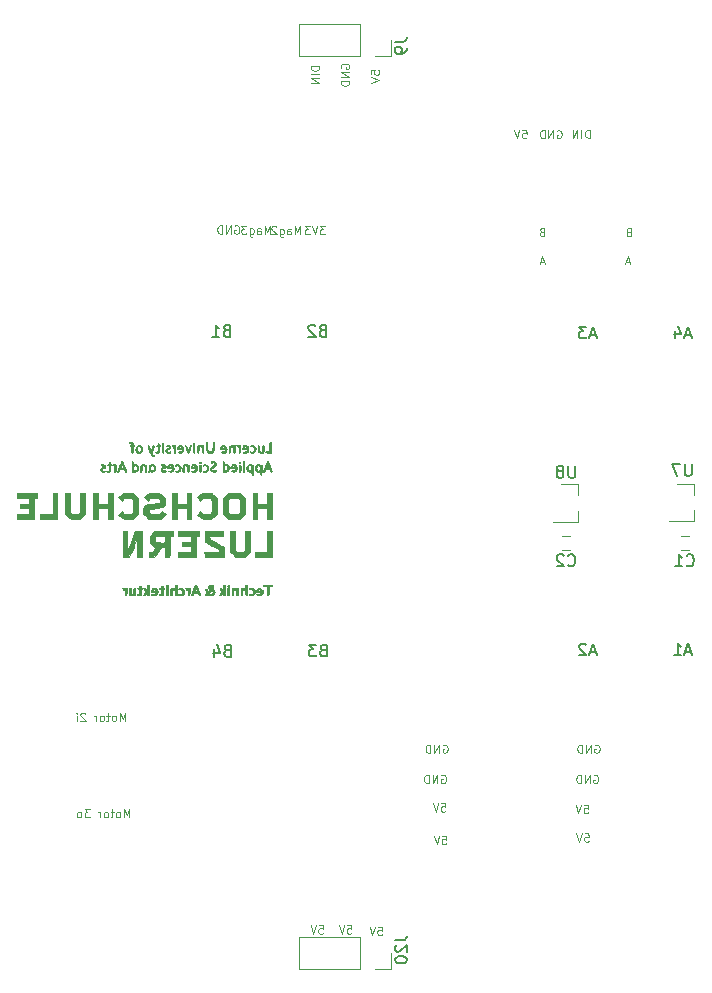
<source format=gbr>
G04 #@! TF.GenerationSoftware,KiCad,Pcbnew,(5.1.5)-3*
G04 #@! TF.CreationDate,2020-09-03T11:23:44+02:00*
G04 #@! TF.ProjectId,StepperClockK02,53746570-7065-4724-936c-6f636b4b3032,v1.5*
G04 #@! TF.SameCoordinates,Original*
G04 #@! TF.FileFunction,Legend,Bot*
G04 #@! TF.FilePolarity,Positive*
%FSLAX46Y46*%
G04 Gerber Fmt 4.6, Leading zero omitted, Abs format (unit mm)*
G04 Created by KiCad (PCBNEW (5.1.5)-3) date 2020-09-03 11:23:44*
%MOMM*%
%LPD*%
G04 APERTURE LIST*
%ADD10C,0.100000*%
%ADD11C,0.120000*%
%ADD12C,0.010000*%
%ADD13C,0.150000*%
G04 APERTURE END LIST*
D10*
X82225800Y-161927406D02*
X82225800Y-161227406D01*
X81992466Y-161727406D01*
X81759133Y-161227406D01*
X81759133Y-161927406D01*
X81325800Y-161927406D02*
X81392466Y-161894073D01*
X81425800Y-161860740D01*
X81459133Y-161794073D01*
X81459133Y-161594073D01*
X81425800Y-161527406D01*
X81392466Y-161494073D01*
X81325800Y-161460740D01*
X81225800Y-161460740D01*
X81159133Y-161494073D01*
X81125800Y-161527406D01*
X81092466Y-161594073D01*
X81092466Y-161794073D01*
X81125800Y-161860740D01*
X81159133Y-161894073D01*
X81225800Y-161927406D01*
X81325800Y-161927406D01*
X80892466Y-161460740D02*
X80625800Y-161460740D01*
X80792466Y-161227406D02*
X80792466Y-161827406D01*
X80759133Y-161894073D01*
X80692466Y-161927406D01*
X80625800Y-161927406D01*
X80292466Y-161927406D02*
X80359133Y-161894073D01*
X80392466Y-161860740D01*
X80425800Y-161794073D01*
X80425800Y-161594073D01*
X80392466Y-161527406D01*
X80359133Y-161494073D01*
X80292466Y-161460740D01*
X80192466Y-161460740D01*
X80125800Y-161494073D01*
X80092466Y-161527406D01*
X80059133Y-161594073D01*
X80059133Y-161794073D01*
X80092466Y-161860740D01*
X80125800Y-161894073D01*
X80192466Y-161927406D01*
X80292466Y-161927406D01*
X79759133Y-161927406D02*
X79759133Y-161460740D01*
X79759133Y-161594073D02*
X79725800Y-161527406D01*
X79692466Y-161494073D01*
X79625800Y-161460740D01*
X79559133Y-161460740D01*
X78825800Y-161294073D02*
X78792466Y-161260740D01*
X78725800Y-161227406D01*
X78559133Y-161227406D01*
X78492466Y-161260740D01*
X78459133Y-161294073D01*
X78425800Y-161360740D01*
X78425800Y-161427406D01*
X78459133Y-161527406D01*
X78859133Y-161927406D01*
X78425800Y-161927406D01*
X78125800Y-161927406D02*
X78125800Y-161460740D01*
X78125800Y-161227406D02*
X78159133Y-161260740D01*
X78125800Y-161294073D01*
X78092466Y-161260740D01*
X78125800Y-161227406D01*
X78125800Y-161294073D01*
X82575800Y-170077406D02*
X82575800Y-169377406D01*
X82342466Y-169877406D01*
X82109133Y-169377406D01*
X82109133Y-170077406D01*
X81675800Y-170077406D02*
X81742466Y-170044073D01*
X81775800Y-170010740D01*
X81809133Y-169944073D01*
X81809133Y-169744073D01*
X81775800Y-169677406D01*
X81742466Y-169644073D01*
X81675800Y-169610740D01*
X81575800Y-169610740D01*
X81509133Y-169644073D01*
X81475800Y-169677406D01*
X81442466Y-169744073D01*
X81442466Y-169944073D01*
X81475800Y-170010740D01*
X81509133Y-170044073D01*
X81575800Y-170077406D01*
X81675800Y-170077406D01*
X81242466Y-169610740D02*
X80975800Y-169610740D01*
X81142466Y-169377406D02*
X81142466Y-169977406D01*
X81109133Y-170044073D01*
X81042466Y-170077406D01*
X80975800Y-170077406D01*
X80642466Y-170077406D02*
X80709133Y-170044073D01*
X80742466Y-170010740D01*
X80775800Y-169944073D01*
X80775800Y-169744073D01*
X80742466Y-169677406D01*
X80709133Y-169644073D01*
X80642466Y-169610740D01*
X80542466Y-169610740D01*
X80475800Y-169644073D01*
X80442466Y-169677406D01*
X80409133Y-169744073D01*
X80409133Y-169944073D01*
X80442466Y-170010740D01*
X80475800Y-170044073D01*
X80542466Y-170077406D01*
X80642466Y-170077406D01*
X80109133Y-170077406D02*
X80109133Y-169610740D01*
X80109133Y-169744073D02*
X80075800Y-169677406D01*
X80042466Y-169644073D01*
X79975800Y-169610740D01*
X79909133Y-169610740D01*
X79209133Y-169377406D02*
X78775800Y-169377406D01*
X79009133Y-169644073D01*
X78909133Y-169644073D01*
X78842466Y-169677406D01*
X78809133Y-169710740D01*
X78775800Y-169777406D01*
X78775800Y-169944073D01*
X78809133Y-170010740D01*
X78842466Y-170044073D01*
X78909133Y-170077406D01*
X79109133Y-170077406D01*
X79175800Y-170044073D01*
X79209133Y-170010740D01*
X78375800Y-170077406D02*
X78442466Y-170044073D01*
X78475800Y-170010740D01*
X78509133Y-169944073D01*
X78509133Y-169744073D01*
X78475800Y-169677406D01*
X78442466Y-169644073D01*
X78375800Y-169610740D01*
X78275800Y-169610740D01*
X78209133Y-169644073D01*
X78175800Y-169677406D01*
X78142466Y-169744073D01*
X78142466Y-169944073D01*
X78175800Y-170010740D01*
X78209133Y-170044073D01*
X78275800Y-170077406D01*
X78375800Y-170077406D01*
X121059133Y-169007406D02*
X121392466Y-169007406D01*
X121425800Y-169340740D01*
X121392466Y-169307406D01*
X121325800Y-169274073D01*
X121159133Y-169274073D01*
X121092466Y-169307406D01*
X121059133Y-169340740D01*
X121025800Y-169407406D01*
X121025800Y-169574073D01*
X121059133Y-169640740D01*
X121092466Y-169674073D01*
X121159133Y-169707406D01*
X121325800Y-169707406D01*
X121392466Y-169674073D01*
X121425800Y-169640740D01*
X120825800Y-169007406D02*
X120592466Y-169707406D01*
X120359133Y-169007406D01*
X121109133Y-171427406D02*
X121442466Y-171427406D01*
X121475800Y-171760740D01*
X121442466Y-171727406D01*
X121375800Y-171694073D01*
X121209133Y-171694073D01*
X121142466Y-171727406D01*
X121109133Y-171760740D01*
X121075800Y-171827406D01*
X121075800Y-171994073D01*
X121109133Y-172060740D01*
X121142466Y-172094073D01*
X121209133Y-172127406D01*
X121375800Y-172127406D01*
X121442466Y-172094073D01*
X121475800Y-172060740D01*
X120875800Y-171427406D02*
X120642466Y-172127406D01*
X120409133Y-171427406D01*
X109049133Y-171637406D02*
X109382466Y-171637406D01*
X109415800Y-171970740D01*
X109382466Y-171937406D01*
X109315800Y-171904073D01*
X109149133Y-171904073D01*
X109082466Y-171937406D01*
X109049133Y-171970740D01*
X109015800Y-172037406D01*
X109015800Y-172204073D01*
X109049133Y-172270740D01*
X109082466Y-172304073D01*
X109149133Y-172337406D01*
X109315800Y-172337406D01*
X109382466Y-172304073D01*
X109415800Y-172270740D01*
X108815800Y-171637406D02*
X108582466Y-172337406D01*
X108349133Y-171637406D01*
X108969133Y-168877406D02*
X109302466Y-168877406D01*
X109335800Y-169210740D01*
X109302466Y-169177406D01*
X109235800Y-169144073D01*
X109069133Y-169144073D01*
X109002466Y-169177406D01*
X108969133Y-169210740D01*
X108935800Y-169277406D01*
X108935800Y-169444073D01*
X108969133Y-169510740D01*
X109002466Y-169544073D01*
X109069133Y-169577406D01*
X109235800Y-169577406D01*
X109302466Y-169544073D01*
X109335800Y-169510740D01*
X108735800Y-168877406D02*
X108502466Y-169577406D01*
X108269133Y-168877406D01*
X108989133Y-166490740D02*
X109055800Y-166457406D01*
X109155800Y-166457406D01*
X109255800Y-166490740D01*
X109322466Y-166557406D01*
X109355800Y-166624073D01*
X109389133Y-166757406D01*
X109389133Y-166857406D01*
X109355800Y-166990740D01*
X109322466Y-167057406D01*
X109255800Y-167124073D01*
X109155800Y-167157406D01*
X109089133Y-167157406D01*
X108989133Y-167124073D01*
X108955800Y-167090740D01*
X108955800Y-166857406D01*
X109089133Y-166857406D01*
X108655800Y-167157406D02*
X108655800Y-166457406D01*
X108255800Y-167157406D01*
X108255800Y-166457406D01*
X107922466Y-167157406D02*
X107922466Y-166457406D01*
X107755800Y-166457406D01*
X107655800Y-166490740D01*
X107589133Y-166557406D01*
X107555800Y-166624073D01*
X107522466Y-166757406D01*
X107522466Y-166857406D01*
X107555800Y-166990740D01*
X107589133Y-167057406D01*
X107655800Y-167124073D01*
X107755800Y-167157406D01*
X107922466Y-167157406D01*
X109119133Y-163940740D02*
X109185800Y-163907406D01*
X109285800Y-163907406D01*
X109385800Y-163940740D01*
X109452466Y-164007406D01*
X109485800Y-164074073D01*
X109519133Y-164207406D01*
X109519133Y-164307406D01*
X109485800Y-164440740D01*
X109452466Y-164507406D01*
X109385800Y-164574073D01*
X109285800Y-164607406D01*
X109219133Y-164607406D01*
X109119133Y-164574073D01*
X109085800Y-164540740D01*
X109085800Y-164307406D01*
X109219133Y-164307406D01*
X108785800Y-164607406D02*
X108785800Y-163907406D01*
X108385800Y-164607406D01*
X108385800Y-163907406D01*
X108052466Y-164607406D02*
X108052466Y-163907406D01*
X107885800Y-163907406D01*
X107785800Y-163940740D01*
X107719133Y-164007406D01*
X107685800Y-164074073D01*
X107652466Y-164207406D01*
X107652466Y-164307406D01*
X107685800Y-164440740D01*
X107719133Y-164507406D01*
X107785800Y-164574073D01*
X107885800Y-164607406D01*
X108052466Y-164607406D01*
X121869133Y-166520740D02*
X121935800Y-166487406D01*
X122035800Y-166487406D01*
X122135800Y-166520740D01*
X122202466Y-166587406D01*
X122235800Y-166654073D01*
X122269133Y-166787406D01*
X122269133Y-166887406D01*
X122235800Y-167020740D01*
X122202466Y-167087406D01*
X122135800Y-167154073D01*
X122035800Y-167187406D01*
X121969133Y-167187406D01*
X121869133Y-167154073D01*
X121835800Y-167120740D01*
X121835800Y-166887406D01*
X121969133Y-166887406D01*
X121535800Y-167187406D02*
X121535800Y-166487406D01*
X121135800Y-167187406D01*
X121135800Y-166487406D01*
X120802466Y-167187406D02*
X120802466Y-166487406D01*
X120635800Y-166487406D01*
X120535800Y-166520740D01*
X120469133Y-166587406D01*
X120435800Y-166654073D01*
X120402466Y-166787406D01*
X120402466Y-166887406D01*
X120435800Y-167020740D01*
X120469133Y-167087406D01*
X120535800Y-167154073D01*
X120635800Y-167187406D01*
X120802466Y-167187406D01*
X121979133Y-163940740D02*
X122045800Y-163907406D01*
X122145800Y-163907406D01*
X122245800Y-163940740D01*
X122312466Y-164007406D01*
X122345800Y-164074073D01*
X122379133Y-164207406D01*
X122379133Y-164307406D01*
X122345800Y-164440740D01*
X122312466Y-164507406D01*
X122245800Y-164574073D01*
X122145800Y-164607406D01*
X122079133Y-164607406D01*
X121979133Y-164574073D01*
X121945800Y-164540740D01*
X121945800Y-164307406D01*
X122079133Y-164307406D01*
X121645800Y-164607406D02*
X121645800Y-163907406D01*
X121245800Y-164607406D01*
X121245800Y-163907406D01*
X120912466Y-164607406D02*
X120912466Y-163907406D01*
X120745800Y-163907406D01*
X120645800Y-163940740D01*
X120579133Y-164007406D01*
X120545800Y-164074073D01*
X120512466Y-164207406D01*
X120512466Y-164307406D01*
X120545800Y-164440740D01*
X120579133Y-164507406D01*
X120645800Y-164574073D01*
X120745800Y-164607406D01*
X120912466Y-164607406D01*
X94485800Y-120677406D02*
X94485800Y-119977406D01*
X94252466Y-120477406D01*
X94019133Y-119977406D01*
X94019133Y-120677406D01*
X93385800Y-120677406D02*
X93385800Y-120310740D01*
X93419133Y-120244073D01*
X93485800Y-120210740D01*
X93619133Y-120210740D01*
X93685800Y-120244073D01*
X93385800Y-120644073D02*
X93452466Y-120677406D01*
X93619133Y-120677406D01*
X93685800Y-120644073D01*
X93719133Y-120577406D01*
X93719133Y-120510740D01*
X93685800Y-120444073D01*
X93619133Y-120410740D01*
X93452466Y-120410740D01*
X93385800Y-120377406D01*
X92752466Y-120210740D02*
X92752466Y-120777406D01*
X92785800Y-120844073D01*
X92819133Y-120877406D01*
X92885800Y-120910740D01*
X92985800Y-120910740D01*
X93052466Y-120877406D01*
X92752466Y-120644073D02*
X92819133Y-120677406D01*
X92952466Y-120677406D01*
X93019133Y-120644073D01*
X93052466Y-120610740D01*
X93085800Y-120544073D01*
X93085800Y-120344073D01*
X93052466Y-120277406D01*
X93019133Y-120244073D01*
X92952466Y-120210740D01*
X92819133Y-120210740D01*
X92752466Y-120244073D01*
X92485800Y-119977406D02*
X92052466Y-119977406D01*
X92285800Y-120244073D01*
X92185800Y-120244073D01*
X92119133Y-120277406D01*
X92085800Y-120310740D01*
X92052466Y-120377406D01*
X92052466Y-120544073D01*
X92085800Y-120610740D01*
X92119133Y-120644073D01*
X92185800Y-120677406D01*
X92385800Y-120677406D01*
X92452466Y-120644073D01*
X92485800Y-120610740D01*
X97035800Y-120707406D02*
X97035800Y-120007406D01*
X96802466Y-120507406D01*
X96569133Y-120007406D01*
X96569133Y-120707406D01*
X95935800Y-120707406D02*
X95935800Y-120340740D01*
X95969133Y-120274073D01*
X96035800Y-120240740D01*
X96169133Y-120240740D01*
X96235800Y-120274073D01*
X95935800Y-120674073D02*
X96002466Y-120707406D01*
X96169133Y-120707406D01*
X96235800Y-120674073D01*
X96269133Y-120607406D01*
X96269133Y-120540740D01*
X96235800Y-120474073D01*
X96169133Y-120440740D01*
X96002466Y-120440740D01*
X95935800Y-120407406D01*
X95302466Y-120240740D02*
X95302466Y-120807406D01*
X95335800Y-120874073D01*
X95369133Y-120907406D01*
X95435800Y-120940740D01*
X95535800Y-120940740D01*
X95602466Y-120907406D01*
X95302466Y-120674073D02*
X95369133Y-120707406D01*
X95502466Y-120707406D01*
X95569133Y-120674073D01*
X95602466Y-120640740D01*
X95635800Y-120574073D01*
X95635800Y-120374073D01*
X95602466Y-120307406D01*
X95569133Y-120274073D01*
X95502466Y-120240740D01*
X95369133Y-120240740D01*
X95302466Y-120274073D01*
X95002466Y-120074073D02*
X94969133Y-120040740D01*
X94902466Y-120007406D01*
X94735800Y-120007406D01*
X94669133Y-120040740D01*
X94635800Y-120074073D01*
X94602466Y-120140740D01*
X94602466Y-120207406D01*
X94635800Y-120307406D01*
X95035800Y-120707406D01*
X94602466Y-120707406D01*
X99132466Y-120007406D02*
X98699133Y-120007406D01*
X98932466Y-120274073D01*
X98832466Y-120274073D01*
X98765800Y-120307406D01*
X98732466Y-120340740D01*
X98699133Y-120407406D01*
X98699133Y-120574073D01*
X98732466Y-120640740D01*
X98765800Y-120674073D01*
X98832466Y-120707406D01*
X99032466Y-120707406D01*
X99099133Y-120674073D01*
X99132466Y-120640740D01*
X98499133Y-120007406D02*
X98265800Y-120707406D01*
X98032466Y-120007406D01*
X97865800Y-120007406D02*
X97432466Y-120007406D01*
X97665800Y-120274073D01*
X97565800Y-120274073D01*
X97499133Y-120307406D01*
X97465800Y-120340740D01*
X97432466Y-120407406D01*
X97432466Y-120574073D01*
X97465800Y-120640740D01*
X97499133Y-120674073D01*
X97565800Y-120707406D01*
X97765800Y-120707406D01*
X97832466Y-120674073D01*
X97865800Y-120640740D01*
X91489133Y-119990740D02*
X91555800Y-119957406D01*
X91655800Y-119957406D01*
X91755800Y-119990740D01*
X91822466Y-120057406D01*
X91855800Y-120124073D01*
X91889133Y-120257406D01*
X91889133Y-120357406D01*
X91855800Y-120490740D01*
X91822466Y-120557406D01*
X91755800Y-120624073D01*
X91655800Y-120657406D01*
X91589133Y-120657406D01*
X91489133Y-120624073D01*
X91455800Y-120590740D01*
X91455800Y-120357406D01*
X91589133Y-120357406D01*
X91155800Y-120657406D02*
X91155800Y-119957406D01*
X90755800Y-120657406D01*
X90755800Y-119957406D01*
X90422466Y-120657406D02*
X90422466Y-119957406D01*
X90255800Y-119957406D01*
X90155800Y-119990740D01*
X90089133Y-120057406D01*
X90055800Y-120124073D01*
X90022466Y-120257406D01*
X90022466Y-120357406D01*
X90055800Y-120490740D01*
X90089133Y-120557406D01*
X90155800Y-120624073D01*
X90255800Y-120657406D01*
X90422466Y-120657406D01*
X117702466Y-123057406D02*
X117369133Y-123057406D01*
X117769133Y-123257406D02*
X117535800Y-122557406D01*
X117302466Y-123257406D01*
X124932466Y-123027406D02*
X124599133Y-123027406D01*
X124999133Y-123227406D02*
X124765800Y-122527406D01*
X124532466Y-123227406D01*
X124835800Y-120510740D02*
X124735800Y-120544073D01*
X124702466Y-120577406D01*
X124669133Y-120644073D01*
X124669133Y-120744073D01*
X124702466Y-120810740D01*
X124735800Y-120844073D01*
X124802466Y-120877406D01*
X125069133Y-120877406D01*
X125069133Y-120177406D01*
X124835800Y-120177406D01*
X124769133Y-120210740D01*
X124735800Y-120244073D01*
X124702466Y-120310740D01*
X124702466Y-120377406D01*
X124735800Y-120444073D01*
X124769133Y-120477406D01*
X124835800Y-120510740D01*
X125069133Y-120510740D01*
X117485800Y-120490740D02*
X117385800Y-120524073D01*
X117352466Y-120557406D01*
X117319133Y-120624073D01*
X117319133Y-120724073D01*
X117352466Y-120790740D01*
X117385800Y-120824073D01*
X117452466Y-120857406D01*
X117719133Y-120857406D01*
X117719133Y-120157406D01*
X117485800Y-120157406D01*
X117419133Y-120190740D01*
X117385800Y-120224073D01*
X117352466Y-120290740D01*
X117352466Y-120357406D01*
X117385800Y-120424073D01*
X117419133Y-120457406D01*
X117485800Y-120490740D01*
X117719133Y-120490740D01*
X121542466Y-112537406D02*
X121542466Y-111837406D01*
X121375800Y-111837406D01*
X121275800Y-111870740D01*
X121209133Y-111937406D01*
X121175800Y-112004073D01*
X121142466Y-112137406D01*
X121142466Y-112237406D01*
X121175800Y-112370740D01*
X121209133Y-112437406D01*
X121275800Y-112504073D01*
X121375800Y-112537406D01*
X121542466Y-112537406D01*
X120842466Y-112537406D02*
X120842466Y-111837406D01*
X120509133Y-112537406D02*
X120509133Y-111837406D01*
X120109133Y-112537406D01*
X120109133Y-111837406D01*
X118789133Y-111920740D02*
X118855800Y-111887406D01*
X118955800Y-111887406D01*
X119055800Y-111920740D01*
X119122466Y-111987406D01*
X119155800Y-112054073D01*
X119189133Y-112187406D01*
X119189133Y-112287406D01*
X119155800Y-112420740D01*
X119122466Y-112487406D01*
X119055800Y-112554073D01*
X118955800Y-112587406D01*
X118889133Y-112587406D01*
X118789133Y-112554073D01*
X118755800Y-112520740D01*
X118755800Y-112287406D01*
X118889133Y-112287406D01*
X118455800Y-112587406D02*
X118455800Y-111887406D01*
X118055800Y-112587406D01*
X118055800Y-111887406D01*
X117722466Y-112587406D02*
X117722466Y-111887406D01*
X117555800Y-111887406D01*
X117455800Y-111920740D01*
X117389133Y-111987406D01*
X117355800Y-112054073D01*
X117322466Y-112187406D01*
X117322466Y-112287406D01*
X117355800Y-112420740D01*
X117389133Y-112487406D01*
X117455800Y-112554073D01*
X117555800Y-112587406D01*
X117722466Y-112587406D01*
X115829133Y-111857406D02*
X116162466Y-111857406D01*
X116195800Y-112190740D01*
X116162466Y-112157406D01*
X116095800Y-112124073D01*
X115929133Y-112124073D01*
X115862466Y-112157406D01*
X115829133Y-112190740D01*
X115795800Y-112257406D01*
X115795800Y-112424073D01*
X115829133Y-112490740D01*
X115862466Y-112524073D01*
X115929133Y-112557406D01*
X116095800Y-112557406D01*
X116162466Y-112524073D01*
X116195800Y-112490740D01*
X115595800Y-111857406D02*
X115362466Y-112557406D01*
X115129133Y-111857406D01*
X98632466Y-106444073D02*
X97932466Y-106444073D01*
X97932466Y-106610740D01*
X97965800Y-106710740D01*
X98032466Y-106777406D01*
X98099133Y-106810740D01*
X98232466Y-106844073D01*
X98332466Y-106844073D01*
X98465800Y-106810740D01*
X98532466Y-106777406D01*
X98599133Y-106710740D01*
X98632466Y-106610740D01*
X98632466Y-106444073D01*
X98632466Y-107144073D02*
X97932466Y-107144073D01*
X98632466Y-107477406D02*
X97932466Y-107477406D01*
X98632466Y-107877406D01*
X97932466Y-107877406D01*
X103022466Y-107167406D02*
X103022466Y-106834073D01*
X103355800Y-106800740D01*
X103322466Y-106834073D01*
X103289133Y-106900740D01*
X103289133Y-107067406D01*
X103322466Y-107134073D01*
X103355800Y-107167406D01*
X103422466Y-107200740D01*
X103589133Y-107200740D01*
X103655800Y-107167406D01*
X103689133Y-107134073D01*
X103722466Y-107067406D01*
X103722466Y-106900740D01*
X103689133Y-106834073D01*
X103655800Y-106800740D01*
X103022466Y-107400740D02*
X103722466Y-107634073D01*
X103022466Y-107867406D01*
X103609133Y-179327406D02*
X103942466Y-179327406D01*
X103975800Y-179660740D01*
X103942466Y-179627406D01*
X103875800Y-179594073D01*
X103709133Y-179594073D01*
X103642466Y-179627406D01*
X103609133Y-179660740D01*
X103575800Y-179727406D01*
X103575800Y-179894073D01*
X103609133Y-179960740D01*
X103642466Y-179994073D01*
X103709133Y-180027406D01*
X103875800Y-180027406D01*
X103942466Y-179994073D01*
X103975800Y-179960740D01*
X103375800Y-179327406D02*
X103142466Y-180027406D01*
X102909133Y-179327406D01*
X98609133Y-179207406D02*
X98942466Y-179207406D01*
X98975800Y-179540740D01*
X98942466Y-179507406D01*
X98875800Y-179474073D01*
X98709133Y-179474073D01*
X98642466Y-179507406D01*
X98609133Y-179540740D01*
X98575800Y-179607406D01*
X98575800Y-179774073D01*
X98609133Y-179840740D01*
X98642466Y-179874073D01*
X98709133Y-179907406D01*
X98875800Y-179907406D01*
X98942466Y-179874073D01*
X98975800Y-179840740D01*
X98375800Y-179207406D02*
X98142466Y-179907406D01*
X97909133Y-179207406D01*
X100505800Y-106647406D02*
X100472466Y-106580740D01*
X100472466Y-106480740D01*
X100505800Y-106380740D01*
X100572466Y-106314073D01*
X100639133Y-106280740D01*
X100772466Y-106247406D01*
X100872466Y-106247406D01*
X101005800Y-106280740D01*
X101072466Y-106314073D01*
X101139133Y-106380740D01*
X101172466Y-106480740D01*
X101172466Y-106547406D01*
X101139133Y-106647406D01*
X101105800Y-106680740D01*
X100872466Y-106680740D01*
X100872466Y-106547406D01*
X101172466Y-106980740D02*
X100472466Y-106980740D01*
X101172466Y-107380740D01*
X100472466Y-107380740D01*
X101172466Y-107714073D02*
X100472466Y-107714073D01*
X100472466Y-107880740D01*
X100505800Y-107980740D01*
X100572466Y-108047406D01*
X100639133Y-108080740D01*
X100772466Y-108114073D01*
X100872466Y-108114073D01*
X101005800Y-108080740D01*
X101072466Y-108047406D01*
X101139133Y-107980740D01*
X101172466Y-107880740D01*
X101172466Y-107714073D01*
X101009133Y-179207406D02*
X101342466Y-179207406D01*
X101375800Y-179540740D01*
X101342466Y-179507406D01*
X101275800Y-179474073D01*
X101109133Y-179474073D01*
X101042466Y-179507406D01*
X101009133Y-179540740D01*
X100975800Y-179607406D01*
X100975800Y-179774073D01*
X101009133Y-179840740D01*
X101042466Y-179874073D01*
X101109133Y-179907406D01*
X101275800Y-179907406D01*
X101342466Y-179874073D01*
X101375800Y-179840740D01*
X100775800Y-179207406D02*
X100542466Y-179907406D01*
X100309133Y-179207406D01*
D11*
X96967800Y-182880740D02*
X96967800Y-180220740D01*
X102107800Y-182880740D02*
X96967800Y-182880740D01*
X102107800Y-180220740D02*
X96967800Y-180220740D01*
X102107800Y-182880740D02*
X102107800Y-180220740D01*
X103377800Y-182880740D02*
X104707800Y-182880740D01*
X104707800Y-182880740D02*
X104707800Y-181550740D01*
X96965800Y-105590740D02*
X96965800Y-102930740D01*
X102105800Y-105590740D02*
X96965800Y-105590740D01*
X102105800Y-102930740D02*
X96965800Y-102930740D01*
X102105800Y-105590740D02*
X102105800Y-102930740D01*
X103375800Y-105590740D02*
X104705800Y-105590740D01*
X104705800Y-105590740D02*
X104705800Y-104260740D01*
X120575800Y-141870740D02*
X120575800Y-142800740D01*
X120575800Y-145030740D02*
X120575800Y-144100740D01*
X120575800Y-145030740D02*
X118415800Y-145030740D01*
X120575800Y-141870740D02*
X119115800Y-141870740D01*
X130395800Y-141830740D02*
X130395800Y-142760740D01*
X130395800Y-144990740D02*
X130395800Y-144060740D01*
X130395800Y-144990740D02*
X128235800Y-144990740D01*
X130395800Y-141830740D02*
X128935800Y-141830740D01*
D12*
G36*
X94115205Y-150390720D02*
G01*
X94014877Y-150394243D01*
X93956091Y-150402554D01*
X93927867Y-150417648D01*
X93919230Y-150441522D01*
X93918800Y-150453490D01*
X93928149Y-150493172D01*
X93966966Y-150511937D01*
X94051412Y-150516965D01*
X94061675Y-150516990D01*
X94204550Y-150516990D01*
X94204550Y-150897990D01*
X94205319Y-151059314D01*
X94208684Y-151167568D01*
X94216240Y-151233173D01*
X94229578Y-151266550D01*
X94250289Y-151278120D01*
X94262759Y-151278990D01*
X94323129Y-151268624D01*
X94342134Y-151257823D01*
X94350574Y-151219361D01*
X94357417Y-151131038D01*
X94361903Y-151006489D01*
X94363300Y-150876823D01*
X94363300Y-150516990D01*
X94490300Y-150516990D01*
X94573389Y-150511664D01*
X94610110Y-150490142D01*
X94617300Y-150453490D01*
X94613281Y-150425699D01*
X94593906Y-150407458D01*
X94548198Y-150396770D01*
X94465179Y-150391638D01*
X94333873Y-150390068D01*
X94268050Y-150389990D01*
X94115205Y-150390720D01*
G37*
X94115205Y-150390720D02*
X94014877Y-150394243D01*
X93956091Y-150402554D01*
X93927867Y-150417648D01*
X93919230Y-150441522D01*
X93918800Y-150453490D01*
X93928149Y-150493172D01*
X93966966Y-150511937D01*
X94051412Y-150516965D01*
X94061675Y-150516990D01*
X94204550Y-150516990D01*
X94204550Y-150897990D01*
X94205319Y-151059314D01*
X94208684Y-151167568D01*
X94216240Y-151233173D01*
X94229578Y-151266550D01*
X94250289Y-151278120D01*
X94262759Y-151278990D01*
X94323129Y-151268624D01*
X94342134Y-151257823D01*
X94350574Y-151219361D01*
X94357417Y-151131038D01*
X94361903Y-151006489D01*
X94363300Y-150876823D01*
X94363300Y-150516990D01*
X94490300Y-150516990D01*
X94573389Y-150511664D01*
X94610110Y-150490142D01*
X94617300Y-150453490D01*
X94613281Y-150425699D01*
X94593906Y-150407458D01*
X94548198Y-150396770D01*
X94465179Y-150391638D01*
X94333873Y-150390068D01*
X94268050Y-150389990D01*
X94115205Y-150390720D01*
G36*
X93466657Y-150651411D02*
G01*
X93378239Y-150703058D01*
X93327882Y-150790210D01*
X93309775Y-150883924D01*
X93299675Y-150977365D01*
X93744175Y-151009115D01*
X93669052Y-151084238D01*
X93601663Y-151135169D01*
X93524263Y-151147860D01*
X93472742Y-151143107D01*
X93385131Y-151139169D01*
X93341164Y-151160699D01*
X93332478Y-151176570D01*
X93336425Y-151232645D01*
X93354163Y-151252152D01*
X93427941Y-151273533D01*
X93534494Y-151277664D01*
X93645939Y-151266081D01*
X93734392Y-151240322D01*
X93752056Y-151230216D01*
X93806704Y-151168091D01*
X93852265Y-151077374D01*
X93858467Y-151058692D01*
X93871241Y-150924679D01*
X93848822Y-150851463D01*
X93696550Y-150851463D01*
X93696550Y-150851482D01*
X93669646Y-150880863D01*
X93606268Y-150896992D01*
X93532420Y-150897965D01*
X93474109Y-150881878D01*
X93460007Y-150868799D01*
X93466587Y-150829799D01*
X93501615Y-150778617D01*
X93544129Y-150742957D01*
X93558031Y-150739240D01*
X93615732Y-150759502D01*
X93671523Y-150804703D01*
X93696550Y-150851463D01*
X93848822Y-150851463D01*
X93834415Y-150804416D01*
X93758594Y-150708926D01*
X93654383Y-150649235D01*
X93532387Y-150636366D01*
X93466657Y-150651411D01*
G37*
X93466657Y-150651411D02*
X93378239Y-150703058D01*
X93327882Y-150790210D01*
X93309775Y-150883924D01*
X93299675Y-150977365D01*
X93744175Y-151009115D01*
X93669052Y-151084238D01*
X93601663Y-151135169D01*
X93524263Y-151147860D01*
X93472742Y-151143107D01*
X93385131Y-151139169D01*
X93341164Y-151160699D01*
X93332478Y-151176570D01*
X93336425Y-151232645D01*
X93354163Y-151252152D01*
X93427941Y-151273533D01*
X93534494Y-151277664D01*
X93645939Y-151266081D01*
X93734392Y-151240322D01*
X93752056Y-151230216D01*
X93806704Y-151168091D01*
X93852265Y-151077374D01*
X93858467Y-151058692D01*
X93871241Y-150924679D01*
X93848822Y-150851463D01*
X93696550Y-150851463D01*
X93696550Y-150851482D01*
X93669646Y-150880863D01*
X93606268Y-150896992D01*
X93532420Y-150897965D01*
X93474109Y-150881878D01*
X93460007Y-150868799D01*
X93466587Y-150829799D01*
X93501615Y-150778617D01*
X93544129Y-150742957D01*
X93558031Y-150739240D01*
X93615732Y-150759502D01*
X93671523Y-150804703D01*
X93696550Y-150851463D01*
X93848822Y-150851463D01*
X93834415Y-150804416D01*
X93758594Y-150708926D01*
X93654383Y-150649235D01*
X93532387Y-150636366D01*
X93466657Y-150651411D01*
G36*
X92783179Y-150642694D02*
G01*
X92717759Y-150661095D01*
X92706696Y-150668644D01*
X92686217Y-150716564D01*
X92715714Y-150752213D01*
X92781664Y-150763348D01*
X92807488Y-150759889D01*
X92911513Y-150762268D01*
X92979947Y-150816597D01*
X93010830Y-150920962D01*
X93012482Y-150960006D01*
X92998655Y-151068571D01*
X92950821Y-151127893D01*
X92859452Y-151146678D01*
X92810086Y-151144906D01*
X92728926Y-151152749D01*
X92684927Y-151183188D01*
X92688113Y-151224939D01*
X92716368Y-151250425D01*
X92779309Y-151269082D01*
X92873391Y-151277054D01*
X92969568Y-151273968D01*
X93038796Y-151259450D01*
X93047516Y-151254691D01*
X93137116Y-151157098D01*
X93181464Y-151031679D01*
X93178718Y-150896953D01*
X93127039Y-150771436D01*
X93099129Y-150735411D01*
X93024474Y-150667087D01*
X92944850Y-150639139D01*
X92874858Y-150635330D01*
X92783179Y-150642694D01*
G37*
X92783179Y-150642694D02*
X92717759Y-150661095D01*
X92706696Y-150668644D01*
X92686217Y-150716564D01*
X92715714Y-150752213D01*
X92781664Y-150763348D01*
X92807488Y-150759889D01*
X92911513Y-150762268D01*
X92979947Y-150816597D01*
X93010830Y-150920962D01*
X93012482Y-150960006D01*
X92998655Y-151068571D01*
X92950821Y-151127893D01*
X92859452Y-151146678D01*
X92810086Y-151144906D01*
X92728926Y-151152749D01*
X92684927Y-151183188D01*
X92688113Y-151224939D01*
X92716368Y-151250425D01*
X92779309Y-151269082D01*
X92873391Y-151277054D01*
X92969568Y-151273968D01*
X93038796Y-151259450D01*
X93047516Y-151254691D01*
X93137116Y-151157098D01*
X93181464Y-151031679D01*
X93178718Y-150896953D01*
X93127039Y-150771436D01*
X93099129Y-150735411D01*
X93024474Y-150667087D01*
X92944850Y-150639139D01*
X92874858Y-150635330D01*
X92783179Y-150642694D01*
G36*
X92403168Y-150386950D02*
G01*
X92395616Y-150449503D01*
X92394800Y-150518178D01*
X92391751Y-150614237D01*
X92379697Y-150659462D01*
X92354278Y-150666346D01*
X92344226Y-150663126D01*
X92233198Y-150627651D01*
X92156251Y-150625999D01*
X92092648Y-150659940D01*
X92063023Y-150687130D01*
X92022125Y-150734064D01*
X91997858Y-150785371D01*
X91985974Y-150858697D01*
X91982226Y-150971691D01*
X91982050Y-151023546D01*
X91982885Y-151149954D01*
X91988064Y-151225782D01*
X92001602Y-151263950D01*
X92027515Y-151277378D01*
X92061425Y-151278990D01*
X92101733Y-151276039D01*
X92125394Y-151258290D01*
X92136839Y-151212393D01*
X92140498Y-151125001D01*
X92140800Y-151039868D01*
X92146290Y-150897393D01*
X92166077Y-150810908D01*
X92205142Y-150773593D01*
X92268465Y-150778625D01*
X92317450Y-150797885D01*
X92358192Y-150821775D01*
X92381427Y-150857651D01*
X92392002Y-150921683D01*
X92394760Y-151030039D01*
X92394800Y-151056059D01*
X92396461Y-151172987D01*
X92404064Y-151240041D01*
X92421541Y-151270812D01*
X92452827Y-151278894D01*
X92459297Y-151278990D01*
X92519189Y-151261099D01*
X92539667Y-151237623D01*
X92544984Y-151191621D01*
X92548126Y-151095590D01*
X92548888Y-150962972D01*
X92547063Y-150807209D01*
X92546608Y-150785185D01*
X92542492Y-150617164D01*
X92537420Y-150502198D01*
X92529404Y-150429853D01*
X92516451Y-150389693D01*
X92496570Y-150371284D01*
X92467770Y-150364188D01*
X92466238Y-150363969D01*
X92424419Y-150363381D01*
X92403168Y-150386950D01*
G37*
X92403168Y-150386950D02*
X92395616Y-150449503D01*
X92394800Y-150518178D01*
X92391751Y-150614237D01*
X92379697Y-150659462D01*
X92354278Y-150666346D01*
X92344226Y-150663126D01*
X92233198Y-150627651D01*
X92156251Y-150625999D01*
X92092648Y-150659940D01*
X92063023Y-150687130D01*
X92022125Y-150734064D01*
X91997858Y-150785371D01*
X91985974Y-150858697D01*
X91982226Y-150971691D01*
X91982050Y-151023546D01*
X91982885Y-151149954D01*
X91988064Y-151225782D01*
X92001602Y-151263950D01*
X92027515Y-151277378D01*
X92061425Y-151278990D01*
X92101733Y-151276039D01*
X92125394Y-151258290D01*
X92136839Y-151212393D01*
X92140498Y-151125001D01*
X92140800Y-151039868D01*
X92146290Y-150897393D01*
X92166077Y-150810908D01*
X92205142Y-150773593D01*
X92268465Y-150778625D01*
X92317450Y-150797885D01*
X92358192Y-150821775D01*
X92381427Y-150857651D01*
X92392002Y-150921683D01*
X92394760Y-151030039D01*
X92394800Y-151056059D01*
X92396461Y-151172987D01*
X92404064Y-151240041D01*
X92421541Y-151270812D01*
X92452827Y-151278894D01*
X92459297Y-151278990D01*
X92519189Y-151261099D01*
X92539667Y-151237623D01*
X92544984Y-151191621D01*
X92548126Y-151095590D01*
X92548888Y-150962972D01*
X92547063Y-150807209D01*
X92546608Y-150785185D01*
X92542492Y-150617164D01*
X92537420Y-150502198D01*
X92529404Y-150429853D01*
X92516451Y-150389693D01*
X92496570Y-150371284D01*
X92467770Y-150364188D01*
X92466238Y-150363969D01*
X92424419Y-150363381D01*
X92403168Y-150386950D01*
G36*
X91330212Y-150657650D02*
G01*
X91324946Y-150661026D01*
X91289920Y-150689062D01*
X91268272Y-150726751D01*
X91256827Y-150788543D01*
X91252410Y-150888888D01*
X91251800Y-150993971D01*
X91252867Y-151129528D01*
X91257862Y-151213697D01*
X91269484Y-151258579D01*
X91290427Y-151276275D01*
X91315300Y-151278990D01*
X91348906Y-151272893D01*
X91368037Y-151245481D01*
X91376673Y-151183066D01*
X91378793Y-151071965D01*
X91378800Y-151060627D01*
X91386582Y-150914406D01*
X91412733Y-150823400D01*
X91461463Y-150780925D01*
X91536980Y-150780294D01*
X91553013Y-150783924D01*
X91593735Y-150797900D01*
X91617558Y-150824106D01*
X91628994Y-150877111D01*
X91632559Y-150971488D01*
X91632800Y-151041469D01*
X91633796Y-151162402D01*
X91639765Y-151233229D01*
X91655185Y-151267343D01*
X91684529Y-151278136D01*
X91712175Y-151278990D01*
X91791550Y-151278990D01*
X91791550Y-150636052D01*
X91699223Y-150654518D01*
X91601274Y-150658639D01*
X91502494Y-150643041D01*
X91407481Y-150629655D01*
X91330212Y-150657650D01*
G37*
X91330212Y-150657650D02*
X91324946Y-150661026D01*
X91289920Y-150689062D01*
X91268272Y-150726751D01*
X91256827Y-150788543D01*
X91252410Y-150888888D01*
X91251800Y-150993971D01*
X91252867Y-151129528D01*
X91257862Y-151213697D01*
X91269484Y-151258579D01*
X91290427Y-151276275D01*
X91315300Y-151278990D01*
X91348906Y-151272893D01*
X91368037Y-151245481D01*
X91376673Y-151183066D01*
X91378793Y-151071965D01*
X91378800Y-151060627D01*
X91386582Y-150914406D01*
X91412733Y-150823400D01*
X91461463Y-150780925D01*
X91536980Y-150780294D01*
X91553013Y-150783924D01*
X91593735Y-150797900D01*
X91617558Y-150824106D01*
X91628994Y-150877111D01*
X91632559Y-150971488D01*
X91632800Y-151041469D01*
X91633796Y-151162402D01*
X91639765Y-151233229D01*
X91655185Y-151267343D01*
X91684529Y-151278136D01*
X91712175Y-151278990D01*
X91791550Y-151278990D01*
X91791550Y-150636052D01*
X91699223Y-150654518D01*
X91601274Y-150658639D01*
X91502494Y-150643041D01*
X91407481Y-150629655D01*
X91330212Y-150657650D01*
G36*
X90870800Y-151278990D02*
G01*
X91029550Y-151278990D01*
X91029550Y-150643990D01*
X90870800Y-150643990D01*
X90870800Y-151278990D01*
G37*
X90870800Y-151278990D02*
X91029550Y-151278990D01*
X91029550Y-150643990D01*
X90870800Y-150643990D01*
X90870800Y-151278990D01*
G36*
X90562021Y-150360865D02*
G01*
X90538437Y-150377246D01*
X90526254Y-150420144D01*
X90521555Y-150502316D01*
X90520486Y-150620177D01*
X90519421Y-150882115D01*
X90422156Y-150763052D01*
X90352781Y-150692575D01*
X90287976Y-150649864D01*
X90264471Y-150643990D01*
X90217220Y-150652510D01*
X90210271Y-150684169D01*
X90244707Y-150748118D01*
X90283219Y-150802459D01*
X90322787Y-150857516D01*
X90341021Y-150899737D01*
X90334740Y-150944658D01*
X90300762Y-151007815D01*
X90235904Y-151104741D01*
X90215057Y-151135242D01*
X90176071Y-151215983D01*
X90189368Y-151264799D01*
X90243738Y-151278933D01*
X90305003Y-151256496D01*
X90372391Y-151184342D01*
X90410425Y-151128120D01*
X90505675Y-150977365D01*
X90515353Y-151128177D01*
X90524612Y-151219727D01*
X90543280Y-151264258D01*
X90580898Y-151278251D01*
X90602665Y-151278990D01*
X90680300Y-151278990D01*
X90680300Y-150358240D01*
X90600925Y-150358240D01*
X90562021Y-150360865D01*
G37*
X90562021Y-150360865D02*
X90538437Y-150377246D01*
X90526254Y-150420144D01*
X90521555Y-150502316D01*
X90520486Y-150620177D01*
X90519421Y-150882115D01*
X90422156Y-150763052D01*
X90352781Y-150692575D01*
X90287976Y-150649864D01*
X90264471Y-150643990D01*
X90217220Y-150652510D01*
X90210271Y-150684169D01*
X90244707Y-150748118D01*
X90283219Y-150802459D01*
X90322787Y-150857516D01*
X90341021Y-150899737D01*
X90334740Y-150944658D01*
X90300762Y-151007815D01*
X90235904Y-151104741D01*
X90215057Y-151135242D01*
X90176071Y-151215983D01*
X90189368Y-151264799D01*
X90243738Y-151278933D01*
X90305003Y-151256496D01*
X90372391Y-151184342D01*
X90410425Y-151128120D01*
X90505675Y-150977365D01*
X90515353Y-151128177D01*
X90524612Y-151219727D01*
X90543280Y-151264258D01*
X90580898Y-151278251D01*
X90602665Y-151278990D01*
X90680300Y-151278990D01*
X90680300Y-150358240D01*
X90600925Y-150358240D01*
X90562021Y-150360865D01*
G36*
X89319842Y-150417079D02*
G01*
X89315050Y-150421740D01*
X89259437Y-150513983D01*
X89265672Y-150612714D01*
X89320786Y-150697719D01*
X89390021Y-150771417D01*
X89300052Y-150865324D01*
X89229210Y-150928577D01*
X89183533Y-150935786D01*
X89153619Y-150884175D01*
X89138122Y-150817501D01*
X89111264Y-150736784D01*
X89066783Y-150707999D01*
X89057517Y-150707490D01*
X89008773Y-150731662D01*
X89000617Y-150803080D01*
X89033122Y-150920099D01*
X89046891Y-150954572D01*
X89076045Y-151032035D01*
X89075185Y-151077527D01*
X89039928Y-151117175D01*
X89016411Y-151136295D01*
X88962436Y-151194485D01*
X88963593Y-151243544D01*
X88965194Y-151246258D01*
X88991743Y-151272625D01*
X89034339Y-151269497D01*
X89108136Y-151238016D01*
X89188727Y-151204896D01*
X89246500Y-151202757D01*
X89313471Y-151230549D01*
X89314811Y-151231241D01*
X89439320Y-151271285D01*
X89567012Y-151273080D01*
X89673382Y-151237132D01*
X89692437Y-151223427D01*
X89747313Y-151151539D01*
X89778382Y-151069258D01*
X89781696Y-150993600D01*
X89777551Y-150984099D01*
X89623383Y-150984099D01*
X89620805Y-151051560D01*
X89582658Y-151102097D01*
X89507178Y-151143623D01*
X89420780Y-151147232D01*
X89353100Y-151111902D01*
X89351543Y-151110079D01*
X89339771Y-151069011D01*
X89368591Y-151009675D01*
X89407739Y-150959266D01*
X89465257Y-150893538D01*
X89501607Y-150870839D01*
X89536075Y-150885255D01*
X89565634Y-150910848D01*
X89623383Y-150984099D01*
X89777551Y-150984099D01*
X89751470Y-150924320D01*
X89702095Y-150862099D01*
X89644909Y-150791624D01*
X89626035Y-150743777D01*
X89639217Y-150695955D01*
X89650292Y-150674956D01*
X89688736Y-150584507D01*
X89682448Y-150530922D01*
X89525074Y-150530922D01*
X89522709Y-150594838D01*
X89502836Y-150631386D01*
X89466532Y-150663836D01*
X89435053Y-150644621D01*
X89419481Y-150624328D01*
X89390440Y-150565229D01*
X89388691Y-150534148D01*
X89427596Y-150496949D01*
X89484640Y-150495632D01*
X89525074Y-150530922D01*
X89682448Y-150530922D01*
X89680567Y-150514903D01*
X89622317Y-150440396D01*
X89618119Y-150436171D01*
X89518621Y-150372065D01*
X89414606Y-150365482D01*
X89319842Y-150417079D01*
G37*
X89319842Y-150417079D02*
X89315050Y-150421740D01*
X89259437Y-150513983D01*
X89265672Y-150612714D01*
X89320786Y-150697719D01*
X89390021Y-150771417D01*
X89300052Y-150865324D01*
X89229210Y-150928577D01*
X89183533Y-150935786D01*
X89153619Y-150884175D01*
X89138122Y-150817501D01*
X89111264Y-150736784D01*
X89066783Y-150707999D01*
X89057517Y-150707490D01*
X89008773Y-150731662D01*
X89000617Y-150803080D01*
X89033122Y-150920099D01*
X89046891Y-150954572D01*
X89076045Y-151032035D01*
X89075185Y-151077527D01*
X89039928Y-151117175D01*
X89016411Y-151136295D01*
X88962436Y-151194485D01*
X88963593Y-151243544D01*
X88965194Y-151246258D01*
X88991743Y-151272625D01*
X89034339Y-151269497D01*
X89108136Y-151238016D01*
X89188727Y-151204896D01*
X89246500Y-151202757D01*
X89313471Y-151230549D01*
X89314811Y-151231241D01*
X89439320Y-151271285D01*
X89567012Y-151273080D01*
X89673382Y-151237132D01*
X89692437Y-151223427D01*
X89747313Y-151151539D01*
X89778382Y-151069258D01*
X89781696Y-150993600D01*
X89777551Y-150984099D01*
X89623383Y-150984099D01*
X89620805Y-151051560D01*
X89582658Y-151102097D01*
X89507178Y-151143623D01*
X89420780Y-151147232D01*
X89353100Y-151111902D01*
X89351543Y-151110079D01*
X89339771Y-151069011D01*
X89368591Y-151009675D01*
X89407739Y-150959266D01*
X89465257Y-150893538D01*
X89501607Y-150870839D01*
X89536075Y-150885255D01*
X89565634Y-150910848D01*
X89623383Y-150984099D01*
X89777551Y-150984099D01*
X89751470Y-150924320D01*
X89702095Y-150862099D01*
X89644909Y-150791624D01*
X89626035Y-150743777D01*
X89639217Y-150695955D01*
X89650292Y-150674956D01*
X89688736Y-150584507D01*
X89682448Y-150530922D01*
X89525074Y-150530922D01*
X89522709Y-150594838D01*
X89502836Y-150631386D01*
X89466532Y-150663836D01*
X89435053Y-150644621D01*
X89419481Y-150624328D01*
X89390440Y-150565229D01*
X89388691Y-150534148D01*
X89427596Y-150496949D01*
X89484640Y-150495632D01*
X89525074Y-150530922D01*
X89682448Y-150530922D01*
X89680567Y-150514903D01*
X89622317Y-150440396D01*
X89618119Y-150436171D01*
X89518621Y-150372065D01*
X89414606Y-150365482D01*
X89319842Y-150417079D01*
G36*
X88180150Y-150396245D02*
G01*
X88145558Y-150406686D01*
X88113521Y-150435014D01*
X88078647Y-150490616D01*
X88035546Y-150582883D01*
X87978825Y-150721202D01*
X87946730Y-150802740D01*
X87889306Y-150952589D01*
X87841446Y-151083062D01*
X87807517Y-151181840D01*
X87791880Y-151236605D01*
X87791328Y-151241411D01*
X87818363Y-151271329D01*
X87877353Y-151273161D01*
X87945474Y-151248958D01*
X87985277Y-151184621D01*
X87993070Y-151159927D01*
X88014042Y-151099863D01*
X88045035Y-151069245D01*
X88104946Y-151058175D01*
X88190056Y-151056740D01*
X88288314Y-151059077D01*
X88342678Y-151073198D01*
X88372745Y-151109764D01*
X88394300Y-151167865D01*
X88430780Y-151246111D01*
X88480061Y-151276629D01*
X88507888Y-151278990D01*
X88566432Y-151273075D01*
X88584800Y-151262247D01*
X88574106Y-151228156D01*
X88544699Y-151145748D01*
X88500595Y-151026003D01*
X88460706Y-150919627D01*
X88299050Y-150919627D01*
X88271057Y-150926265D01*
X88202074Y-150929634D01*
X88185786Y-150929740D01*
X88111872Y-150925636D01*
X88086577Y-150905590D01*
X88095071Y-150858302D01*
X88121254Y-150778712D01*
X88154256Y-150682311D01*
X88156554Y-150675740D01*
X88195487Y-150564615D01*
X88247269Y-150737065D01*
X88275409Y-150832415D01*
X88294215Y-150899270D01*
X88299050Y-150919627D01*
X88460706Y-150919627D01*
X88445807Y-150879897D01*
X88421623Y-150816065D01*
X88357103Y-150648122D01*
X88309353Y-150531035D01*
X88273326Y-150456025D01*
X88243971Y-150414316D01*
X88216242Y-150397130D01*
X88185088Y-150395688D01*
X88180150Y-150396245D01*
G37*
X88180150Y-150396245D02*
X88145558Y-150406686D01*
X88113521Y-150435014D01*
X88078647Y-150490616D01*
X88035546Y-150582883D01*
X87978825Y-150721202D01*
X87946730Y-150802740D01*
X87889306Y-150952589D01*
X87841446Y-151083062D01*
X87807517Y-151181840D01*
X87791880Y-151236605D01*
X87791328Y-151241411D01*
X87818363Y-151271329D01*
X87877353Y-151273161D01*
X87945474Y-151248958D01*
X87985277Y-151184621D01*
X87993070Y-151159927D01*
X88014042Y-151099863D01*
X88045035Y-151069245D01*
X88104946Y-151058175D01*
X88190056Y-151056740D01*
X88288314Y-151059077D01*
X88342678Y-151073198D01*
X88372745Y-151109764D01*
X88394300Y-151167865D01*
X88430780Y-151246111D01*
X88480061Y-151276629D01*
X88507888Y-151278990D01*
X88566432Y-151273075D01*
X88584800Y-151262247D01*
X88574106Y-151228156D01*
X88544699Y-151145748D01*
X88500595Y-151026003D01*
X88460706Y-150919627D01*
X88299050Y-150919627D01*
X88271057Y-150926265D01*
X88202074Y-150929634D01*
X88185786Y-150929740D01*
X88111872Y-150925636D01*
X88086577Y-150905590D01*
X88095071Y-150858302D01*
X88121254Y-150778712D01*
X88154256Y-150682311D01*
X88156554Y-150675740D01*
X88195487Y-150564615D01*
X88247269Y-150737065D01*
X88275409Y-150832415D01*
X88294215Y-150899270D01*
X88299050Y-150919627D01*
X88460706Y-150919627D01*
X88445807Y-150879897D01*
X88421623Y-150816065D01*
X88357103Y-150648122D01*
X88309353Y-150531035D01*
X88273326Y-150456025D01*
X88243971Y-150414316D01*
X88216242Y-150397130D01*
X88185088Y-150395688D01*
X88180150Y-150396245D01*
G36*
X87336620Y-150656060D02*
G01*
X87321847Y-150695254D01*
X87328423Y-150746594D01*
X87378784Y-150774843D01*
X87408405Y-150781773D01*
X87505300Y-150801152D01*
X87505300Y-151040071D01*
X87506282Y-151161437D01*
X87512183Y-151232659D01*
X87527442Y-151267091D01*
X87556493Y-151278086D01*
X87584675Y-151278990D01*
X87620707Y-151277055D01*
X87643754Y-151263520D01*
X87656717Y-151226786D01*
X87662498Y-151155257D01*
X87663999Y-151037334D01*
X87664050Y-150961718D01*
X87664050Y-150644447D01*
X87544988Y-150648046D01*
X87453540Y-150647428D01*
X87385190Y-150641201D01*
X87379054Y-150639880D01*
X87336620Y-150656060D01*
G37*
X87336620Y-150656060D02*
X87321847Y-150695254D01*
X87328423Y-150746594D01*
X87378784Y-150774843D01*
X87408405Y-150781773D01*
X87505300Y-150801152D01*
X87505300Y-151040071D01*
X87506282Y-151161437D01*
X87512183Y-151232659D01*
X87527442Y-151267091D01*
X87556493Y-151278086D01*
X87584675Y-151278990D01*
X87620707Y-151277055D01*
X87643754Y-151263520D01*
X87656717Y-151226786D01*
X87662498Y-151155257D01*
X87663999Y-151037334D01*
X87664050Y-150961718D01*
X87664050Y-150644447D01*
X87544988Y-150648046D01*
X87453540Y-150647428D01*
X87385190Y-150641201D01*
X87379054Y-150639880D01*
X87336620Y-150656060D01*
G36*
X86809625Y-150647762D02*
G01*
X86741577Y-150686609D01*
X86730517Y-150726884D01*
X86771296Y-150756957D01*
X86858759Y-150765193D01*
X86861557Y-150765014D01*
X86964832Y-150783567D01*
X87034277Y-150846362D01*
X87063277Y-150940272D01*
X87045218Y-151052169D01*
X87026724Y-151092837D01*
X86989312Y-151134744D01*
X86925019Y-151149027D01*
X86862417Y-151147106D01*
X86771131Y-151152375D01*
X86718265Y-151178311D01*
X86712828Y-151216822D01*
X86747368Y-151250425D01*
X86829919Y-151275162D01*
X86940706Y-151276806D01*
X87049713Y-151257541D01*
X87122783Y-151223103D01*
X87178280Y-151143510D01*
X87209566Y-151028700D01*
X87212610Y-150903663D01*
X87189807Y-150807583D01*
X87117078Y-150708110D01*
X87007813Y-150647031D01*
X86881282Y-150632447D01*
X86809625Y-150647762D01*
G37*
X86809625Y-150647762D02*
X86741577Y-150686609D01*
X86730517Y-150726884D01*
X86771296Y-150756957D01*
X86858759Y-150765193D01*
X86861557Y-150765014D01*
X86964832Y-150783567D01*
X87034277Y-150846362D01*
X87063277Y-150940272D01*
X87045218Y-151052169D01*
X87026724Y-151092837D01*
X86989312Y-151134744D01*
X86925019Y-151149027D01*
X86862417Y-151147106D01*
X86771131Y-151152375D01*
X86718265Y-151178311D01*
X86712828Y-151216822D01*
X86747368Y-151250425D01*
X86829919Y-151275162D01*
X86940706Y-151276806D01*
X87049713Y-151257541D01*
X87122783Y-151223103D01*
X87178280Y-151143510D01*
X87209566Y-151028700D01*
X87212610Y-150903663D01*
X87189807Y-150807583D01*
X87117078Y-150708110D01*
X87007813Y-150647031D01*
X86881282Y-150632447D01*
X86809625Y-150647762D01*
G36*
X86458437Y-150363243D02*
G01*
X86434891Y-150388977D01*
X86426663Y-150451524D01*
X86425800Y-150520386D01*
X86422685Y-150615598D01*
X86410382Y-150660010D01*
X86384455Y-150666144D01*
X86375226Y-150663126D01*
X86262060Y-150628554D01*
X86180920Y-150629721D01*
X86110939Y-150667233D01*
X86106293Y-150670932D01*
X86067998Y-150707403D01*
X86044919Y-150751178D01*
X86033266Y-150818289D01*
X86029252Y-150924767D01*
X86028925Y-150998323D01*
X86030018Y-151128019D01*
X86035572Y-151207378D01*
X86049008Y-151249554D01*
X86073742Y-151267702D01*
X86100363Y-151273260D01*
X86138069Y-151274635D01*
X86159512Y-151256450D01*
X86169320Y-151205428D01*
X86172119Y-151108292D01*
X86172287Y-151066885D01*
X86176603Y-150923517D01*
X86192222Y-150833937D01*
X86224315Y-150788728D01*
X86278054Y-150778474D01*
X86326584Y-150785993D01*
X86425800Y-150807785D01*
X86425800Y-151043387D01*
X86426815Y-151163723D01*
X86432880Y-151234006D01*
X86448525Y-151267684D01*
X86478279Y-151278202D01*
X86505175Y-151278990D01*
X86584550Y-151278990D01*
X86584550Y-150358240D01*
X86505175Y-150358240D01*
X86458437Y-150363243D01*
G37*
X86458437Y-150363243D02*
X86434891Y-150388977D01*
X86426663Y-150451524D01*
X86425800Y-150520386D01*
X86422685Y-150615598D01*
X86410382Y-150660010D01*
X86384455Y-150666144D01*
X86375226Y-150663126D01*
X86262060Y-150628554D01*
X86180920Y-150629721D01*
X86110939Y-150667233D01*
X86106293Y-150670932D01*
X86067998Y-150707403D01*
X86044919Y-150751178D01*
X86033266Y-150818289D01*
X86029252Y-150924767D01*
X86028925Y-150998323D01*
X86030018Y-151128019D01*
X86035572Y-151207378D01*
X86049008Y-151249554D01*
X86073742Y-151267702D01*
X86100363Y-151273260D01*
X86138069Y-151274635D01*
X86159512Y-151256450D01*
X86169320Y-151205428D01*
X86172119Y-151108292D01*
X86172287Y-151066885D01*
X86176603Y-150923517D01*
X86192222Y-150833937D01*
X86224315Y-150788728D01*
X86278054Y-150778474D01*
X86326584Y-150785993D01*
X86425800Y-150807785D01*
X86425800Y-151043387D01*
X86426815Y-151163723D01*
X86432880Y-151234006D01*
X86448525Y-151267684D01*
X86478279Y-151278202D01*
X86505175Y-151278990D01*
X86584550Y-151278990D01*
X86584550Y-150358240D01*
X86505175Y-150358240D01*
X86458437Y-150363243D01*
G36*
X85663800Y-151278990D02*
G01*
X85822550Y-151278990D01*
X85822550Y-150643990D01*
X85663800Y-150643990D01*
X85663800Y-151278990D01*
G37*
X85663800Y-151278990D02*
X85822550Y-151278990D01*
X85822550Y-150643990D01*
X85663800Y-150643990D01*
X85663800Y-151278990D01*
G36*
X85297376Y-150466158D02*
G01*
X85283757Y-150512339D01*
X85282800Y-150545343D01*
X85275603Y-150614389D01*
X85241090Y-150640503D01*
X85187550Y-150643990D01*
X85111931Y-150658189D01*
X85092300Y-150691615D01*
X85120699Y-150729424D01*
X85187550Y-150739240D01*
X85244275Y-150742807D01*
X85272342Y-150764519D01*
X85281825Y-150820886D01*
X85282800Y-150895393D01*
X85277293Y-151026576D01*
X85257602Y-151105792D01*
X85218973Y-151143869D01*
X85170152Y-151151990D01*
X85103270Y-151165648D01*
X85074232Y-151187289D01*
X85073514Y-151229300D01*
X85117806Y-151259462D01*
X85189335Y-151275450D01*
X85270329Y-151274937D01*
X85343016Y-151255599D01*
X85381283Y-151227470D01*
X85404763Y-151170684D01*
X85424681Y-151072119D01*
X85436378Y-150957595D01*
X85446253Y-150849129D01*
X85460513Y-150770968D01*
X85476155Y-150739311D01*
X85476883Y-150739240D01*
X85501889Y-150713471D01*
X85505050Y-150691615D01*
X85487906Y-150649363D01*
X85473300Y-150643990D01*
X85449433Y-150616818D01*
X85441550Y-150564615D01*
X85431565Y-150504933D01*
X85412397Y-150485240D01*
X85359189Y-150474767D01*
X85333022Y-150465968D01*
X85297376Y-150466158D01*
G37*
X85297376Y-150466158D02*
X85283757Y-150512339D01*
X85282800Y-150545343D01*
X85275603Y-150614389D01*
X85241090Y-150640503D01*
X85187550Y-150643990D01*
X85111931Y-150658189D01*
X85092300Y-150691615D01*
X85120699Y-150729424D01*
X85187550Y-150739240D01*
X85244275Y-150742807D01*
X85272342Y-150764519D01*
X85281825Y-150820886D01*
X85282800Y-150895393D01*
X85277293Y-151026576D01*
X85257602Y-151105792D01*
X85218973Y-151143869D01*
X85170152Y-151151990D01*
X85103270Y-151165648D01*
X85074232Y-151187289D01*
X85073514Y-151229300D01*
X85117806Y-151259462D01*
X85189335Y-151275450D01*
X85270329Y-151274937D01*
X85343016Y-151255599D01*
X85381283Y-151227470D01*
X85404763Y-151170684D01*
X85424681Y-151072119D01*
X85436378Y-150957595D01*
X85446253Y-150849129D01*
X85460513Y-150770968D01*
X85476155Y-150739311D01*
X85476883Y-150739240D01*
X85501889Y-150713471D01*
X85505050Y-150691615D01*
X85487906Y-150649363D01*
X85473300Y-150643990D01*
X85449433Y-150616818D01*
X85441550Y-150564615D01*
X85431565Y-150504933D01*
X85412397Y-150485240D01*
X85359189Y-150474767D01*
X85333022Y-150465968D01*
X85297376Y-150466158D01*
G36*
X84528496Y-150668311D02*
G01*
X84446986Y-150751411D01*
X84404505Y-150876075D01*
X84385492Y-150993240D01*
X84596021Y-150993240D01*
X84720046Y-150997474D01*
X84786306Y-151012716D01*
X84800128Y-151042773D01*
X84766835Y-151091450D01*
X84753176Y-151105578D01*
X84692551Y-151140954D01*
X84599921Y-151146870D01*
X84562676Y-151143496D01*
X84476045Y-151137690D01*
X84435658Y-151149377D01*
X84425553Y-151183300D01*
X84425550Y-151184243D01*
X84445191Y-151237069D01*
X84509349Y-151267477D01*
X84625880Y-151278742D01*
X84652840Y-151278990D01*
X84760135Y-151264215D01*
X84847367Y-151209970D01*
X84872493Y-151186182D01*
X84943450Y-151090673D01*
X84965278Y-150985474D01*
X84965300Y-150981301D01*
X84944960Y-150847141D01*
X84797143Y-150847141D01*
X84792770Y-150881479D01*
X84730030Y-150896452D01*
X84679550Y-150897990D01*
X84590417Y-150889776D01*
X84554321Y-150863041D01*
X84552550Y-150851482D01*
X84577802Y-150801478D01*
X84618692Y-150769576D01*
X84681416Y-150752030D01*
X84739818Y-150784039D01*
X84745692Y-150789255D01*
X84797143Y-150847141D01*
X84944960Y-150847141D01*
X84942006Y-150827664D01*
X84874445Y-150716810D01*
X84766101Y-150652466D01*
X84643671Y-150637152D01*
X84528496Y-150668311D01*
G37*
X84528496Y-150668311D02*
X84446986Y-150751411D01*
X84404505Y-150876075D01*
X84385492Y-150993240D01*
X84596021Y-150993240D01*
X84720046Y-150997474D01*
X84786306Y-151012716D01*
X84800128Y-151042773D01*
X84766835Y-151091450D01*
X84753176Y-151105578D01*
X84692551Y-151140954D01*
X84599921Y-151146870D01*
X84562676Y-151143496D01*
X84476045Y-151137690D01*
X84435658Y-151149377D01*
X84425553Y-151183300D01*
X84425550Y-151184243D01*
X84445191Y-151237069D01*
X84509349Y-151267477D01*
X84625880Y-151278742D01*
X84652840Y-151278990D01*
X84760135Y-151264215D01*
X84847367Y-151209970D01*
X84872493Y-151186182D01*
X84943450Y-151090673D01*
X84965278Y-150985474D01*
X84965300Y-150981301D01*
X84944960Y-150847141D01*
X84797143Y-150847141D01*
X84792770Y-150881479D01*
X84730030Y-150896452D01*
X84679550Y-150897990D01*
X84590417Y-150889776D01*
X84554321Y-150863041D01*
X84552550Y-150851482D01*
X84577802Y-150801478D01*
X84618692Y-150769576D01*
X84681416Y-150752030D01*
X84739818Y-150784039D01*
X84745692Y-150789255D01*
X84797143Y-150847141D01*
X84944960Y-150847141D01*
X84942006Y-150827664D01*
X84874445Y-150716810D01*
X84766101Y-150652466D01*
X84643671Y-150637152D01*
X84528496Y-150668311D01*
G36*
X84116749Y-150360836D02*
G01*
X84093228Y-150377143D01*
X84081232Y-150419932D01*
X84076883Y-150501977D01*
X84076300Y-150619610D01*
X84076300Y-150880980D01*
X83995781Y-150762485D01*
X83920725Y-150675916D01*
X83847393Y-150644423D01*
X83837031Y-150643990D01*
X83780161Y-150650118D01*
X83765321Y-150674800D01*
X83793343Y-150727480D01*
X83850836Y-150800545D01*
X83941164Y-150909476D01*
X83834107Y-151076832D01*
X83778257Y-151166713D01*
X83739524Y-151233964D01*
X83727050Y-151261589D01*
X83754310Y-151274641D01*
X83807125Y-151278990D01*
X83868143Y-151262961D01*
X83927895Y-151207303D01*
X83979773Y-151133016D01*
X84072347Y-150987042D01*
X84082261Y-151125078D01*
X84094138Y-151214277D01*
X84119355Y-151257909D01*
X84163613Y-151273260D01*
X84191373Y-151275531D01*
X84210810Y-151266874D01*
X84223407Y-151237896D01*
X84230648Y-151179204D01*
X84234016Y-151081403D01*
X84234994Y-150935101D01*
X84235050Y-150820823D01*
X84235050Y-150358240D01*
X84155675Y-150358240D01*
X84116749Y-150360836D01*
G37*
X84116749Y-150360836D02*
X84093228Y-150377143D01*
X84081232Y-150419932D01*
X84076883Y-150501977D01*
X84076300Y-150619610D01*
X84076300Y-150880980D01*
X83995781Y-150762485D01*
X83920725Y-150675916D01*
X83847393Y-150644423D01*
X83837031Y-150643990D01*
X83780161Y-150650118D01*
X83765321Y-150674800D01*
X83793343Y-150727480D01*
X83850836Y-150800545D01*
X83941164Y-150909476D01*
X83834107Y-151076832D01*
X83778257Y-151166713D01*
X83739524Y-151233964D01*
X83727050Y-151261589D01*
X83754310Y-151274641D01*
X83807125Y-151278990D01*
X83868143Y-151262961D01*
X83927895Y-151207303D01*
X83979773Y-151133016D01*
X84072347Y-150987042D01*
X84082261Y-151125078D01*
X84094138Y-151214277D01*
X84119355Y-151257909D01*
X84163613Y-151273260D01*
X84191373Y-151275531D01*
X84210810Y-151266874D01*
X84223407Y-151237896D01*
X84230648Y-151179204D01*
X84234016Y-151081403D01*
X84234994Y-150935101D01*
X84235050Y-150820823D01*
X84235050Y-150358240D01*
X84155675Y-150358240D01*
X84116749Y-150360836D01*
G36*
X83418231Y-150481090D02*
G01*
X83409553Y-150547588D01*
X83409550Y-150548740D01*
X83401008Y-150616812D01*
X83364693Y-150641715D01*
X83330175Y-150643990D01*
X83266336Y-150660550D01*
X83250800Y-150691615D01*
X83278482Y-150729868D01*
X83331691Y-150739240D01*
X83375622Y-150742424D01*
X83398902Y-150761721D01*
X83406792Y-150811749D01*
X83404554Y-150907123D01*
X83403128Y-150937677D01*
X83396311Y-151046198D01*
X83384118Y-151106669D01*
X83359256Y-151134514D01*
X83314436Y-151145155D01*
X83304476Y-151146343D01*
X83238333Y-151166683D01*
X83225365Y-151209843D01*
X83261429Y-151251356D01*
X83334383Y-151272509D01*
X83420422Y-151271591D01*
X83495735Y-151246891D01*
X83516726Y-151230778D01*
X83547677Y-151176842D01*
X83564034Y-151084575D01*
X83568300Y-150959222D01*
X83571150Y-150839174D01*
X83581390Y-150770735D01*
X83601552Y-150742201D01*
X83615925Y-150739240D01*
X83658019Y-150713825D01*
X83663550Y-150691615D01*
X83638136Y-150649521D01*
X83615925Y-150643990D01*
X83577509Y-150616579D01*
X83568300Y-150568011D01*
X83541354Y-150493604D01*
X83468867Y-150455962D01*
X83438704Y-150453490D01*
X83418231Y-150481090D01*
G37*
X83418231Y-150481090D02*
X83409553Y-150547588D01*
X83409550Y-150548740D01*
X83401008Y-150616812D01*
X83364693Y-150641715D01*
X83330175Y-150643990D01*
X83266336Y-150660550D01*
X83250800Y-150691615D01*
X83278482Y-150729868D01*
X83331691Y-150739240D01*
X83375622Y-150742424D01*
X83398902Y-150761721D01*
X83406792Y-150811749D01*
X83404554Y-150907123D01*
X83403128Y-150937677D01*
X83396311Y-151046198D01*
X83384118Y-151106669D01*
X83359256Y-151134514D01*
X83314436Y-151145155D01*
X83304476Y-151146343D01*
X83238333Y-151166683D01*
X83225365Y-151209843D01*
X83261429Y-151251356D01*
X83334383Y-151272509D01*
X83420422Y-151271591D01*
X83495735Y-151246891D01*
X83516726Y-151230778D01*
X83547677Y-151176842D01*
X83564034Y-151084575D01*
X83568300Y-150959222D01*
X83571150Y-150839174D01*
X83581390Y-150770735D01*
X83601552Y-150742201D01*
X83615925Y-150739240D01*
X83658019Y-150713825D01*
X83663550Y-150691615D01*
X83638136Y-150649521D01*
X83615925Y-150643990D01*
X83577509Y-150616579D01*
X83568300Y-150568011D01*
X83541354Y-150493604D01*
X83468867Y-150455962D01*
X83438704Y-150453490D01*
X83418231Y-150481090D01*
G36*
X82520550Y-150961490D02*
G01*
X82521637Y-151106687D01*
X82526256Y-151199717D01*
X82536443Y-151251891D01*
X82554234Y-151274524D01*
X82577700Y-151278990D01*
X82645833Y-151260991D01*
X82669367Y-151244473D01*
X82707692Y-151227127D01*
X82725216Y-151244473D01*
X82767968Y-151266442D01*
X82847856Y-151278310D01*
X82873294Y-151278990D01*
X82958531Y-151272912D01*
X83006794Y-151243293D01*
X83044281Y-151173052D01*
X83047497Y-151165411D01*
X83078539Y-151039840D01*
X83086429Y-150878759D01*
X83085564Y-150855848D01*
X83078642Y-150748310D01*
X83066556Y-150689583D01*
X83042661Y-150664994D01*
X83000312Y-150659873D01*
X82996800Y-150659865D01*
X82955157Y-150663548D01*
X82930538Y-150683804D01*
X82917418Y-150734444D01*
X82910271Y-150829279D01*
X82907871Y-150882115D01*
X82899764Y-150996248D01*
X82887556Y-151084673D01*
X82873839Y-151128832D01*
X82873354Y-151129357D01*
X82828687Y-151137407D01*
X82763846Y-151122205D01*
X82719563Y-151101348D01*
X82694252Y-151070375D01*
X82682629Y-151013346D01*
X82679416Y-150914323D01*
X82679300Y-150867025D01*
X82678143Y-150750660D01*
X82671394Y-150683978D01*
X82654136Y-150653167D01*
X82621455Y-150644413D01*
X82599925Y-150643990D01*
X82520550Y-150643990D01*
X82520550Y-150961490D01*
G37*
X82520550Y-150961490D02*
X82521637Y-151106687D01*
X82526256Y-151199717D01*
X82536443Y-151251891D01*
X82554234Y-151274524D01*
X82577700Y-151278990D01*
X82645833Y-151260991D01*
X82669367Y-151244473D01*
X82707692Y-151227127D01*
X82725216Y-151244473D01*
X82767968Y-151266442D01*
X82847856Y-151278310D01*
X82873294Y-151278990D01*
X82958531Y-151272912D01*
X83006794Y-151243293D01*
X83044281Y-151173052D01*
X83047497Y-151165411D01*
X83078539Y-151039840D01*
X83086429Y-150878759D01*
X83085564Y-150855848D01*
X83078642Y-150748310D01*
X83066556Y-150689583D01*
X83042661Y-150664994D01*
X83000312Y-150659873D01*
X82996800Y-150659865D01*
X82955157Y-150663548D01*
X82930538Y-150683804D01*
X82917418Y-150734444D01*
X82910271Y-150829279D01*
X82907871Y-150882115D01*
X82899764Y-150996248D01*
X82887556Y-151084673D01*
X82873839Y-151128832D01*
X82873354Y-151129357D01*
X82828687Y-151137407D01*
X82763846Y-151122205D01*
X82719563Y-151101348D01*
X82694252Y-151070375D01*
X82682629Y-151013346D01*
X82679416Y-150914323D01*
X82679300Y-150867025D01*
X82678143Y-150750660D01*
X82671394Y-150683978D01*
X82654136Y-150653167D01*
X82621455Y-150644413D01*
X82599925Y-150643990D01*
X82520550Y-150643990D01*
X82520550Y-150961490D01*
G36*
X82002569Y-150655957D02*
G01*
X81987847Y-150695254D01*
X81994423Y-150746594D01*
X82044784Y-150774843D01*
X82074405Y-150781773D01*
X82171300Y-150801152D01*
X82171300Y-151040071D01*
X82172282Y-151161437D01*
X82178183Y-151232659D01*
X82193442Y-151267091D01*
X82222493Y-151278086D01*
X82250675Y-151278990D01*
X82286774Y-151277041D01*
X82309834Y-151263445D01*
X82322778Y-151226579D01*
X82328527Y-151154817D01*
X82330002Y-151036535D01*
X82330050Y-150963172D01*
X82330050Y-150647354D01*
X82210988Y-150650308D01*
X82119530Y-150649051D01*
X82051179Y-150642104D01*
X82045054Y-150640688D01*
X82002569Y-150655957D01*
G37*
X82002569Y-150655957D02*
X81987847Y-150695254D01*
X81994423Y-150746594D01*
X82044784Y-150774843D01*
X82074405Y-150781773D01*
X82171300Y-150801152D01*
X82171300Y-151040071D01*
X82172282Y-151161437D01*
X82178183Y-151232659D01*
X82193442Y-151267091D01*
X82222493Y-151278086D01*
X82250675Y-151278990D01*
X82286774Y-151277041D01*
X82309834Y-151263445D01*
X82322778Y-151226579D01*
X82328527Y-151154817D01*
X82330002Y-151036535D01*
X82330050Y-150963172D01*
X82330050Y-150647354D01*
X82210988Y-150650308D01*
X82119530Y-150649051D01*
X82051179Y-150642104D01*
X82045054Y-150640688D01*
X82002569Y-150655957D01*
G36*
X90875319Y-150458513D02*
G01*
X90870800Y-150488636D01*
X90891336Y-150536301D01*
X90950175Y-150548740D01*
X91012952Y-150533351D01*
X91029550Y-150487885D01*
X91011537Y-150430691D01*
X90989863Y-150413187D01*
X90917668Y-150412298D01*
X90875319Y-150458513D01*
G37*
X90875319Y-150458513D02*
X90870800Y-150488636D01*
X90891336Y-150536301D01*
X90950175Y-150548740D01*
X91012952Y-150533351D01*
X91029550Y-150487885D01*
X91011537Y-150430691D01*
X90989863Y-150413187D01*
X90917668Y-150412298D01*
X90875319Y-150458513D01*
G36*
X85668319Y-150458513D02*
G01*
X85663800Y-150488636D01*
X85684336Y-150536301D01*
X85743175Y-150548740D01*
X85805952Y-150533351D01*
X85822550Y-150487885D01*
X85804537Y-150430691D01*
X85782863Y-150413187D01*
X85710668Y-150412298D01*
X85668319Y-150458513D01*
G37*
X85668319Y-150458513D02*
X85663800Y-150488636D01*
X85684336Y-150536301D01*
X85743175Y-150548740D01*
X85805952Y-150533351D01*
X85822550Y-150487885D01*
X85804537Y-150430691D01*
X85782863Y-150413187D01*
X85710668Y-150412298D01*
X85668319Y-150458513D01*
G36*
X92363050Y-146655083D02*
G01*
X92362812Y-146902762D01*
X92361700Y-147095011D01*
X92359115Y-147239899D01*
X92354462Y-147345495D01*
X92347142Y-147419869D01*
X92336559Y-147471090D01*
X92322115Y-147507227D01*
X92303212Y-147536349D01*
X92297246Y-147544083D01*
X92261379Y-147584440D01*
X92221146Y-147609191D01*
X92160968Y-147622126D01*
X92065262Y-147627038D01*
X91953531Y-147627740D01*
X91816216Y-147626063D01*
X91726508Y-147618796D01*
X91668551Y-147602580D01*
X91626491Y-147574056D01*
X91606585Y-147554256D01*
X91585545Y-147529747D01*
X91569280Y-147501262D01*
X91557177Y-147460893D01*
X91548620Y-147400733D01*
X91542997Y-147312877D01*
X91539693Y-147189417D01*
X91538094Y-147022447D01*
X91537587Y-146804061D01*
X91537550Y-146665256D01*
X91537550Y-145849740D01*
X91124800Y-145849740D01*
X91124800Y-147602949D01*
X91329432Y-147813782D01*
X91534063Y-148024615D01*
X91908869Y-148031857D01*
X92062439Y-148032477D01*
X92197217Y-148028706D01*
X92297896Y-148021246D01*
X92347175Y-148011756D01*
X92398115Y-147976623D01*
X92476869Y-147907668D01*
X92568595Y-147818112D01*
X92593238Y-147792558D01*
X92775800Y-147600704D01*
X92775800Y-145849740D01*
X92363050Y-145849740D01*
X92363050Y-146655083D01*
G37*
X92363050Y-146655083D02*
X92362812Y-146902762D01*
X92361700Y-147095011D01*
X92359115Y-147239899D01*
X92354462Y-147345495D01*
X92347142Y-147419869D01*
X92336559Y-147471090D01*
X92322115Y-147507227D01*
X92303212Y-147536349D01*
X92297246Y-147544083D01*
X92261379Y-147584440D01*
X92221146Y-147609191D01*
X92160968Y-147622126D01*
X92065262Y-147627038D01*
X91953531Y-147627740D01*
X91816216Y-147626063D01*
X91726508Y-147618796D01*
X91668551Y-147602580D01*
X91626491Y-147574056D01*
X91606585Y-147554256D01*
X91585545Y-147529747D01*
X91569280Y-147501262D01*
X91557177Y-147460893D01*
X91548620Y-147400733D01*
X91542997Y-147312877D01*
X91539693Y-147189417D01*
X91538094Y-147022447D01*
X91537587Y-146804061D01*
X91537550Y-146665256D01*
X91537550Y-145849740D01*
X91124800Y-145849740D01*
X91124800Y-147602949D01*
X91329432Y-147813782D01*
X91534063Y-148024615D01*
X91908869Y-148031857D01*
X92062439Y-148032477D01*
X92197217Y-148028706D01*
X92297896Y-148021246D01*
X92347175Y-148011756D01*
X92398115Y-147976623D01*
X92476869Y-147907668D01*
X92568595Y-147818112D01*
X92593238Y-147792558D01*
X92775800Y-147600704D01*
X92775800Y-145849740D01*
X92363050Y-145849740D01*
X92363050Y-146655083D01*
G36*
X88941007Y-146255014D02*
G01*
X88937934Y-146419228D01*
X88938744Y-146532508D01*
X88945163Y-146607384D01*
X88958915Y-146656385D01*
X88981725Y-146692042D01*
X89004507Y-146716271D01*
X89054101Y-146753994D01*
X89149290Y-146816458D01*
X89280175Y-146897538D01*
X89436853Y-146991114D01*
X89609425Y-147091063D01*
X89624613Y-147099715D01*
X89811249Y-147206200D01*
X89949795Y-147286877D01*
X90047416Y-147347237D01*
X90111272Y-147392771D01*
X90148528Y-147428968D01*
X90166346Y-147461320D01*
X90171888Y-147495316D01*
X90172300Y-147519522D01*
X90172300Y-147627740D01*
X88931020Y-147627740D01*
X88940473Y-147826177D01*
X88949925Y-148024615D01*
X89767488Y-148033088D01*
X90585050Y-148041562D01*
X90585050Y-147633810D01*
X90584355Y-147464980D01*
X90581063Y-147347696D01*
X90573364Y-147270008D01*
X90559450Y-147219965D01*
X90537511Y-147185620D01*
X90513613Y-147161995D01*
X90463134Y-147125693D01*
X90367757Y-147065020D01*
X90238098Y-146986432D01*
X90084773Y-146896386D01*
X89950050Y-146819217D01*
X89786868Y-146725858D01*
X89640086Y-146640119D01*
X89519889Y-146568087D01*
X89436460Y-146515850D01*
X89402363Y-146491825D01*
X89360612Y-146424596D01*
X89346800Y-146353519D01*
X89346800Y-146263891D01*
X89942113Y-146255253D01*
X90537425Y-146246615D01*
X90537425Y-145865615D01*
X88949925Y-145865615D01*
X88941007Y-146255014D01*
G37*
X88941007Y-146255014D02*
X88937934Y-146419228D01*
X88938744Y-146532508D01*
X88945163Y-146607384D01*
X88958915Y-146656385D01*
X88981725Y-146692042D01*
X89004507Y-146716271D01*
X89054101Y-146753994D01*
X89149290Y-146816458D01*
X89280175Y-146897538D01*
X89436853Y-146991114D01*
X89609425Y-147091063D01*
X89624613Y-147099715D01*
X89811249Y-147206200D01*
X89949795Y-147286877D01*
X90047416Y-147347237D01*
X90111272Y-147392771D01*
X90148528Y-147428968D01*
X90166346Y-147461320D01*
X90171888Y-147495316D01*
X90172300Y-147519522D01*
X90172300Y-147627740D01*
X88931020Y-147627740D01*
X88940473Y-147826177D01*
X88949925Y-148024615D01*
X89767488Y-148033088D01*
X90585050Y-148041562D01*
X90585050Y-147633810D01*
X90584355Y-147464980D01*
X90581063Y-147347696D01*
X90573364Y-147270008D01*
X90559450Y-147219965D01*
X90537511Y-147185620D01*
X90513613Y-147161995D01*
X90463134Y-147125693D01*
X90367757Y-147065020D01*
X90238098Y-146986432D01*
X90084773Y-146896386D01*
X89950050Y-146819217D01*
X89786868Y-146725858D01*
X89640086Y-146640119D01*
X89519889Y-146568087D01*
X89436460Y-146515850D01*
X89402363Y-146491825D01*
X89360612Y-146424596D01*
X89346800Y-146353519D01*
X89346800Y-146263891D01*
X89942113Y-146255253D01*
X90537425Y-146246615D01*
X90537425Y-145865615D01*
X88949925Y-145865615D01*
X88941007Y-146255014D01*
G36*
X85458465Y-145856099D02*
G01*
X84681629Y-145865615D01*
X84505965Y-146039155D01*
X84330300Y-146212695D01*
X84330300Y-146856528D01*
X84503025Y-147019884D01*
X84597500Y-147100987D01*
X84682058Y-147159105D01*
X84740362Y-147183123D01*
X84743092Y-147183240D01*
X84771097Y-147188864D01*
X84773664Y-147211827D01*
X84746609Y-147261265D01*
X84685750Y-147346312D01*
X84641805Y-147404430D01*
X84558867Y-147510962D01*
X84499773Y-147576390D01*
X84450768Y-147610784D01*
X84398100Y-147624212D01*
X84338238Y-147626680D01*
X84203300Y-147627740D01*
X84203300Y-148040490D01*
X84637634Y-148040490D01*
X84975958Y-147611865D01*
X85099073Y-147456460D01*
X85190533Y-147344044D01*
X85257894Y-147267658D01*
X85308713Y-147220343D01*
X85350546Y-147195141D01*
X85390950Y-147185094D01*
X85437481Y-147183242D01*
X85441417Y-147183240D01*
X85568550Y-147183240D01*
X85568550Y-148040490D01*
X85753759Y-148040490D01*
X85857137Y-148037116D01*
X85933113Y-148028388D01*
X85960134Y-148019323D01*
X85965693Y-147983208D01*
X85970705Y-147891990D01*
X85974972Y-147754068D01*
X85978293Y-147577836D01*
X85980468Y-147371692D01*
X85981298Y-147144033D01*
X85981300Y-147130323D01*
X85981300Y-146262490D01*
X85568550Y-146262490D01*
X85568550Y-146511198D01*
X85566018Y-146631327D01*
X85559309Y-146725629D01*
X85549751Y-146777149D01*
X85547384Y-146781073D01*
X85502228Y-146794273D01*
X85410289Y-146801612D01*
X85287965Y-146803593D01*
X85151653Y-146800721D01*
X85017751Y-146793501D01*
X84902657Y-146782437D01*
X84822768Y-146768033D01*
X84798613Y-146758042D01*
X84766970Y-146702222D01*
X84747487Y-146606943D01*
X84741045Y-146495238D01*
X84748522Y-146390138D01*
X84770797Y-146314674D01*
X84781151Y-146300589D01*
X84835820Y-146280922D01*
X84953204Y-146268301D01*
X85132905Y-146262765D01*
X85193901Y-146262490D01*
X85568550Y-146262490D01*
X85981300Y-146262490D01*
X86235300Y-146262490D01*
X86235300Y-145846584D01*
X85458465Y-145856099D01*
G37*
X85458465Y-145856099D02*
X84681629Y-145865615D01*
X84505965Y-146039155D01*
X84330300Y-146212695D01*
X84330300Y-146856528D01*
X84503025Y-147019884D01*
X84597500Y-147100987D01*
X84682058Y-147159105D01*
X84740362Y-147183123D01*
X84743092Y-147183240D01*
X84771097Y-147188864D01*
X84773664Y-147211827D01*
X84746609Y-147261265D01*
X84685750Y-147346312D01*
X84641805Y-147404430D01*
X84558867Y-147510962D01*
X84499773Y-147576390D01*
X84450768Y-147610784D01*
X84398100Y-147624212D01*
X84338238Y-147626680D01*
X84203300Y-147627740D01*
X84203300Y-148040490D01*
X84637634Y-148040490D01*
X84975958Y-147611865D01*
X85099073Y-147456460D01*
X85190533Y-147344044D01*
X85257894Y-147267658D01*
X85308713Y-147220343D01*
X85350546Y-147195141D01*
X85390950Y-147185094D01*
X85437481Y-147183242D01*
X85441417Y-147183240D01*
X85568550Y-147183240D01*
X85568550Y-148040490D01*
X85753759Y-148040490D01*
X85857137Y-148037116D01*
X85933113Y-148028388D01*
X85960134Y-148019323D01*
X85965693Y-147983208D01*
X85970705Y-147891990D01*
X85974972Y-147754068D01*
X85978293Y-147577836D01*
X85980468Y-147371692D01*
X85981298Y-147144033D01*
X85981300Y-147130323D01*
X85981300Y-146262490D01*
X85568550Y-146262490D01*
X85568550Y-146511198D01*
X85566018Y-146631327D01*
X85559309Y-146725629D01*
X85549751Y-146777149D01*
X85547384Y-146781073D01*
X85502228Y-146794273D01*
X85410289Y-146801612D01*
X85287965Y-146803593D01*
X85151653Y-146800721D01*
X85017751Y-146793501D01*
X84902657Y-146782437D01*
X84822768Y-146768033D01*
X84798613Y-146758042D01*
X84766970Y-146702222D01*
X84747487Y-146606943D01*
X84741045Y-146495238D01*
X84748522Y-146390138D01*
X84770797Y-146314674D01*
X84781151Y-146300589D01*
X84835820Y-146280922D01*
X84953204Y-146268301D01*
X85132905Y-146262765D01*
X85193901Y-146262490D01*
X85568550Y-146262490D01*
X85981300Y-146262490D01*
X86235300Y-146262490D01*
X86235300Y-145846584D01*
X85458465Y-145856099D01*
G36*
X82012550Y-148040490D02*
G01*
X82550378Y-148040490D01*
X82655901Y-147810302D01*
X82702759Y-147705388D01*
X82767678Y-147556287D01*
X82844434Y-147377487D01*
X82926803Y-147183473D01*
X82998175Y-147013605D01*
X83234925Y-146447096D01*
X83251891Y-148040490D01*
X83442842Y-148040490D01*
X83568249Y-148033626D01*
X83637464Y-148013586D01*
X83649116Y-148000560D01*
X83652551Y-147960196D01*
X83655217Y-147864115D01*
X83657062Y-147720100D01*
X83658039Y-147535930D01*
X83658095Y-147319385D01*
X83657184Y-147078247D01*
X83656057Y-146913123D01*
X83647675Y-145865615D01*
X83082956Y-145865615D01*
X82756603Y-146622495D01*
X82668033Y-146827007D01*
X82587188Y-147011977D01*
X82517590Y-147169479D01*
X82462763Y-147291590D01*
X82426230Y-147370386D01*
X82411900Y-147397724D01*
X82406864Y-147372589D01*
X82402357Y-147292249D01*
X82398576Y-147164996D01*
X82395721Y-146999123D01*
X82393991Y-146802923D01*
X82393550Y-146632906D01*
X82393550Y-145849740D01*
X82012550Y-145849740D01*
X82012550Y-148040490D01*
G37*
X82012550Y-148040490D02*
X82550378Y-148040490D01*
X82655901Y-147810302D01*
X82702759Y-147705388D01*
X82767678Y-147556287D01*
X82844434Y-147377487D01*
X82926803Y-147183473D01*
X82998175Y-147013605D01*
X83234925Y-146447096D01*
X83251891Y-148040490D01*
X83442842Y-148040490D01*
X83568249Y-148033626D01*
X83637464Y-148013586D01*
X83649116Y-148000560D01*
X83652551Y-147960196D01*
X83655217Y-147864115D01*
X83657062Y-147720100D01*
X83658039Y-147535930D01*
X83658095Y-147319385D01*
X83657184Y-147078247D01*
X83656057Y-146913123D01*
X83647675Y-145865615D01*
X83082956Y-145865615D01*
X82756603Y-146622495D01*
X82668033Y-146827007D01*
X82587188Y-147011977D01*
X82517590Y-147169479D01*
X82462763Y-147291590D01*
X82426230Y-147370386D01*
X82411900Y-147397724D01*
X82406864Y-147372589D01*
X82402357Y-147292249D01*
X82398576Y-147164996D01*
X82395721Y-146999123D01*
X82393991Y-146802923D01*
X82393550Y-146632906D01*
X82393550Y-145849740D01*
X82012550Y-145849740D01*
X82012550Y-148040490D01*
G36*
X94236300Y-147627740D02*
G01*
X93220300Y-147627740D01*
X93220300Y-148008740D01*
X94649050Y-148008740D01*
X94649050Y-145849740D01*
X94236300Y-145849740D01*
X94236300Y-147627740D01*
G37*
X94236300Y-147627740D02*
X93220300Y-147627740D01*
X93220300Y-148008740D01*
X94649050Y-148008740D01*
X94649050Y-145849740D01*
X94236300Y-145849740D01*
X94236300Y-147627740D01*
G36*
X86711550Y-146230740D02*
G01*
X87759300Y-146230740D01*
X87759300Y-146738740D01*
X86997300Y-146738740D01*
X86997300Y-147119740D01*
X87759300Y-147119740D01*
X87759300Y-147595990D01*
X86711550Y-147595990D01*
X86711550Y-148008740D01*
X88172050Y-148008740D01*
X88172050Y-146230740D01*
X88426050Y-146230740D01*
X88426050Y-145849740D01*
X86711550Y-145849740D01*
X86711550Y-146230740D01*
G37*
X86711550Y-146230740D02*
X87759300Y-146230740D01*
X87759300Y-146738740D01*
X86997300Y-146738740D01*
X86997300Y-147119740D01*
X87759300Y-147119740D01*
X87759300Y-147595990D01*
X86711550Y-147595990D01*
X86711550Y-148008740D01*
X88172050Y-148008740D01*
X88172050Y-146230740D01*
X88426050Y-146230740D01*
X88426050Y-145849740D01*
X86711550Y-145849740D01*
X86711550Y-146230740D01*
G36*
X91081936Y-142620500D02*
G01*
X90967966Y-142633690D01*
X90932711Y-142643648D01*
X90867819Y-142684346D01*
X90778407Y-142757915D01*
X90682052Y-142849685D01*
X90666341Y-142865941D01*
X90489800Y-143051025D01*
X90489800Y-144364449D01*
X90694430Y-144575282D01*
X90899059Y-144786115D01*
X91384992Y-144793167D01*
X91558836Y-144793910D01*
X91713862Y-144791260D01*
X91837238Y-144785685D01*
X91916129Y-144777654D01*
X91934425Y-144773066D01*
X91985361Y-144738025D01*
X92064108Y-144669143D01*
X92155827Y-144579628D01*
X92180488Y-144554058D01*
X92363050Y-144362204D01*
X92363050Y-143706615D01*
X91950300Y-143706615D01*
X91950039Y-143895895D01*
X91948216Y-144032497D01*
X91943276Y-144127242D01*
X91933666Y-144190953D01*
X91917828Y-144234450D01*
X91894207Y-144268556D01*
X91864985Y-144300190D01*
X91825004Y-144339177D01*
X91785219Y-144364717D01*
X91731765Y-144379652D01*
X91650776Y-144386823D01*
X91528386Y-144389071D01*
X91430469Y-144389240D01*
X91274083Y-144388080D01*
X91167558Y-144383117D01*
X91097277Y-144372128D01*
X91049620Y-144352887D01*
X91010970Y-144323171D01*
X91007784Y-144320205D01*
X90980980Y-144292492D01*
X90961637Y-144260770D01*
X90948539Y-144214967D01*
X90940472Y-144145011D01*
X90936220Y-144040829D01*
X90934568Y-143892350D01*
X90934300Y-143711064D01*
X90934722Y-143485625D01*
X90939744Y-143315805D01*
X90955001Y-143193729D01*
X90986127Y-143111526D01*
X91038757Y-143061321D01*
X91118526Y-143035241D01*
X91231068Y-143025414D01*
X91382018Y-143023965D01*
X91426020Y-143023990D01*
X91580639Y-143024635D01*
X91685495Y-143028429D01*
X91754325Y-143038159D01*
X91800865Y-143056610D01*
X91838850Y-143086570D01*
X91864985Y-143113039D01*
X91896946Y-143147949D01*
X91919724Y-143182503D01*
X91934874Y-143227525D01*
X91943951Y-143293835D01*
X91948511Y-143392255D01*
X91950109Y-143533608D01*
X91950300Y-143706615D01*
X92363050Y-143706615D01*
X92363050Y-143048780D01*
X92158423Y-142837947D01*
X91953796Y-142627115D01*
X91488167Y-142616777D01*
X91255989Y-142614831D01*
X91081936Y-142620500D01*
G37*
X91081936Y-142620500D02*
X90967966Y-142633690D01*
X90932711Y-142643648D01*
X90867819Y-142684346D01*
X90778407Y-142757915D01*
X90682052Y-142849685D01*
X90666341Y-142865941D01*
X90489800Y-143051025D01*
X90489800Y-144364449D01*
X90694430Y-144575282D01*
X90899059Y-144786115D01*
X91384992Y-144793167D01*
X91558836Y-144793910D01*
X91713862Y-144791260D01*
X91837238Y-144785685D01*
X91916129Y-144777654D01*
X91934425Y-144773066D01*
X91985361Y-144738025D01*
X92064108Y-144669143D01*
X92155827Y-144579628D01*
X92180488Y-144554058D01*
X92363050Y-144362204D01*
X92363050Y-143706615D01*
X91950300Y-143706615D01*
X91950039Y-143895895D01*
X91948216Y-144032497D01*
X91943276Y-144127242D01*
X91933666Y-144190953D01*
X91917828Y-144234450D01*
X91894207Y-144268556D01*
X91864985Y-144300190D01*
X91825004Y-144339177D01*
X91785219Y-144364717D01*
X91731765Y-144379652D01*
X91650776Y-144386823D01*
X91528386Y-144389071D01*
X91430469Y-144389240D01*
X91274083Y-144388080D01*
X91167558Y-144383117D01*
X91097277Y-144372128D01*
X91049620Y-144352887D01*
X91010970Y-144323171D01*
X91007784Y-144320205D01*
X90980980Y-144292492D01*
X90961637Y-144260770D01*
X90948539Y-144214967D01*
X90940472Y-144145011D01*
X90936220Y-144040829D01*
X90934568Y-143892350D01*
X90934300Y-143711064D01*
X90934722Y-143485625D01*
X90939744Y-143315805D01*
X90955001Y-143193729D01*
X90986127Y-143111526D01*
X91038757Y-143061321D01*
X91118526Y-143035241D01*
X91231068Y-143025414D01*
X91382018Y-143023965D01*
X91426020Y-143023990D01*
X91580639Y-143024635D01*
X91685495Y-143028429D01*
X91754325Y-143038159D01*
X91800865Y-143056610D01*
X91838850Y-143086570D01*
X91864985Y-143113039D01*
X91896946Y-143147949D01*
X91919724Y-143182503D01*
X91934874Y-143227525D01*
X91943951Y-143293835D01*
X91948511Y-143392255D01*
X91950109Y-143533608D01*
X91950300Y-143706615D01*
X92363050Y-143706615D01*
X92363050Y-143048780D01*
X92158423Y-142837947D01*
X91953796Y-142627115D01*
X91488167Y-142616777D01*
X91255989Y-142614831D01*
X91081936Y-142620500D01*
G36*
X88938066Y-142611926D02*
G01*
X88825674Y-142615717D01*
X88748172Y-142625209D01*
X88691257Y-142642999D01*
X88640626Y-142671684D01*
X88597502Y-142702401D01*
X88500183Y-142780489D01*
X88408546Y-142864028D01*
X88386566Y-142886489D01*
X88299456Y-142979416D01*
X88442043Y-143119355D01*
X88584630Y-143259293D01*
X88705116Y-143141641D01*
X88825603Y-143023990D01*
X89112417Y-143023990D01*
X89251975Y-143025541D01*
X89343552Y-143032329D01*
X89402632Y-143047549D01*
X89444702Y-143074401D01*
X89468266Y-143097473D01*
X89493524Y-143127796D01*
X89511742Y-143163468D01*
X89524064Y-143214660D01*
X89531636Y-143291540D01*
X89535600Y-143404279D01*
X89537102Y-143563046D01*
X89537300Y-143711064D01*
X89536956Y-143908397D01*
X89535113Y-144052303D01*
X89530555Y-144152854D01*
X89522068Y-144220123D01*
X89508437Y-144264181D01*
X89488447Y-144295100D01*
X89463817Y-144320205D01*
X89419967Y-144354055D01*
X89366065Y-144374753D01*
X89286205Y-144385386D01*
X89164480Y-144389039D01*
X89107968Y-144389240D01*
X88825603Y-144389240D01*
X88705116Y-144271588D01*
X88584630Y-144153936D01*
X88441778Y-144294135D01*
X88298925Y-144434333D01*
X88433925Y-144573083D01*
X88527172Y-144664315D01*
X88608889Y-144727513D01*
X88694172Y-144767729D01*
X88798116Y-144790015D01*
X88935817Y-144799423D01*
X89115036Y-144801024D01*
X89272496Y-144797735D01*
X89408349Y-144789508D01*
X89507921Y-144777540D01*
X89553175Y-144765264D01*
X89607169Y-144726264D01*
X89688590Y-144656921D01*
X89780154Y-144571983D01*
X89783363Y-144568877D01*
X89950050Y-144407284D01*
X89950050Y-143005945D01*
X89783363Y-142843980D01*
X89690816Y-142758358D01*
X89606585Y-142687809D01*
X89548484Y-142647229D01*
X89547325Y-142646627D01*
X89486815Y-142631944D01*
X89377030Y-142620423D01*
X89232165Y-142613188D01*
X89099652Y-142611240D01*
X88938066Y-142611926D01*
G37*
X88938066Y-142611926D02*
X88825674Y-142615717D01*
X88748172Y-142625209D01*
X88691257Y-142642999D01*
X88640626Y-142671684D01*
X88597502Y-142702401D01*
X88500183Y-142780489D01*
X88408546Y-142864028D01*
X88386566Y-142886489D01*
X88299456Y-142979416D01*
X88442043Y-143119355D01*
X88584630Y-143259293D01*
X88705116Y-143141641D01*
X88825603Y-143023990D01*
X89112417Y-143023990D01*
X89251975Y-143025541D01*
X89343552Y-143032329D01*
X89402632Y-143047549D01*
X89444702Y-143074401D01*
X89468266Y-143097473D01*
X89493524Y-143127796D01*
X89511742Y-143163468D01*
X89524064Y-143214660D01*
X89531636Y-143291540D01*
X89535600Y-143404279D01*
X89537102Y-143563046D01*
X89537300Y-143711064D01*
X89536956Y-143908397D01*
X89535113Y-144052303D01*
X89530555Y-144152854D01*
X89522068Y-144220123D01*
X89508437Y-144264181D01*
X89488447Y-144295100D01*
X89463817Y-144320205D01*
X89419967Y-144354055D01*
X89366065Y-144374753D01*
X89286205Y-144385386D01*
X89164480Y-144389039D01*
X89107968Y-144389240D01*
X88825603Y-144389240D01*
X88705116Y-144271588D01*
X88584630Y-144153936D01*
X88441778Y-144294135D01*
X88298925Y-144434333D01*
X88433925Y-144573083D01*
X88527172Y-144664315D01*
X88608889Y-144727513D01*
X88694172Y-144767729D01*
X88798116Y-144790015D01*
X88935817Y-144799423D01*
X89115036Y-144801024D01*
X89272496Y-144797735D01*
X89408349Y-144789508D01*
X89507921Y-144777540D01*
X89553175Y-144765264D01*
X89607169Y-144726264D01*
X89688590Y-144656921D01*
X89780154Y-144571983D01*
X89783363Y-144568877D01*
X89950050Y-144407284D01*
X89950050Y-143005945D01*
X89783363Y-142843980D01*
X89690816Y-142758358D01*
X89606585Y-142687809D01*
X89548484Y-142647229D01*
X89547325Y-142646627D01*
X89486815Y-142631944D01*
X89377030Y-142620423D01*
X89232165Y-142613188D01*
X89099652Y-142611240D01*
X88938066Y-142611926D01*
G36*
X84493030Y-142612891D02*
G01*
X84349058Y-142620709D01*
X84241177Y-142638990D01*
X84155697Y-142672027D01*
X84078927Y-142724117D01*
X83997176Y-142799555D01*
X83957175Y-142840146D01*
X83822175Y-142978896D01*
X83965028Y-143119094D01*
X84107880Y-143259293D01*
X84228366Y-143141641D01*
X84348853Y-143023990D01*
X84683292Y-143023990D01*
X84834671Y-143025062D01*
X84936415Y-143029960D01*
X85002378Y-143041207D01*
X85046412Y-143061327D01*
X85082369Y-143092841D01*
X85086766Y-143097473D01*
X85142941Y-143196659D01*
X85155800Y-143300315D01*
X85156986Y-143345058D01*
X85155463Y-143379251D01*
X85143607Y-143405440D01*
X85113798Y-143426168D01*
X85058413Y-143443981D01*
X84969829Y-143461424D01*
X84840426Y-143481040D01*
X84662580Y-143505374D01*
X84459531Y-143532770D01*
X84286231Y-143557756D01*
X84132153Y-143582637D01*
X84009728Y-143605202D01*
X83931392Y-143623241D01*
X83912173Y-143630118D01*
X83835967Y-143700580D01*
X83786419Y-143818660D01*
X83762033Y-143988954D01*
X83758800Y-144101623D01*
X83758800Y-144356910D01*
X83962037Y-144571512D01*
X84165273Y-144786115D01*
X84684349Y-144793121D01*
X84863847Y-144793841D01*
X85024537Y-144791304D01*
X85154127Y-144785950D01*
X85240328Y-144778219D01*
X85266925Y-144772282D01*
X85320530Y-144736076D01*
X85399965Y-144667954D01*
X85487831Y-144582866D01*
X85645237Y-144421296D01*
X85521075Y-144294143D01*
X85446854Y-144224095D01*
X85386761Y-144177913D01*
X85361960Y-144166990D01*
X85320968Y-144188169D01*
X85256215Y-144241996D01*
X85219300Y-144278115D01*
X85111594Y-144389240D01*
X84726482Y-144389240D01*
X84562996Y-144388472D01*
X84450443Y-144384815D01*
X84376265Y-144376236D01*
X84327900Y-144360703D01*
X84292788Y-144336183D01*
X84272335Y-144315756D01*
X84216913Y-144219111D01*
X84203300Y-144110819D01*
X84202409Y-144061977D01*
X84205284Y-144025612D01*
X84220248Y-143998687D01*
X84255622Y-143978162D01*
X84319731Y-143960998D01*
X84420896Y-143944158D01*
X84567440Y-143924602D01*
X84767686Y-143899292D01*
X84790675Y-143896367D01*
X85024464Y-143864835D01*
X85202902Y-143836224D01*
X85333947Y-143808528D01*
X85425558Y-143779740D01*
X85485693Y-143747855D01*
X85521428Y-143712138D01*
X85546047Y-143653159D01*
X85561145Y-143554750D01*
X85567909Y-143407165D01*
X85568550Y-143325294D01*
X85568550Y-143005727D01*
X85417738Y-142860761D01*
X85316180Y-142764605D01*
X85234944Y-142696999D01*
X85159297Y-142652914D01*
X85074508Y-142627322D01*
X84965844Y-142615193D01*
X84818575Y-142611500D01*
X84686784Y-142611240D01*
X84493030Y-142612891D01*
G37*
X84493030Y-142612891D02*
X84349058Y-142620709D01*
X84241177Y-142638990D01*
X84155697Y-142672027D01*
X84078927Y-142724117D01*
X83997176Y-142799555D01*
X83957175Y-142840146D01*
X83822175Y-142978896D01*
X83965028Y-143119094D01*
X84107880Y-143259293D01*
X84228366Y-143141641D01*
X84348853Y-143023990D01*
X84683292Y-143023990D01*
X84834671Y-143025062D01*
X84936415Y-143029960D01*
X85002378Y-143041207D01*
X85046412Y-143061327D01*
X85082369Y-143092841D01*
X85086766Y-143097473D01*
X85142941Y-143196659D01*
X85155800Y-143300315D01*
X85156986Y-143345058D01*
X85155463Y-143379251D01*
X85143607Y-143405440D01*
X85113798Y-143426168D01*
X85058413Y-143443981D01*
X84969829Y-143461424D01*
X84840426Y-143481040D01*
X84662580Y-143505374D01*
X84459531Y-143532770D01*
X84286231Y-143557756D01*
X84132153Y-143582637D01*
X84009728Y-143605202D01*
X83931392Y-143623241D01*
X83912173Y-143630118D01*
X83835967Y-143700580D01*
X83786419Y-143818660D01*
X83762033Y-143988954D01*
X83758800Y-144101623D01*
X83758800Y-144356910D01*
X83962037Y-144571512D01*
X84165273Y-144786115D01*
X84684349Y-144793121D01*
X84863847Y-144793841D01*
X85024537Y-144791304D01*
X85154127Y-144785950D01*
X85240328Y-144778219D01*
X85266925Y-144772282D01*
X85320530Y-144736076D01*
X85399965Y-144667954D01*
X85487831Y-144582866D01*
X85645237Y-144421296D01*
X85521075Y-144294143D01*
X85446854Y-144224095D01*
X85386761Y-144177913D01*
X85361960Y-144166990D01*
X85320968Y-144188169D01*
X85256215Y-144241996D01*
X85219300Y-144278115D01*
X85111594Y-144389240D01*
X84726482Y-144389240D01*
X84562996Y-144388472D01*
X84450443Y-144384815D01*
X84376265Y-144376236D01*
X84327900Y-144360703D01*
X84292788Y-144336183D01*
X84272335Y-144315756D01*
X84216913Y-144219111D01*
X84203300Y-144110819D01*
X84202409Y-144061977D01*
X84205284Y-144025612D01*
X84220248Y-143998687D01*
X84255622Y-143978162D01*
X84319731Y-143960998D01*
X84420896Y-143944158D01*
X84567440Y-143924602D01*
X84767686Y-143899292D01*
X84790675Y-143896367D01*
X85024464Y-143864835D01*
X85202902Y-143836224D01*
X85333947Y-143808528D01*
X85425558Y-143779740D01*
X85485693Y-143747855D01*
X85521428Y-143712138D01*
X85546047Y-143653159D01*
X85561145Y-143554750D01*
X85567909Y-143407165D01*
X85568550Y-143325294D01*
X85568550Y-143005727D01*
X85417738Y-142860761D01*
X85316180Y-142764605D01*
X85234944Y-142696999D01*
X85159297Y-142652914D01*
X85074508Y-142627322D01*
X84965844Y-142615193D01*
X84818575Y-142611500D01*
X84686784Y-142611240D01*
X84493030Y-142612891D01*
G36*
X82270566Y-142611926D02*
G01*
X82158174Y-142615717D01*
X82080672Y-142625209D01*
X82023757Y-142642999D01*
X81973126Y-142671684D01*
X81930002Y-142702401D01*
X81832683Y-142780489D01*
X81741046Y-142864028D01*
X81719066Y-142886489D01*
X81631956Y-142979416D01*
X81774543Y-143119355D01*
X81917130Y-143259293D01*
X82037616Y-143141641D01*
X82158103Y-143023990D01*
X82444917Y-143023990D01*
X82584475Y-143025541D01*
X82676052Y-143032329D01*
X82735132Y-143047549D01*
X82777202Y-143074401D01*
X82800766Y-143097473D01*
X82826024Y-143127796D01*
X82844242Y-143163468D01*
X82856564Y-143214660D01*
X82864136Y-143291540D01*
X82868100Y-143404279D01*
X82869602Y-143563046D01*
X82869800Y-143711064D01*
X82869456Y-143908397D01*
X82867613Y-144052303D01*
X82863055Y-144152854D01*
X82854568Y-144220123D01*
X82840937Y-144264181D01*
X82820947Y-144295100D01*
X82796317Y-144320205D01*
X82752467Y-144354055D01*
X82698565Y-144374753D01*
X82618705Y-144385386D01*
X82496980Y-144389039D01*
X82440468Y-144389240D01*
X82158103Y-144389240D01*
X82037616Y-144271588D01*
X81917130Y-144153936D01*
X81774278Y-144294135D01*
X81631425Y-144434333D01*
X81766425Y-144573083D01*
X81859672Y-144664315D01*
X81941389Y-144727513D01*
X82026672Y-144767729D01*
X82130616Y-144790015D01*
X82268317Y-144799423D01*
X82447536Y-144801024D01*
X82604996Y-144797735D01*
X82740849Y-144789508D01*
X82840421Y-144777540D01*
X82885675Y-144765264D01*
X82939669Y-144726264D01*
X83021090Y-144656921D01*
X83112654Y-144571983D01*
X83115863Y-144568877D01*
X83282550Y-144407284D01*
X83282550Y-143005945D01*
X83115863Y-142843980D01*
X83023316Y-142758358D01*
X82939085Y-142687809D01*
X82880984Y-142647229D01*
X82879825Y-142646627D01*
X82819315Y-142631944D01*
X82709530Y-142620423D01*
X82564665Y-142613188D01*
X82432152Y-142611240D01*
X82270566Y-142611926D01*
G37*
X82270566Y-142611926D02*
X82158174Y-142615717D01*
X82080672Y-142625209D01*
X82023757Y-142642999D01*
X81973126Y-142671684D01*
X81930002Y-142702401D01*
X81832683Y-142780489D01*
X81741046Y-142864028D01*
X81719066Y-142886489D01*
X81631956Y-142979416D01*
X81774543Y-143119355D01*
X81917130Y-143259293D01*
X82037616Y-143141641D01*
X82158103Y-143023990D01*
X82444917Y-143023990D01*
X82584475Y-143025541D01*
X82676052Y-143032329D01*
X82735132Y-143047549D01*
X82777202Y-143074401D01*
X82800766Y-143097473D01*
X82826024Y-143127796D01*
X82844242Y-143163468D01*
X82856564Y-143214660D01*
X82864136Y-143291540D01*
X82868100Y-143404279D01*
X82869602Y-143563046D01*
X82869800Y-143711064D01*
X82869456Y-143908397D01*
X82867613Y-144052303D01*
X82863055Y-144152854D01*
X82854568Y-144220123D01*
X82840937Y-144264181D01*
X82820947Y-144295100D01*
X82796317Y-144320205D01*
X82752467Y-144354055D01*
X82698565Y-144374753D01*
X82618705Y-144385386D01*
X82496980Y-144389039D01*
X82440468Y-144389240D01*
X82158103Y-144389240D01*
X82037616Y-144271588D01*
X81917130Y-144153936D01*
X81774278Y-144294135D01*
X81631425Y-144434333D01*
X81766425Y-144573083D01*
X81859672Y-144664315D01*
X81941389Y-144727513D01*
X82026672Y-144767729D01*
X82130616Y-144790015D01*
X82268317Y-144799423D01*
X82447536Y-144801024D01*
X82604996Y-144797735D01*
X82740849Y-144789508D01*
X82840421Y-144777540D01*
X82885675Y-144765264D01*
X82939669Y-144726264D01*
X83021090Y-144656921D01*
X83112654Y-144571983D01*
X83115863Y-144568877D01*
X83282550Y-144407284D01*
X83282550Y-143005945D01*
X83115863Y-142843980D01*
X83023316Y-142758358D01*
X82939085Y-142687809D01*
X82880984Y-142647229D01*
X82879825Y-142646627D01*
X82819315Y-142631944D01*
X82709530Y-142620423D01*
X82564665Y-142613188D01*
X82432152Y-142611240D01*
X82270566Y-142611926D01*
G36*
X78392047Y-143412927D02*
G01*
X78391044Y-144214615D01*
X78314195Y-144301927D01*
X78272079Y-144344875D01*
X78227660Y-144370821D01*
X78164237Y-144384017D01*
X78065109Y-144388721D01*
X77971483Y-144389240D01*
X77837212Y-144387370D01*
X77749996Y-144379363D01*
X77693439Y-144361621D01*
X77651146Y-144330547D01*
X77636585Y-144315756D01*
X77615545Y-144291247D01*
X77599280Y-144262762D01*
X77587177Y-144222393D01*
X77578620Y-144162233D01*
X77572997Y-144074377D01*
X77569693Y-143950917D01*
X77568094Y-143783947D01*
X77567587Y-143565561D01*
X77567550Y-143426756D01*
X77567550Y-142611240D01*
X77154800Y-142611240D01*
X77154800Y-144391960D01*
X77304614Y-144552122D01*
X77405355Y-144654708D01*
X77492221Y-144724651D01*
X77581502Y-144768000D01*
X77689490Y-144790804D01*
X77832476Y-144799112D01*
X77970786Y-144799483D01*
X78115995Y-144796935D01*
X78240304Y-144792006D01*
X78328272Y-144785470D01*
X78361300Y-144779913D01*
X78404685Y-144750908D01*
X78479219Y-144688307D01*
X78571410Y-144603675D01*
X78607363Y-144569024D01*
X78805800Y-144375199D01*
X78805800Y-142611240D01*
X78393050Y-142611240D01*
X78392047Y-143412927D01*
G37*
X78392047Y-143412927D02*
X78391044Y-144214615D01*
X78314195Y-144301927D01*
X78272079Y-144344875D01*
X78227660Y-144370821D01*
X78164237Y-144384017D01*
X78065109Y-144388721D01*
X77971483Y-144389240D01*
X77837212Y-144387370D01*
X77749996Y-144379363D01*
X77693439Y-144361621D01*
X77651146Y-144330547D01*
X77636585Y-144315756D01*
X77615545Y-144291247D01*
X77599280Y-144262762D01*
X77587177Y-144222393D01*
X77578620Y-144162233D01*
X77572997Y-144074377D01*
X77569693Y-143950917D01*
X77568094Y-143783947D01*
X77567587Y-143565561D01*
X77567550Y-143426756D01*
X77567550Y-142611240D01*
X77154800Y-142611240D01*
X77154800Y-144391960D01*
X77304614Y-144552122D01*
X77405355Y-144654708D01*
X77492221Y-144724651D01*
X77581502Y-144768000D01*
X77689490Y-144790804D01*
X77832476Y-144799112D01*
X77970786Y-144799483D01*
X78115995Y-144796935D01*
X78240304Y-144792006D01*
X78328272Y-144785470D01*
X78361300Y-144779913D01*
X78404685Y-144750908D01*
X78479219Y-144688307D01*
X78571410Y-144603675D01*
X78607363Y-144569024D01*
X78805800Y-144375199D01*
X78805800Y-142611240D01*
X78393050Y-142611240D01*
X78392047Y-143412927D01*
G36*
X94236300Y-143500240D02*
G01*
X93410800Y-143500240D01*
X93410800Y-142611240D01*
X92998050Y-142611240D01*
X92998050Y-144770240D01*
X93410800Y-144770240D01*
X93410800Y-143881240D01*
X94236300Y-143881240D01*
X94236300Y-144770240D01*
X94649050Y-144770240D01*
X94649050Y-142611240D01*
X94236300Y-142611240D01*
X94236300Y-143500240D01*
G37*
X94236300Y-143500240D02*
X93410800Y-143500240D01*
X93410800Y-142611240D01*
X92998050Y-142611240D01*
X92998050Y-144770240D01*
X93410800Y-144770240D01*
X93410800Y-143881240D01*
X94236300Y-143881240D01*
X94236300Y-144770240D01*
X94649050Y-144770240D01*
X94649050Y-142611240D01*
X94236300Y-142611240D01*
X94236300Y-143500240D01*
G36*
X87441800Y-143500240D02*
G01*
X86616300Y-143500240D01*
X86616300Y-142611240D01*
X86171800Y-142611240D01*
X86171800Y-144770240D01*
X86616300Y-144770240D01*
X86616300Y-143881240D01*
X87441800Y-143881240D01*
X87441800Y-144770240D01*
X87822800Y-144770240D01*
X87822800Y-142611240D01*
X87441800Y-142611240D01*
X87441800Y-143500240D01*
G37*
X87441800Y-143500240D02*
X86616300Y-143500240D01*
X86616300Y-142611240D01*
X86171800Y-142611240D01*
X86171800Y-144770240D01*
X86616300Y-144770240D01*
X86616300Y-143881240D01*
X87441800Y-143881240D01*
X87441800Y-144770240D01*
X87822800Y-144770240D01*
X87822800Y-142611240D01*
X87441800Y-142611240D01*
X87441800Y-143500240D01*
G36*
X80742550Y-143500240D02*
G01*
X79917050Y-143500240D01*
X79917050Y-142611240D01*
X79504300Y-142611240D01*
X79504300Y-144770240D01*
X79917050Y-144770240D01*
X79917050Y-143881240D01*
X80742550Y-143881240D01*
X80742550Y-144770240D01*
X81155300Y-144770240D01*
X81155300Y-142611240D01*
X80742550Y-142611240D01*
X80742550Y-143500240D01*
G37*
X80742550Y-143500240D02*
X79917050Y-143500240D01*
X79917050Y-142611240D01*
X79504300Y-142611240D01*
X79504300Y-144770240D01*
X79917050Y-144770240D01*
X79917050Y-143881240D01*
X80742550Y-143881240D01*
X80742550Y-144770240D01*
X81155300Y-144770240D01*
X81155300Y-142611240D01*
X80742550Y-142611240D01*
X80742550Y-143500240D01*
G36*
X76075300Y-144389240D02*
G01*
X74995800Y-144389240D01*
X74995800Y-144770240D01*
X76456300Y-144770240D01*
X76456300Y-142611240D01*
X76075300Y-142611240D01*
X76075300Y-144389240D01*
G37*
X76075300Y-144389240D02*
X74995800Y-144389240D01*
X74995800Y-144770240D01*
X76456300Y-144770240D01*
X76456300Y-142611240D01*
X76075300Y-142611240D01*
X76075300Y-144389240D01*
G36*
X73059050Y-142992240D02*
G01*
X74106800Y-142992240D01*
X74106800Y-143500240D01*
X73313050Y-143500240D01*
X73313050Y-143881240D01*
X74106800Y-143881240D01*
X74106800Y-144389240D01*
X73059050Y-144389240D01*
X73059050Y-144770240D01*
X74519550Y-144770240D01*
X74519550Y-142992240D01*
X74773550Y-142992240D01*
X74773550Y-142611240D01*
X73059050Y-142611240D01*
X73059050Y-142992240D01*
G37*
X73059050Y-142992240D02*
X74106800Y-142992240D01*
X74106800Y-143500240D01*
X73313050Y-143500240D01*
X73313050Y-143881240D01*
X74106800Y-143881240D01*
X74106800Y-144389240D01*
X73059050Y-144389240D01*
X73059050Y-144770240D01*
X74519550Y-144770240D01*
X74519550Y-142992240D01*
X74773550Y-142992240D01*
X74773550Y-142611240D01*
X73059050Y-142611240D01*
X73059050Y-142992240D01*
G36*
X93379748Y-140186237D02*
G01*
X93291447Y-140240693D01*
X93229081Y-140332264D01*
X93199307Y-140448388D01*
X93208780Y-140576507D01*
X93236481Y-140654774D01*
X93305145Y-140750992D01*
X93401035Y-140796164D01*
X93534627Y-140795180D01*
X93536701Y-140794878D01*
X93593982Y-140790339D01*
X93622719Y-140809192D01*
X93635008Y-140866866D01*
X93639482Y-140925986D01*
X93652996Y-141023440D01*
X93680722Y-141071279D01*
X93704488Y-141081344D01*
X93726510Y-141080632D01*
X93741831Y-141062458D01*
X93751648Y-141017448D01*
X93757158Y-140936229D01*
X93759559Y-140809426D01*
X93760050Y-140646346D01*
X93760050Y-140587926D01*
X93630059Y-140587926D01*
X93615281Y-140661015D01*
X93575986Y-140696311D01*
X93505484Y-140706176D01*
X93496268Y-140706240D01*
X93412407Y-140693889D01*
X93363637Y-140647400D01*
X93352397Y-140625371D01*
X93317702Y-140489559D01*
X93344220Y-140369562D01*
X93375727Y-140321459D01*
X93428859Y-140270939D01*
X93486292Y-140266771D01*
X93526540Y-140278857D01*
X93582316Y-140305658D01*
X93611249Y-140348659D01*
X93624362Y-140428248D01*
X93627012Y-140464683D01*
X93630059Y-140587926D01*
X93760050Y-140587926D01*
X93760050Y-140200796D01*
X93672738Y-140201462D01*
X93574685Y-140195019D01*
X93487329Y-140181453D01*
X93379748Y-140186237D01*
G37*
X93379748Y-140186237D02*
X93291447Y-140240693D01*
X93229081Y-140332264D01*
X93199307Y-140448388D01*
X93208780Y-140576507D01*
X93236481Y-140654774D01*
X93305145Y-140750992D01*
X93401035Y-140796164D01*
X93534627Y-140795180D01*
X93536701Y-140794878D01*
X93593982Y-140790339D01*
X93622719Y-140809192D01*
X93635008Y-140866866D01*
X93639482Y-140925986D01*
X93652996Y-141023440D01*
X93680722Y-141071279D01*
X93704488Y-141081344D01*
X93726510Y-141080632D01*
X93741831Y-141062458D01*
X93751648Y-141017448D01*
X93757158Y-140936229D01*
X93759559Y-140809426D01*
X93760050Y-140646346D01*
X93760050Y-140587926D01*
X93630059Y-140587926D01*
X93615281Y-140661015D01*
X93575986Y-140696311D01*
X93505484Y-140706176D01*
X93496268Y-140706240D01*
X93412407Y-140693889D01*
X93363637Y-140647400D01*
X93352397Y-140625371D01*
X93317702Y-140489559D01*
X93344220Y-140369562D01*
X93375727Y-140321459D01*
X93428859Y-140270939D01*
X93486292Y-140266771D01*
X93526540Y-140278857D01*
X93582316Y-140305658D01*
X93611249Y-140348659D01*
X93624362Y-140428248D01*
X93627012Y-140464683D01*
X93630059Y-140587926D01*
X93760050Y-140587926D01*
X93760050Y-140200796D01*
X93672738Y-140201462D01*
X93574685Y-140195019D01*
X93487329Y-140181453D01*
X93379748Y-140186237D01*
G36*
X92664190Y-140183247D02*
G01*
X92575658Y-140236011D01*
X92510414Y-140325456D01*
X92476548Y-140438373D01*
X92482148Y-140561552D01*
X92500096Y-140617766D01*
X92562076Y-140728669D01*
X92639837Y-140785618D01*
X92748002Y-140798149D01*
X92773759Y-140796243D01*
X92899912Y-140784212D01*
X92909294Y-140927503D01*
X92922978Y-141024494D01*
X92951218Y-141071829D01*
X92974238Y-141081344D01*
X92996223Y-141080635D01*
X93011531Y-141062501D01*
X93021353Y-141017585D01*
X93026877Y-140936530D01*
X93029296Y-140809981D01*
X93029800Y-140644563D01*
X93029800Y-140493892D01*
X92902800Y-140493892D01*
X92899134Y-140592902D01*
X92889724Y-140664001D01*
X92881634Y-140685073D01*
X92826924Y-140704500D01*
X92747346Y-140702695D01*
X92676820Y-140682439D01*
X92655786Y-140666552D01*
X92623114Y-140594070D01*
X92612105Y-140476793D01*
X92613394Y-140413669D01*
X92643051Y-140326514D01*
X92711954Y-140278803D01*
X92803190Y-140280342D01*
X92827442Y-140289542D01*
X92872049Y-140318215D01*
X92894653Y-140364196D01*
X92902327Y-140446665D01*
X92902800Y-140493892D01*
X93029800Y-140493892D01*
X93029800Y-140197231D01*
X92942488Y-140199435D01*
X92841072Y-140193095D01*
X92767922Y-140180374D01*
X92664190Y-140183247D01*
G37*
X92664190Y-140183247D02*
X92575658Y-140236011D01*
X92510414Y-140325456D01*
X92476548Y-140438373D01*
X92482148Y-140561552D01*
X92500096Y-140617766D01*
X92562076Y-140728669D01*
X92639837Y-140785618D01*
X92748002Y-140798149D01*
X92773759Y-140796243D01*
X92899912Y-140784212D01*
X92909294Y-140927503D01*
X92922978Y-141024494D01*
X92951218Y-141071829D01*
X92974238Y-141081344D01*
X92996223Y-141080635D01*
X93011531Y-141062501D01*
X93021353Y-141017585D01*
X93026877Y-140936530D01*
X93029296Y-140809981D01*
X93029800Y-140644563D01*
X93029800Y-140493892D01*
X92902800Y-140493892D01*
X92899134Y-140592902D01*
X92889724Y-140664001D01*
X92881634Y-140685073D01*
X92826924Y-140704500D01*
X92747346Y-140702695D01*
X92676820Y-140682439D01*
X92655786Y-140666552D01*
X92623114Y-140594070D01*
X92612105Y-140476793D01*
X92613394Y-140413669D01*
X92643051Y-140326514D01*
X92711954Y-140278803D01*
X92803190Y-140280342D01*
X92827442Y-140289542D01*
X92872049Y-140318215D01*
X92894653Y-140364196D01*
X92902327Y-140446665D01*
X92902800Y-140493892D01*
X93029800Y-140493892D01*
X93029800Y-140197231D01*
X92942488Y-140199435D01*
X92841072Y-140193095D01*
X92767922Y-140180374D01*
X92664190Y-140183247D01*
G36*
X94217992Y-139920214D02*
G01*
X94200951Y-139954639D01*
X94166990Y-140035308D01*
X94121249Y-140148921D01*
X94068866Y-140282177D01*
X94014982Y-140421776D01*
X93964734Y-140554416D01*
X93923263Y-140666798D01*
X93895708Y-140745620D01*
X93887050Y-140776720D01*
X93913805Y-140796596D01*
X93953105Y-140801490D01*
X94008065Y-140779705D01*
X94055045Y-140707643D01*
X94069046Y-140674490D01*
X94103105Y-140597561D01*
X94140623Y-140560356D01*
X94204327Y-140548466D01*
X94269419Y-140547490D01*
X94361906Y-140550765D01*
X94413768Y-140570201D01*
X94447856Y-140620216D01*
X94470721Y-140674490D01*
X94517374Y-140763258D01*
X94568959Y-140799337D01*
X94588690Y-140801490D01*
X94637283Y-140787016D01*
X94639712Y-140761802D01*
X94622710Y-140718585D01*
X94587658Y-140628551D01*
X94539380Y-140504116D01*
X94519298Y-140452240D01*
X94389212Y-140452240D01*
X94146889Y-140452240D01*
X94197655Y-140293490D01*
X94229523Y-140204467D01*
X94256669Y-140146864D01*
X94268050Y-140134740D01*
X94287851Y-140162235D01*
X94317540Y-140232804D01*
X94338446Y-140293490D01*
X94389212Y-140452240D01*
X94519298Y-140452240D01*
X94482699Y-140357702D01*
X94472005Y-140330047D01*
X94396204Y-140143071D01*
X94334845Y-140013263D01*
X94285430Y-139936589D01*
X94245460Y-139909020D01*
X94217992Y-139920214D01*
G37*
X94217992Y-139920214D02*
X94200951Y-139954639D01*
X94166990Y-140035308D01*
X94121249Y-140148921D01*
X94068866Y-140282177D01*
X94014982Y-140421776D01*
X93964734Y-140554416D01*
X93923263Y-140666798D01*
X93895708Y-140745620D01*
X93887050Y-140776720D01*
X93913805Y-140796596D01*
X93953105Y-140801490D01*
X94008065Y-140779705D01*
X94055045Y-140707643D01*
X94069046Y-140674490D01*
X94103105Y-140597561D01*
X94140623Y-140560356D01*
X94204327Y-140548466D01*
X94269419Y-140547490D01*
X94361906Y-140550765D01*
X94413768Y-140570201D01*
X94447856Y-140620216D01*
X94470721Y-140674490D01*
X94517374Y-140763258D01*
X94568959Y-140799337D01*
X94588690Y-140801490D01*
X94637283Y-140787016D01*
X94639712Y-140761802D01*
X94622710Y-140718585D01*
X94587658Y-140628551D01*
X94539380Y-140504116D01*
X94519298Y-140452240D01*
X94389212Y-140452240D01*
X94146889Y-140452240D01*
X94197655Y-140293490D01*
X94229523Y-140204467D01*
X94256669Y-140146864D01*
X94268050Y-140134740D01*
X94287851Y-140162235D01*
X94317540Y-140232804D01*
X94338446Y-140293490D01*
X94389212Y-140452240D01*
X94519298Y-140452240D01*
X94482699Y-140357702D01*
X94472005Y-140330047D01*
X94396204Y-140143071D01*
X94334845Y-140013263D01*
X94285430Y-139936589D01*
X94245460Y-139909020D01*
X94217992Y-139920214D01*
G36*
X92216751Y-139906030D02*
G01*
X92202714Y-139940226D01*
X92192827Y-140008124D01*
X92185976Y-140118647D01*
X92181049Y-140280716D01*
X92179616Y-140349052D01*
X92176546Y-140526599D01*
X92176230Y-140650356D01*
X92179875Y-140730015D01*
X92188692Y-140775266D01*
X92203888Y-140795803D01*
X92226673Y-140801316D01*
X92236050Y-140801490D01*
X92261601Y-140798805D01*
X92279165Y-140784291D01*
X92289950Y-140748255D01*
X92295167Y-140681007D01*
X92296022Y-140572854D01*
X92293726Y-140414106D01*
X92292485Y-140349052D01*
X92287958Y-140167451D01*
X92281885Y-140040426D01*
X92273153Y-139959055D01*
X92260650Y-139914416D01*
X92243263Y-139897587D01*
X92236050Y-139896615D01*
X92216751Y-139906030D01*
G37*
X92216751Y-139906030D02*
X92202714Y-139940226D01*
X92192827Y-140008124D01*
X92185976Y-140118647D01*
X92181049Y-140280716D01*
X92179616Y-140349052D01*
X92176546Y-140526599D01*
X92176230Y-140650356D01*
X92179875Y-140730015D01*
X92188692Y-140775266D01*
X92203888Y-140795803D01*
X92226673Y-140801316D01*
X92236050Y-140801490D01*
X92261601Y-140798805D01*
X92279165Y-140784291D01*
X92289950Y-140748255D01*
X92295167Y-140681007D01*
X92296022Y-140572854D01*
X92293726Y-140414106D01*
X92292485Y-140349052D01*
X92287958Y-140167451D01*
X92281885Y-140040426D01*
X92273153Y-139959055D01*
X92260650Y-139914416D01*
X92243263Y-139897587D01*
X92236050Y-139896615D01*
X92216751Y-139906030D01*
G36*
X91889037Y-140202794D02*
G01*
X91870410Y-140224311D01*
X91860190Y-140274568D01*
X91855897Y-140365346D01*
X91855050Y-140499865D01*
X91856009Y-140640053D01*
X91860539Y-140728530D01*
X91871120Y-140777075D01*
X91890231Y-140797466D01*
X91918550Y-140801490D01*
X91948064Y-140796935D01*
X91966691Y-140775418D01*
X91976911Y-140725161D01*
X91981204Y-140634383D01*
X91982050Y-140499865D01*
X91981092Y-140359676D01*
X91976562Y-140271199D01*
X91965981Y-140222654D01*
X91946870Y-140202263D01*
X91918550Y-140198240D01*
X91889037Y-140202794D01*
G37*
X91889037Y-140202794D02*
X91870410Y-140224311D01*
X91860190Y-140274568D01*
X91855897Y-140365346D01*
X91855050Y-140499865D01*
X91856009Y-140640053D01*
X91860539Y-140728530D01*
X91871120Y-140777075D01*
X91890231Y-140797466D01*
X91918550Y-140801490D01*
X91948064Y-140796935D01*
X91966691Y-140775418D01*
X91976911Y-140725161D01*
X91981204Y-140634383D01*
X91982050Y-140499865D01*
X91981092Y-140359676D01*
X91976562Y-140271199D01*
X91965981Y-140222654D01*
X91946870Y-140202263D01*
X91918550Y-140198240D01*
X91889037Y-140202794D01*
G36*
X91290216Y-140186834D02*
G01*
X91219929Y-140233272D01*
X91160444Y-140318372D01*
X91127306Y-140417473D01*
X91124800Y-140449272D01*
X91131462Y-140483158D01*
X91160457Y-140503603D01*
X91225303Y-140515066D01*
X91339515Y-140522005D01*
X91346121Y-140522286D01*
X91567441Y-140531615D01*
X91527912Y-140610990D01*
X91494164Y-140659362D01*
X91441703Y-140685541D01*
X91350591Y-140698081D01*
X91320398Y-140700033D01*
X91213131Y-140714076D01*
X91165918Y-140736462D01*
X91176910Y-140761389D01*
X91244256Y-140783058D01*
X91350665Y-140794933D01*
X91458638Y-140796250D01*
X91527192Y-140781448D01*
X91579638Y-140744251D01*
X91594219Y-140729386D01*
X91641409Y-140658720D01*
X91661967Y-140564408D01*
X91664550Y-140492703D01*
X91659334Y-140389170D01*
X91657799Y-140384646D01*
X91534794Y-140384646D01*
X91484911Y-140411878D01*
X91392347Y-140420490D01*
X91302337Y-140416232D01*
X91261976Y-140399983D01*
X91257410Y-140368330D01*
X91297825Y-140296410D01*
X91371579Y-140270096D01*
X91456109Y-140292383D01*
X91525959Y-140343277D01*
X91534794Y-140384646D01*
X91657799Y-140384646D01*
X91636571Y-140322108D01*
X91585590Y-140264859D01*
X91566864Y-140248687D01*
X91475713Y-140186258D01*
X91389324Y-140169216D01*
X91290216Y-140186834D01*
G37*
X91290216Y-140186834D02*
X91219929Y-140233272D01*
X91160444Y-140318372D01*
X91127306Y-140417473D01*
X91124800Y-140449272D01*
X91131462Y-140483158D01*
X91160457Y-140503603D01*
X91225303Y-140515066D01*
X91339515Y-140522005D01*
X91346121Y-140522286D01*
X91567441Y-140531615D01*
X91527912Y-140610990D01*
X91494164Y-140659362D01*
X91441703Y-140685541D01*
X91350591Y-140698081D01*
X91320398Y-140700033D01*
X91213131Y-140714076D01*
X91165918Y-140736462D01*
X91176910Y-140761389D01*
X91244256Y-140783058D01*
X91350665Y-140794933D01*
X91458638Y-140796250D01*
X91527192Y-140781448D01*
X91579638Y-140744251D01*
X91594219Y-140729386D01*
X91641409Y-140658720D01*
X91661967Y-140564408D01*
X91664550Y-140492703D01*
X91659334Y-140389170D01*
X91657799Y-140384646D01*
X91534794Y-140384646D01*
X91484911Y-140411878D01*
X91392347Y-140420490D01*
X91302337Y-140416232D01*
X91261976Y-140399983D01*
X91257410Y-140368330D01*
X91297825Y-140296410D01*
X91371579Y-140270096D01*
X91456109Y-140292383D01*
X91525959Y-140343277D01*
X91534794Y-140384646D01*
X91657799Y-140384646D01*
X91636571Y-140322108D01*
X91585590Y-140264859D01*
X91566864Y-140248687D01*
X91475713Y-140186258D01*
X91389324Y-140169216D01*
X91290216Y-140186834D01*
G36*
X90486795Y-139901395D02*
G01*
X90473572Y-139925285D01*
X90465051Y-139981408D01*
X90460278Y-140078498D01*
X90458297Y-140225287D01*
X90458050Y-140336428D01*
X90458050Y-140790124D01*
X90656488Y-140795195D01*
X90766343Y-140794361D01*
X90851967Y-140787082D01*
X90889860Y-140777066D01*
X90951419Y-140702206D01*
X90989146Y-140584375D01*
X90996528Y-140498435D01*
X90870800Y-140498435D01*
X90862109Y-140590560D01*
X90840471Y-140657599D01*
X90832701Y-140668140D01*
X90763936Y-140699984D01*
X90674457Y-140702412D01*
X90599824Y-140675422D01*
X90591400Y-140668140D01*
X90561874Y-140602299D01*
X90554278Y-140504973D01*
X90567464Y-140403834D01*
X90600284Y-140326557D01*
X90605846Y-140319802D01*
X90682695Y-140268361D01*
X90758283Y-140272336D01*
X90821711Y-140324378D01*
X90862080Y-140417139D01*
X90870800Y-140498435D01*
X90996528Y-140498435D01*
X90997800Y-140483634D01*
X90973491Y-140356160D01*
X90908963Y-140255491D01*
X90816817Y-140190978D01*
X90709655Y-140171972D01*
X90614713Y-140199357D01*
X90578282Y-140213491D01*
X90560078Y-140196555D01*
X90553865Y-140136002D01*
X90553300Y-140075753D01*
X90545330Y-139966158D01*
X90519911Y-139909929D01*
X90505675Y-139901008D01*
X90486795Y-139901395D01*
G37*
X90486795Y-139901395D02*
X90473572Y-139925285D01*
X90465051Y-139981408D01*
X90460278Y-140078498D01*
X90458297Y-140225287D01*
X90458050Y-140336428D01*
X90458050Y-140790124D01*
X90656488Y-140795195D01*
X90766343Y-140794361D01*
X90851967Y-140787082D01*
X90889860Y-140777066D01*
X90951419Y-140702206D01*
X90989146Y-140584375D01*
X90996528Y-140498435D01*
X90870800Y-140498435D01*
X90862109Y-140590560D01*
X90840471Y-140657599D01*
X90832701Y-140668140D01*
X90763936Y-140699984D01*
X90674457Y-140702412D01*
X90599824Y-140675422D01*
X90591400Y-140668140D01*
X90561874Y-140602299D01*
X90554278Y-140504973D01*
X90567464Y-140403834D01*
X90600284Y-140326557D01*
X90605846Y-140319802D01*
X90682695Y-140268361D01*
X90758283Y-140272336D01*
X90821711Y-140324378D01*
X90862080Y-140417139D01*
X90870800Y-140498435D01*
X90996528Y-140498435D01*
X90997800Y-140483634D01*
X90973491Y-140356160D01*
X90908963Y-140255491D01*
X90816817Y-140190978D01*
X90709655Y-140171972D01*
X90614713Y-140199357D01*
X90578282Y-140213491D01*
X90560078Y-140196555D01*
X90553865Y-140136002D01*
X90553300Y-140075753D01*
X90545330Y-139966158D01*
X90519911Y-139909929D01*
X90505675Y-139901008D01*
X90486795Y-139901395D01*
G36*
X89494046Y-139931086D02*
G01*
X89492272Y-139931761D01*
X89448437Y-139973426D01*
X89442050Y-139999416D01*
X89456014Y-140030104D01*
X89507677Y-140035510D01*
X89557639Y-140029041D01*
X89684470Y-140025107D01*
X89762699Y-140055707D01*
X89789467Y-140111331D01*
X89761915Y-140182469D01*
X89677183Y-140259611D01*
X89634762Y-140285561D01*
X89495362Y-140383501D01*
X89413585Y-140488193D01*
X89391999Y-140595957D01*
X89397094Y-140626191D01*
X89444104Y-140718033D01*
X89533806Y-140774806D01*
X89672365Y-140799710D01*
X89734865Y-140801490D01*
X89839018Y-140798907D01*
X89894429Y-140787857D01*
X89915760Y-140763383D01*
X89918300Y-140739485D01*
X89911320Y-140702802D01*
X89879700Y-140688161D01*
X89807428Y-140690872D01*
X89767488Y-140695296D01*
X89666722Y-140701544D01*
X89604060Y-140686796D01*
X89560347Y-140650767D01*
X89522967Y-140587479D01*
X89534712Y-140526990D01*
X89599655Y-140462190D01*
X89707298Y-140394110D01*
X89805069Y-140329592D01*
X89883187Y-140261447D01*
X89914490Y-140221235D01*
X89935224Y-140127822D01*
X89904108Y-140041786D01*
X89832786Y-139971109D01*
X89732904Y-139923778D01*
X89616109Y-139907775D01*
X89494046Y-139931086D01*
G37*
X89494046Y-139931086D02*
X89492272Y-139931761D01*
X89448437Y-139973426D01*
X89442050Y-139999416D01*
X89456014Y-140030104D01*
X89507677Y-140035510D01*
X89557639Y-140029041D01*
X89684470Y-140025107D01*
X89762699Y-140055707D01*
X89789467Y-140111331D01*
X89761915Y-140182469D01*
X89677183Y-140259611D01*
X89634762Y-140285561D01*
X89495362Y-140383501D01*
X89413585Y-140488193D01*
X89391999Y-140595957D01*
X89397094Y-140626191D01*
X89444104Y-140718033D01*
X89533806Y-140774806D01*
X89672365Y-140799710D01*
X89734865Y-140801490D01*
X89839018Y-140798907D01*
X89894429Y-140787857D01*
X89915760Y-140763383D01*
X89918300Y-140739485D01*
X89911320Y-140702802D01*
X89879700Y-140688161D01*
X89807428Y-140690872D01*
X89767488Y-140695296D01*
X89666722Y-140701544D01*
X89604060Y-140686796D01*
X89560347Y-140650767D01*
X89522967Y-140587479D01*
X89534712Y-140526990D01*
X89599655Y-140462190D01*
X89707298Y-140394110D01*
X89805069Y-140329592D01*
X89883187Y-140261447D01*
X89914490Y-140221235D01*
X89935224Y-140127822D01*
X89904108Y-140041786D01*
X89832786Y-139971109D01*
X89732904Y-139923778D01*
X89616109Y-139907775D01*
X89494046Y-139931086D01*
G36*
X88878434Y-140178903D02*
G01*
X88801777Y-140209861D01*
X88775300Y-140252090D01*
X88791128Y-140282270D01*
X88847680Y-140282135D01*
X88871841Y-140277331D01*
X88989237Y-140276721D01*
X89074231Y-140328361D01*
X89119299Y-140426074D01*
X89124550Y-140484721D01*
X89103409Y-140612257D01*
X89042783Y-140693631D01*
X88946870Y-140724721D01*
X88885214Y-140719792D01*
X88809987Y-140711398D01*
X88779116Y-140727670D01*
X88775300Y-140750331D01*
X88788552Y-140781093D01*
X88837216Y-140796791D01*
X88934654Y-140801470D01*
X88944391Y-140801490D01*
X89056697Y-140795151D01*
X89129875Y-140771291D01*
X89182516Y-140728006D01*
X89241731Y-140622430D01*
X89256504Y-140494356D01*
X89227938Y-140365531D01*
X89158743Y-140259297D01*
X89082015Y-140199937D01*
X89007437Y-140168467D01*
X88992055Y-140166923D01*
X88878434Y-140178903D01*
G37*
X88878434Y-140178903D02*
X88801777Y-140209861D01*
X88775300Y-140252090D01*
X88791128Y-140282270D01*
X88847680Y-140282135D01*
X88871841Y-140277331D01*
X88989237Y-140276721D01*
X89074231Y-140328361D01*
X89119299Y-140426074D01*
X89124550Y-140484721D01*
X89103409Y-140612257D01*
X89042783Y-140693631D01*
X88946870Y-140724721D01*
X88885214Y-140719792D01*
X88809987Y-140711398D01*
X88779116Y-140727670D01*
X88775300Y-140750331D01*
X88788552Y-140781093D01*
X88837216Y-140796791D01*
X88934654Y-140801470D01*
X88944391Y-140801490D01*
X89056697Y-140795151D01*
X89129875Y-140771291D01*
X89182516Y-140728006D01*
X89241731Y-140622430D01*
X89256504Y-140494356D01*
X89227938Y-140365531D01*
X89158743Y-140259297D01*
X89082015Y-140199937D01*
X89007437Y-140168467D01*
X88992055Y-140166923D01*
X88878434Y-140178903D01*
G36*
X88523537Y-140202794D02*
G01*
X88504910Y-140224311D01*
X88494690Y-140274568D01*
X88490397Y-140365346D01*
X88489550Y-140499865D01*
X88490509Y-140640053D01*
X88495039Y-140728530D01*
X88505620Y-140777075D01*
X88524731Y-140797466D01*
X88553050Y-140801490D01*
X88582564Y-140796935D01*
X88601191Y-140775418D01*
X88611411Y-140725161D01*
X88615704Y-140634383D01*
X88616550Y-140499865D01*
X88615592Y-140359676D01*
X88611062Y-140271199D01*
X88600481Y-140222654D01*
X88581370Y-140202263D01*
X88553050Y-140198240D01*
X88523537Y-140202794D01*
G37*
X88523537Y-140202794D02*
X88504910Y-140224311D01*
X88494690Y-140274568D01*
X88490397Y-140365346D01*
X88489550Y-140499865D01*
X88490509Y-140640053D01*
X88495039Y-140728530D01*
X88505620Y-140777075D01*
X88524731Y-140797466D01*
X88553050Y-140801490D01*
X88582564Y-140796935D01*
X88601191Y-140775418D01*
X88611411Y-140725161D01*
X88615704Y-140634383D01*
X88616550Y-140499865D01*
X88615592Y-140359676D01*
X88611062Y-140271199D01*
X88600481Y-140222654D01*
X88581370Y-140202263D01*
X88553050Y-140198240D01*
X88523537Y-140202794D01*
G36*
X87909626Y-140191927D02*
G01*
X87837232Y-140244421D01*
X87772991Y-140344791D01*
X87759300Y-140419046D01*
X87759300Y-140515740D01*
X87965675Y-140515740D01*
X88085259Y-140519447D01*
X88150046Y-140534774D01*
X88168517Y-140568032D01*
X88149153Y-140625531D01*
X88139183Y-140644827D01*
X88102609Y-140684005D01*
X88035929Y-140702467D01*
X87948683Y-140706240D01*
X87849244Y-140711406D01*
X87800882Y-140729274D01*
X87791050Y-140753865D01*
X87805819Y-140781664D01*
X87858104Y-140796507D01*
X87959872Y-140801421D01*
X87979246Y-140801490D01*
X88090025Y-140797952D01*
X88158771Y-140782663D01*
X88206778Y-140748610D01*
X88233246Y-140717833D01*
X88288323Y-140598175D01*
X88299050Y-140493140D01*
X88281042Y-140393660D01*
X88172050Y-140393660D01*
X88143663Y-140409663D01*
X88071844Y-140419260D01*
X88029175Y-140420490D01*
X87928377Y-140412017D01*
X87887430Y-140386332D01*
X87886300Y-140379214D01*
X87913162Y-140313712D01*
X87974920Y-140268397D01*
X88009213Y-140261740D01*
X88066330Y-140281782D01*
X88128097Y-140327628D01*
X88168073Y-140377859D01*
X88172050Y-140393660D01*
X88281042Y-140393660D01*
X88275221Y-140361505D01*
X88211984Y-140258899D01*
X88121720Y-140191990D01*
X88016808Y-140167443D01*
X87909626Y-140191927D01*
G37*
X87909626Y-140191927D02*
X87837232Y-140244421D01*
X87772991Y-140344791D01*
X87759300Y-140419046D01*
X87759300Y-140515740D01*
X87965675Y-140515740D01*
X88085259Y-140519447D01*
X88150046Y-140534774D01*
X88168517Y-140568032D01*
X88149153Y-140625531D01*
X88139183Y-140644827D01*
X88102609Y-140684005D01*
X88035929Y-140702467D01*
X87948683Y-140706240D01*
X87849244Y-140711406D01*
X87800882Y-140729274D01*
X87791050Y-140753865D01*
X87805819Y-140781664D01*
X87858104Y-140796507D01*
X87959872Y-140801421D01*
X87979246Y-140801490D01*
X88090025Y-140797952D01*
X88158771Y-140782663D01*
X88206778Y-140748610D01*
X88233246Y-140717833D01*
X88288323Y-140598175D01*
X88299050Y-140493140D01*
X88281042Y-140393660D01*
X88172050Y-140393660D01*
X88143663Y-140409663D01*
X88071844Y-140419260D01*
X88029175Y-140420490D01*
X87928377Y-140412017D01*
X87887430Y-140386332D01*
X87886300Y-140379214D01*
X87913162Y-140313712D01*
X87974920Y-140268397D01*
X88009213Y-140261740D01*
X88066330Y-140281782D01*
X88128097Y-140327628D01*
X88168073Y-140377859D01*
X88172050Y-140393660D01*
X88281042Y-140393660D01*
X88275221Y-140361505D01*
X88211984Y-140258899D01*
X88121720Y-140191990D01*
X88016808Y-140167443D01*
X87909626Y-140191927D01*
G36*
X87149352Y-140203949D02*
G01*
X87105466Y-140269409D01*
X87079651Y-140382285D01*
X87067017Y-140531328D01*
X87061037Y-140662131D01*
X87061577Y-140742055D01*
X87071101Y-140783591D01*
X87092075Y-140799229D01*
X87120319Y-140801490D01*
X87155836Y-140796328D01*
X87176101Y-140771669D01*
X87185336Y-140713755D01*
X87187761Y-140608827D01*
X87187800Y-140581507D01*
X87193592Y-140441430D01*
X87212343Y-140352734D01*
X87237693Y-140311632D01*
X87277723Y-140274072D01*
X87310598Y-140265534D01*
X87365261Y-140282472D01*
X87392109Y-140292704D01*
X87433643Y-140312467D01*
X87457966Y-140342593D01*
X87469661Y-140398272D01*
X87473310Y-140494691D01*
X87473550Y-140562579D01*
X87475041Y-140684570D01*
X87481840Y-140756227D01*
X87497440Y-140790688D01*
X87525334Y-140801094D01*
X87537050Y-140801490D01*
X87566544Y-140796941D01*
X87585167Y-140775451D01*
X87595393Y-140725248D01*
X87599696Y-140634563D01*
X87600550Y-140499360D01*
X87600550Y-140197231D01*
X87513238Y-140198108D01*
X87418470Y-140193766D01*
X87314800Y-140182221D01*
X87217175Y-140177641D01*
X87149352Y-140203949D01*
G37*
X87149352Y-140203949D02*
X87105466Y-140269409D01*
X87079651Y-140382285D01*
X87067017Y-140531328D01*
X87061037Y-140662131D01*
X87061577Y-140742055D01*
X87071101Y-140783591D01*
X87092075Y-140799229D01*
X87120319Y-140801490D01*
X87155836Y-140796328D01*
X87176101Y-140771669D01*
X87185336Y-140713755D01*
X87187761Y-140608827D01*
X87187800Y-140581507D01*
X87193592Y-140441430D01*
X87212343Y-140352734D01*
X87237693Y-140311632D01*
X87277723Y-140274072D01*
X87310598Y-140265534D01*
X87365261Y-140282472D01*
X87392109Y-140292704D01*
X87433643Y-140312467D01*
X87457966Y-140342593D01*
X87469661Y-140398272D01*
X87473310Y-140494691D01*
X87473550Y-140562579D01*
X87475041Y-140684570D01*
X87481840Y-140756227D01*
X87497440Y-140790688D01*
X87525334Y-140801094D01*
X87537050Y-140801490D01*
X87566544Y-140796941D01*
X87585167Y-140775451D01*
X87595393Y-140725248D01*
X87599696Y-140634563D01*
X87600550Y-140499360D01*
X87600550Y-140197231D01*
X87513238Y-140198108D01*
X87418470Y-140193766D01*
X87314800Y-140182221D01*
X87217175Y-140177641D01*
X87149352Y-140203949D01*
G36*
X86528934Y-140178903D02*
G01*
X86452277Y-140209861D01*
X86425800Y-140252090D01*
X86441628Y-140282270D01*
X86498180Y-140282135D01*
X86522341Y-140277331D01*
X86639672Y-140275640D01*
X86723107Y-140326292D01*
X86768201Y-140425374D01*
X86775050Y-140499865D01*
X86754055Y-140623845D01*
X86692554Y-140699702D01*
X86592775Y-140725479D01*
X86526248Y-140718392D01*
X86455383Y-140710895D01*
X86428083Y-140730879D01*
X86425800Y-140749896D01*
X86438552Y-140780622D01*
X86485776Y-140796458D01*
X86580925Y-140801431D01*
X86598121Y-140801490D01*
X86704905Y-140796951D01*
X86771509Y-140777951D01*
X86820931Y-140736408D01*
X86836246Y-140717833D01*
X86895062Y-140595719D01*
X86903041Y-140458962D01*
X86861446Y-140329060D01*
X86809243Y-140259297D01*
X86732515Y-140199937D01*
X86657937Y-140168467D01*
X86642555Y-140166923D01*
X86528934Y-140178903D01*
G37*
X86528934Y-140178903D02*
X86452277Y-140209861D01*
X86425800Y-140252090D01*
X86441628Y-140282270D01*
X86498180Y-140282135D01*
X86522341Y-140277331D01*
X86639672Y-140275640D01*
X86723107Y-140326292D01*
X86768201Y-140425374D01*
X86775050Y-140499865D01*
X86754055Y-140623845D01*
X86692554Y-140699702D01*
X86592775Y-140725479D01*
X86526248Y-140718392D01*
X86455383Y-140710895D01*
X86428083Y-140730879D01*
X86425800Y-140749896D01*
X86438552Y-140780622D01*
X86485776Y-140796458D01*
X86580925Y-140801431D01*
X86598121Y-140801490D01*
X86704905Y-140796951D01*
X86771509Y-140777951D01*
X86820931Y-140736408D01*
X86836246Y-140717833D01*
X86895062Y-140595719D01*
X86903041Y-140458962D01*
X86861446Y-140329060D01*
X86809243Y-140259297D01*
X86732515Y-140199937D01*
X86657937Y-140168467D01*
X86642555Y-140166923D01*
X86528934Y-140178903D01*
G36*
X85934499Y-140192590D02*
G01*
X85855348Y-140257379D01*
X85790711Y-140340589D01*
X85759639Y-140421951D01*
X85759050Y-140432531D01*
X85762611Y-140474776D01*
X85782522Y-140499676D01*
X85832632Y-140512845D01*
X85926785Y-140519898D01*
X85980371Y-140522286D01*
X86201691Y-140531615D01*
X86162190Y-140610990D01*
X86122419Y-140663754D01*
X86056924Y-140692898D01*
X85971841Y-140706240D01*
X85868855Y-140724446D01*
X85827370Y-140747552D01*
X85846149Y-140770643D01*
X85923958Y-140788802D01*
X85994171Y-140795058D01*
X86102709Y-140796267D01*
X86171359Y-140781093D01*
X86222851Y-140743703D01*
X86232266Y-140733932D01*
X86300897Y-140621131D01*
X86320005Y-140496684D01*
X86299076Y-140393944D01*
X86183476Y-140393944D01*
X86171981Y-140413086D01*
X86117651Y-140419754D01*
X86045070Y-140420490D01*
X85941955Y-140414469D01*
X85892964Y-140394873D01*
X85886050Y-140376752D01*
X85910583Y-140310436D01*
X85971315Y-140276431D01*
X86048950Y-140276192D01*
X86124189Y-140311172D01*
X86164132Y-140355811D01*
X86183476Y-140393944D01*
X86299076Y-140393944D01*
X86295175Y-140374795D01*
X86231992Y-140269668D01*
X86136042Y-140195506D01*
X86012912Y-140166513D01*
X86009114Y-140166490D01*
X85934499Y-140192590D01*
G37*
X85934499Y-140192590D02*
X85855348Y-140257379D01*
X85790711Y-140340589D01*
X85759639Y-140421951D01*
X85759050Y-140432531D01*
X85762611Y-140474776D01*
X85782522Y-140499676D01*
X85832632Y-140512845D01*
X85926785Y-140519898D01*
X85980371Y-140522286D01*
X86201691Y-140531615D01*
X86162190Y-140610990D01*
X86122419Y-140663754D01*
X86056924Y-140692898D01*
X85971841Y-140706240D01*
X85868855Y-140724446D01*
X85827370Y-140747552D01*
X85846149Y-140770643D01*
X85923958Y-140788802D01*
X85994171Y-140795058D01*
X86102709Y-140796267D01*
X86171359Y-140781093D01*
X86222851Y-140743703D01*
X86232266Y-140733932D01*
X86300897Y-140621131D01*
X86320005Y-140496684D01*
X86299076Y-140393944D01*
X86183476Y-140393944D01*
X86171981Y-140413086D01*
X86117651Y-140419754D01*
X86045070Y-140420490D01*
X85941955Y-140414469D01*
X85892964Y-140394873D01*
X85886050Y-140376752D01*
X85910583Y-140310436D01*
X85971315Y-140276431D01*
X86048950Y-140276192D01*
X86124189Y-140311172D01*
X86164132Y-140355811D01*
X86183476Y-140393944D01*
X86299076Y-140393944D01*
X86295175Y-140374795D01*
X86231992Y-140269668D01*
X86136042Y-140195506D01*
X86012912Y-140166513D01*
X86009114Y-140166490D01*
X85934499Y-140192590D01*
G36*
X85281007Y-140195792D02*
G01*
X85251140Y-140244051D01*
X85251050Y-140247335D01*
X85275340Y-140275663D01*
X85352468Y-140284486D01*
X85385988Y-140283626D01*
X85482178Y-140290199D01*
X85520248Y-140318522D01*
X85500200Y-140364764D01*
X85422032Y-140425093D01*
X85385997Y-140446056D01*
X85277409Y-140528296D01*
X85227238Y-140615009D01*
X85232903Y-140695652D01*
X85291826Y-140759677D01*
X85401428Y-140796538D01*
X85472930Y-140801490D01*
X85564907Y-140797753D01*
X85627586Y-140788289D01*
X85640446Y-140782510D01*
X85648223Y-140740008D01*
X85643444Y-140721885D01*
X85612906Y-140696385D01*
X85544275Y-140704292D01*
X85529041Y-140708465D01*
X85430457Y-140719310D01*
X85388460Y-140701703D01*
X85348696Y-140643269D01*
X85371929Y-140587182D01*
X85457667Y-140534439D01*
X85474227Y-140527539D01*
X85584545Y-140463970D01*
X85645129Y-140387682D01*
X85653547Y-140309002D01*
X85607371Y-140238260D01*
X85550571Y-140203058D01*
X85448128Y-140172722D01*
X85352471Y-140171157D01*
X85281007Y-140195792D01*
G37*
X85281007Y-140195792D02*
X85251140Y-140244051D01*
X85251050Y-140247335D01*
X85275340Y-140275663D01*
X85352468Y-140284486D01*
X85385988Y-140283626D01*
X85482178Y-140290199D01*
X85520248Y-140318522D01*
X85500200Y-140364764D01*
X85422032Y-140425093D01*
X85385997Y-140446056D01*
X85277409Y-140528296D01*
X85227238Y-140615009D01*
X85232903Y-140695652D01*
X85291826Y-140759677D01*
X85401428Y-140796538D01*
X85472930Y-140801490D01*
X85564907Y-140797753D01*
X85627586Y-140788289D01*
X85640446Y-140782510D01*
X85648223Y-140740008D01*
X85643444Y-140721885D01*
X85612906Y-140696385D01*
X85544275Y-140704292D01*
X85529041Y-140708465D01*
X85430457Y-140719310D01*
X85388460Y-140701703D01*
X85348696Y-140643269D01*
X85371929Y-140587182D01*
X85457667Y-140534439D01*
X85474227Y-140527539D01*
X85584545Y-140463970D01*
X85645129Y-140387682D01*
X85653547Y-140309002D01*
X85607371Y-140238260D01*
X85550571Y-140203058D01*
X85448128Y-140172722D01*
X85352471Y-140171157D01*
X85281007Y-140195792D01*
G36*
X84476022Y-140180514D02*
G01*
X84381806Y-140194848D01*
X84308888Y-140199799D01*
X84273841Y-140204474D01*
X84252096Y-140227736D01*
X84239368Y-140282600D01*
X84231371Y-140382078D01*
X84228174Y-140444856D01*
X84219308Y-140570253D01*
X84206630Y-140675679D01*
X84192665Y-140740890D01*
X84190627Y-140745927D01*
X84183499Y-140790185D01*
X84225304Y-140801490D01*
X84294383Y-140784507D01*
X84320367Y-140766973D01*
X84358692Y-140749627D01*
X84376216Y-140766973D01*
X84427559Y-140797086D01*
X84511845Y-140802697D01*
X84604526Y-140786269D01*
X84681054Y-140750263D01*
X84698442Y-140734656D01*
X84739408Y-140663344D01*
X84757239Y-140556797D01*
X84757378Y-140551598D01*
X84643732Y-140551598D01*
X84614933Y-140644827D01*
X84557238Y-140695157D01*
X84477118Y-140700967D01*
X84397523Y-140662155D01*
X84380744Y-140645854D01*
X84335943Y-140554885D01*
X84334996Y-140448562D01*
X84374094Y-140351359D01*
X84435413Y-140294487D01*
X84500495Y-140264772D01*
X84542317Y-140273932D01*
X84586226Y-140320819D01*
X84636959Y-140427298D01*
X84643732Y-140551598D01*
X84757378Y-140551598D01*
X84758925Y-140493782D01*
X84754513Y-140386513D01*
X84735317Y-140317954D01*
X84692401Y-140263585D01*
X84666522Y-140240259D01*
X84585698Y-140185901D01*
X84507760Y-140175613D01*
X84476022Y-140180514D01*
G37*
X84476022Y-140180514D02*
X84381806Y-140194848D01*
X84308888Y-140199799D01*
X84273841Y-140204474D01*
X84252096Y-140227736D01*
X84239368Y-140282600D01*
X84231371Y-140382078D01*
X84228174Y-140444856D01*
X84219308Y-140570253D01*
X84206630Y-140675679D01*
X84192665Y-140740890D01*
X84190627Y-140745927D01*
X84183499Y-140790185D01*
X84225304Y-140801490D01*
X84294383Y-140784507D01*
X84320367Y-140766973D01*
X84358692Y-140749627D01*
X84376216Y-140766973D01*
X84427559Y-140797086D01*
X84511845Y-140802697D01*
X84604526Y-140786269D01*
X84681054Y-140750263D01*
X84698442Y-140734656D01*
X84739408Y-140663344D01*
X84757239Y-140556797D01*
X84757378Y-140551598D01*
X84643732Y-140551598D01*
X84614933Y-140644827D01*
X84557238Y-140695157D01*
X84477118Y-140700967D01*
X84397523Y-140662155D01*
X84380744Y-140645854D01*
X84335943Y-140554885D01*
X84334996Y-140448562D01*
X84374094Y-140351359D01*
X84435413Y-140294487D01*
X84500495Y-140264772D01*
X84542317Y-140273932D01*
X84586226Y-140320819D01*
X84636959Y-140427298D01*
X84643732Y-140551598D01*
X84757378Y-140551598D01*
X84758925Y-140493782D01*
X84754513Y-140386513D01*
X84735317Y-140317954D01*
X84692401Y-140263585D01*
X84666522Y-140240259D01*
X84585698Y-140185901D01*
X84507760Y-140175613D01*
X84476022Y-140180514D01*
G36*
X83558744Y-140216196D02*
G01*
X83512737Y-140299453D01*
X83486298Y-140434606D01*
X83477715Y-140550725D01*
X83473112Y-140675840D01*
X83475258Y-140750517D01*
X83487016Y-140787695D01*
X83511248Y-140800318D01*
X83533189Y-140801490D01*
X83567369Y-140796583D01*
X83587386Y-140773015D01*
X83596985Y-140717509D01*
X83599910Y-140616789D01*
X83600050Y-140564482D01*
X83602405Y-140438938D01*
X83611744Y-140361799D01*
X83631479Y-140318068D01*
X83661472Y-140294602D01*
X83755483Y-140279633D01*
X83804347Y-140292699D01*
X83845887Y-140312463D01*
X83870214Y-140342586D01*
X83881910Y-140398258D01*
X83885560Y-140494667D01*
X83885800Y-140562579D01*
X83887291Y-140684570D01*
X83894090Y-140756227D01*
X83909690Y-140790688D01*
X83937584Y-140801094D01*
X83949300Y-140801490D01*
X83978794Y-140796941D01*
X83997417Y-140775451D01*
X84007643Y-140725248D01*
X84011946Y-140634563D01*
X84012800Y-140499360D01*
X84012800Y-140197231D01*
X83925488Y-140198108D01*
X83831129Y-140193196D01*
X83726641Y-140180154D01*
X83726407Y-140180115D01*
X83628556Y-140178520D01*
X83558744Y-140216196D01*
G37*
X83558744Y-140216196D02*
X83512737Y-140299453D01*
X83486298Y-140434606D01*
X83477715Y-140550725D01*
X83473112Y-140675840D01*
X83475258Y-140750517D01*
X83487016Y-140787695D01*
X83511248Y-140800318D01*
X83533189Y-140801490D01*
X83567369Y-140796583D01*
X83587386Y-140773015D01*
X83596985Y-140717509D01*
X83599910Y-140616789D01*
X83600050Y-140564482D01*
X83602405Y-140438938D01*
X83611744Y-140361799D01*
X83631479Y-140318068D01*
X83661472Y-140294602D01*
X83755483Y-140279633D01*
X83804347Y-140292699D01*
X83845887Y-140312463D01*
X83870214Y-140342586D01*
X83881910Y-140398258D01*
X83885560Y-140494667D01*
X83885800Y-140562579D01*
X83887291Y-140684570D01*
X83894090Y-140756227D01*
X83909690Y-140790688D01*
X83937584Y-140801094D01*
X83949300Y-140801490D01*
X83978794Y-140796941D01*
X83997417Y-140775451D01*
X84007643Y-140725248D01*
X84011946Y-140634563D01*
X84012800Y-140499360D01*
X84012800Y-140197231D01*
X83925488Y-140198108D01*
X83831129Y-140193196D01*
X83726641Y-140180154D01*
X83726407Y-140180115D01*
X83628556Y-140178520D01*
X83558744Y-140216196D01*
G36*
X82798008Y-139897841D02*
G01*
X82786563Y-139943029D01*
X82779266Y-140031211D01*
X82775482Y-140169539D01*
X82774550Y-140334376D01*
X82774550Y-140793304D01*
X82972988Y-140797032D01*
X83082860Y-140795452D01*
X83168489Y-140787587D01*
X83206360Y-140777313D01*
X83268173Y-140701715D01*
X83305854Y-140583211D01*
X83313044Y-140498435D01*
X83187300Y-140498435D01*
X83178609Y-140590560D01*
X83156971Y-140657599D01*
X83149200Y-140668140D01*
X83080436Y-140699984D01*
X82990957Y-140702412D01*
X82916324Y-140675422D01*
X82907900Y-140668140D01*
X82878374Y-140602299D01*
X82870778Y-140504973D01*
X82883964Y-140403834D01*
X82916784Y-140326557D01*
X82922346Y-140319802D01*
X82999195Y-140268361D01*
X83074783Y-140272336D01*
X83138211Y-140324378D01*
X83178580Y-140417139D01*
X83187300Y-140498435D01*
X83313044Y-140498435D01*
X83314300Y-140483634D01*
X83290782Y-140362562D01*
X83228901Y-140263090D01*
X83141672Y-140194981D01*
X83042108Y-140167997D01*
X82943222Y-140191900D01*
X82933300Y-140197827D01*
X82904188Y-140205661D01*
X82885871Y-140175411D01*
X82873000Y-140095871D01*
X82869800Y-140064869D01*
X82853693Y-139969622D01*
X82829822Y-139904545D01*
X82814238Y-139888496D01*
X82798008Y-139897841D01*
G37*
X82798008Y-139897841D02*
X82786563Y-139943029D01*
X82779266Y-140031211D01*
X82775482Y-140169539D01*
X82774550Y-140334376D01*
X82774550Y-140793304D01*
X82972988Y-140797032D01*
X83082860Y-140795452D01*
X83168489Y-140787587D01*
X83206360Y-140777313D01*
X83268173Y-140701715D01*
X83305854Y-140583211D01*
X83313044Y-140498435D01*
X83187300Y-140498435D01*
X83178609Y-140590560D01*
X83156971Y-140657599D01*
X83149200Y-140668140D01*
X83080436Y-140699984D01*
X82990957Y-140702412D01*
X82916324Y-140675422D01*
X82907900Y-140668140D01*
X82878374Y-140602299D01*
X82870778Y-140504973D01*
X82883964Y-140403834D01*
X82916784Y-140326557D01*
X82922346Y-140319802D01*
X82999195Y-140268361D01*
X83074783Y-140272336D01*
X83138211Y-140324378D01*
X83178580Y-140417139D01*
X83187300Y-140498435D01*
X83313044Y-140498435D01*
X83314300Y-140483634D01*
X83290782Y-140362562D01*
X83228901Y-140263090D01*
X83141672Y-140194981D01*
X83042108Y-140167997D01*
X82943222Y-140191900D01*
X82933300Y-140197827D01*
X82904188Y-140205661D01*
X82885871Y-140175411D01*
X82873000Y-140095871D01*
X82869800Y-140064869D01*
X82853693Y-139969622D01*
X82829822Y-139904545D01*
X82814238Y-139888496D01*
X82798008Y-139897841D01*
G36*
X81895568Y-139925245D02*
G01*
X81882387Y-139934703D01*
X81863979Y-139969996D01*
X81828080Y-140051273D01*
X81780041Y-140165272D01*
X81725212Y-140298727D01*
X81668945Y-140438376D01*
X81616590Y-140570952D01*
X81573499Y-140683194D01*
X81545023Y-140761835D01*
X81536300Y-140792595D01*
X81563412Y-140799450D01*
X81610650Y-140801490D01*
X81664119Y-140788075D01*
X81700825Y-140737478D01*
X81723049Y-140674490D01*
X81748635Y-140599102D01*
X81779845Y-140561658D01*
X81837151Y-140548879D01*
X81918832Y-140547490D01*
X82013779Y-140550289D01*
X82067197Y-140567603D01*
X82101048Y-140612806D01*
X82127380Y-140674490D01*
X82179409Y-140768807D01*
X82235891Y-140801442D01*
X82238248Y-140801490D01*
X82288009Y-140793010D01*
X82298300Y-140782302D01*
X82286684Y-140738970D01*
X82255447Y-140652067D01*
X82210010Y-140534703D01*
X82172710Y-140442020D01*
X82044300Y-140442020D01*
X82016101Y-140448429D01*
X81945681Y-140451984D01*
X81917558Y-140452240D01*
X81790815Y-140452240D01*
X81842957Y-140317302D01*
X81887241Y-140211483D01*
X81919856Y-140164575D01*
X81947940Y-140174838D01*
X81978632Y-140240532D01*
X81992836Y-140280760D01*
X82022311Y-140369121D01*
X82040932Y-140428508D01*
X82044300Y-140442020D01*
X82172710Y-140442020D01*
X82155794Y-140399988D01*
X82098219Y-140261035D01*
X82042705Y-140130952D01*
X81994672Y-140022850D01*
X81959542Y-139949841D01*
X81943954Y-139925215D01*
X81895568Y-139925245D01*
G37*
X81895568Y-139925245D02*
X81882387Y-139934703D01*
X81863979Y-139969996D01*
X81828080Y-140051273D01*
X81780041Y-140165272D01*
X81725212Y-140298727D01*
X81668945Y-140438376D01*
X81616590Y-140570952D01*
X81573499Y-140683194D01*
X81545023Y-140761835D01*
X81536300Y-140792595D01*
X81563412Y-140799450D01*
X81610650Y-140801490D01*
X81664119Y-140788075D01*
X81700825Y-140737478D01*
X81723049Y-140674490D01*
X81748635Y-140599102D01*
X81779845Y-140561658D01*
X81837151Y-140548879D01*
X81918832Y-140547490D01*
X82013779Y-140550289D01*
X82067197Y-140567603D01*
X82101048Y-140612806D01*
X82127380Y-140674490D01*
X82179409Y-140768807D01*
X82235891Y-140801442D01*
X82238248Y-140801490D01*
X82288009Y-140793010D01*
X82298300Y-140782302D01*
X82286684Y-140738970D01*
X82255447Y-140652067D01*
X82210010Y-140534703D01*
X82172710Y-140442020D01*
X82044300Y-140442020D01*
X82016101Y-140448429D01*
X81945681Y-140451984D01*
X81917558Y-140452240D01*
X81790815Y-140452240D01*
X81842957Y-140317302D01*
X81887241Y-140211483D01*
X81919856Y-140164575D01*
X81947940Y-140174838D01*
X81978632Y-140240532D01*
X81992836Y-140280760D01*
X82022311Y-140369121D01*
X82040932Y-140428508D01*
X82044300Y-140442020D01*
X82172710Y-140442020D01*
X82155794Y-140399988D01*
X82098219Y-140261035D01*
X82042705Y-140130952D01*
X81994672Y-140022850D01*
X81959542Y-139949841D01*
X81943954Y-139925215D01*
X81895568Y-139925245D01*
G36*
X81117123Y-140197604D02*
G01*
X81117644Y-140228756D01*
X81176605Y-140272146D01*
X81183402Y-140275728D01*
X81233835Y-140304581D01*
X81263327Y-140337134D01*
X81277493Y-140389769D01*
X81281950Y-140478865D01*
X81282300Y-140564180D01*
X81283810Y-140685680D01*
X81290690Y-140756886D01*
X81306468Y-140790979D01*
X81334669Y-140801138D01*
X81345800Y-140801490D01*
X81375482Y-140796879D01*
X81394141Y-140775144D01*
X81404309Y-140724425D01*
X81408517Y-140632865D01*
X81409300Y-140504045D01*
X81409300Y-140206600D01*
X81274363Y-140188377D01*
X81170782Y-140182782D01*
X81117123Y-140197604D01*
G37*
X81117123Y-140197604D02*
X81117644Y-140228756D01*
X81176605Y-140272146D01*
X81183402Y-140275728D01*
X81233835Y-140304581D01*
X81263327Y-140337134D01*
X81277493Y-140389769D01*
X81281950Y-140478865D01*
X81282300Y-140564180D01*
X81283810Y-140685680D01*
X81290690Y-140756886D01*
X81306468Y-140790979D01*
X81334669Y-140801138D01*
X81345800Y-140801490D01*
X81375482Y-140796879D01*
X81394141Y-140775144D01*
X81404309Y-140724425D01*
X81408517Y-140632865D01*
X81409300Y-140504045D01*
X81409300Y-140206600D01*
X81274363Y-140188377D01*
X81170782Y-140182782D01*
X81117123Y-140197604D01*
G36*
X80847616Y-140036138D02*
G01*
X80837800Y-140102990D01*
X80829258Y-140171062D01*
X80792943Y-140195965D01*
X80758425Y-140198240D01*
X80698757Y-140209108D01*
X80679050Y-140229990D01*
X80706222Y-140253857D01*
X80758425Y-140261740D01*
X80801243Y-140265404D01*
X80825010Y-140286002D01*
X80835319Y-140337945D01*
X80837763Y-140435642D01*
X80837800Y-140466241D01*
X80832086Y-140595680D01*
X80810747Y-140673806D01*
X80767489Y-140712117D01*
X80697730Y-140722115D01*
X80640853Y-140740144D01*
X80623646Y-140761802D01*
X80637449Y-140788499D01*
X80705865Y-140800453D01*
X80750488Y-140801490D01*
X80840425Y-140797069D01*
X80901203Y-140785947D01*
X80911884Y-140780323D01*
X80921892Y-140740563D01*
X80929347Y-140654268D01*
X80932918Y-140538395D01*
X80933050Y-140510448D01*
X80935372Y-140381682D01*
X80943786Y-140304950D01*
X80960465Y-140268906D01*
X80980675Y-140261740D01*
X81022953Y-140246400D01*
X81028300Y-140233386D01*
X81003033Y-140198678D01*
X80980675Y-140186758D01*
X80944431Y-140144472D01*
X80933050Y-140088111D01*
X80916664Y-140023526D01*
X80885425Y-140007740D01*
X80847616Y-140036138D01*
G37*
X80847616Y-140036138D02*
X80837800Y-140102990D01*
X80829258Y-140171062D01*
X80792943Y-140195965D01*
X80758425Y-140198240D01*
X80698757Y-140209108D01*
X80679050Y-140229990D01*
X80706222Y-140253857D01*
X80758425Y-140261740D01*
X80801243Y-140265404D01*
X80825010Y-140286002D01*
X80835319Y-140337945D01*
X80837763Y-140435642D01*
X80837800Y-140466241D01*
X80832086Y-140595680D01*
X80810747Y-140673806D01*
X80767489Y-140712117D01*
X80697730Y-140722115D01*
X80640853Y-140740144D01*
X80623646Y-140761802D01*
X80637449Y-140788499D01*
X80705865Y-140800453D01*
X80750488Y-140801490D01*
X80840425Y-140797069D01*
X80901203Y-140785947D01*
X80911884Y-140780323D01*
X80921892Y-140740563D01*
X80929347Y-140654268D01*
X80932918Y-140538395D01*
X80933050Y-140510448D01*
X80935372Y-140381682D01*
X80943786Y-140304950D01*
X80960465Y-140268906D01*
X80980675Y-140261740D01*
X81022953Y-140246400D01*
X81028300Y-140233386D01*
X81003033Y-140198678D01*
X80980675Y-140186758D01*
X80944431Y-140144472D01*
X80933050Y-140088111D01*
X80916664Y-140023526D01*
X80885425Y-140007740D01*
X80847616Y-140036138D01*
G36*
X80168576Y-140196762D02*
G01*
X80139353Y-140245780D01*
X80139300Y-140248312D01*
X80163773Y-140278220D01*
X80241265Y-140285401D01*
X80258363Y-140284603D01*
X80345998Y-140293768D01*
X80379971Y-140328366D01*
X80359672Y-140378931D01*
X80284490Y-140435998D01*
X80268678Y-140444413D01*
X80163012Y-140513306D01*
X80115024Y-140587520D01*
X80119061Y-140676998D01*
X80125272Y-140696627D01*
X80149005Y-140747923D01*
X80186389Y-140776038D01*
X80255763Y-140789554D01*
X80335564Y-140795053D01*
X80440534Y-140794809D01*
X80513655Y-140783505D01*
X80535387Y-140771016D01*
X80531530Y-140735551D01*
X80484200Y-140713282D01*
X80413161Y-140711624D01*
X80389764Y-140716364D01*
X80296105Y-140723571D01*
X80243864Y-140694876D01*
X80234894Y-140644043D01*
X80271049Y-140584838D01*
X80354182Y-140531026D01*
X80364248Y-140526831D01*
X80468298Y-140464498D01*
X80525588Y-140386918D01*
X80533382Y-140306346D01*
X80488944Y-140235042D01*
X80436741Y-140202110D01*
X80334787Y-140172206D01*
X80239559Y-140171330D01*
X80168576Y-140196762D01*
G37*
X80168576Y-140196762D02*
X80139353Y-140245780D01*
X80139300Y-140248312D01*
X80163773Y-140278220D01*
X80241265Y-140285401D01*
X80258363Y-140284603D01*
X80345998Y-140293768D01*
X80379971Y-140328366D01*
X80359672Y-140378931D01*
X80284490Y-140435998D01*
X80268678Y-140444413D01*
X80163012Y-140513306D01*
X80115024Y-140587520D01*
X80119061Y-140676998D01*
X80125272Y-140696627D01*
X80149005Y-140747923D01*
X80186389Y-140776038D01*
X80255763Y-140789554D01*
X80335564Y-140795053D01*
X80440534Y-140794809D01*
X80513655Y-140783505D01*
X80535387Y-140771016D01*
X80531530Y-140735551D01*
X80484200Y-140713282D01*
X80413161Y-140711624D01*
X80389764Y-140716364D01*
X80296105Y-140723571D01*
X80243864Y-140694876D01*
X80234894Y-140644043D01*
X80271049Y-140584838D01*
X80354182Y-140531026D01*
X80364248Y-140526831D01*
X80468298Y-140464498D01*
X80525588Y-140386918D01*
X80533382Y-140306346D01*
X80488944Y-140235042D01*
X80436741Y-140202110D01*
X80334787Y-140172206D01*
X80239559Y-140171330D01*
X80168576Y-140196762D01*
G36*
X91863711Y-140002425D02*
G01*
X91855050Y-140039490D01*
X91877645Y-140090567D01*
X91925766Y-140101724D01*
X91966175Y-140071240D01*
X91970313Y-140017985D01*
X91929025Y-139980762D01*
X91900802Y-139975990D01*
X91863711Y-140002425D01*
G37*
X91863711Y-140002425D02*
X91855050Y-140039490D01*
X91877645Y-140090567D01*
X91925766Y-140101724D01*
X91966175Y-140071240D01*
X91970313Y-140017985D01*
X91929025Y-139980762D01*
X91900802Y-139975990D01*
X91863711Y-140002425D01*
G36*
X88498211Y-140002425D02*
G01*
X88489550Y-140039490D01*
X88512145Y-140090567D01*
X88560266Y-140101724D01*
X88600675Y-140071240D01*
X88604813Y-140017985D01*
X88563525Y-139980762D01*
X88535302Y-139975990D01*
X88498211Y-140002425D01*
G37*
X88498211Y-140002425D02*
X88489550Y-140039490D01*
X88512145Y-140090567D01*
X88560266Y-140101724D01*
X88600675Y-140071240D01*
X88604813Y-140017985D01*
X88563525Y-139980762D01*
X88535302Y-139975990D01*
X88498211Y-140002425D01*
G36*
X84133201Y-138583160D02*
G01*
X84118344Y-138601148D01*
X84119089Y-138641165D01*
X84137238Y-138711423D01*
X84174590Y-138820136D01*
X84232949Y-138975516D01*
X84269867Y-139071457D01*
X84331436Y-139220084D01*
X84388588Y-139338229D01*
X84435514Y-139414601D01*
X84457634Y-139436418D01*
X84538481Y-139463664D01*
X84616092Y-139465896D01*
X84668832Y-139444681D01*
X84679550Y-139420365D01*
X84651995Y-139382034D01*
X84600991Y-139372740D01*
X84522985Y-139345525D01*
X84477829Y-139285427D01*
X84458469Y-139238805D01*
X84454057Y-139190449D01*
X84467187Y-139125099D01*
X84500449Y-139027497D01*
X84538493Y-138928240D01*
X84595171Y-138779896D01*
X84628766Y-138680520D01*
X84640617Y-138620461D01*
X84632062Y-138590070D01*
X84604441Y-138579698D01*
X84586946Y-138578990D01*
X84549550Y-138593208D01*
X84513851Y-138642874D01*
X84473545Y-138738505D01*
X84448909Y-138809177D01*
X84371727Y-139039365D01*
X84297139Y-138809177D01*
X84253490Y-138685857D01*
X84217235Y-138613905D01*
X84182116Y-138582673D01*
X84161859Y-138578989D01*
X84133201Y-138583160D01*
G37*
X84133201Y-138583160D02*
X84118344Y-138601148D01*
X84119089Y-138641165D01*
X84137238Y-138711423D01*
X84174590Y-138820136D01*
X84232949Y-138975516D01*
X84269867Y-139071457D01*
X84331436Y-139220084D01*
X84388588Y-139338229D01*
X84435514Y-139414601D01*
X84457634Y-139436418D01*
X84538481Y-139463664D01*
X84616092Y-139465896D01*
X84668832Y-139444681D01*
X84679550Y-139420365D01*
X84651995Y-139382034D01*
X84600991Y-139372740D01*
X84522985Y-139345525D01*
X84477829Y-139285427D01*
X84458469Y-139238805D01*
X84454057Y-139190449D01*
X84467187Y-139125099D01*
X84500449Y-139027497D01*
X84538493Y-138928240D01*
X84595171Y-138779896D01*
X84628766Y-138680520D01*
X84640617Y-138620461D01*
X84632062Y-138590070D01*
X84604441Y-138579698D01*
X84586946Y-138578990D01*
X84549550Y-138593208D01*
X84513851Y-138642874D01*
X84473545Y-138738505D01*
X84448909Y-138809177D01*
X84371727Y-139039365D01*
X84297139Y-138809177D01*
X84253490Y-138685857D01*
X84217235Y-138613905D01*
X84182116Y-138582673D01*
X84161859Y-138578989D01*
X84133201Y-138583160D01*
G36*
X93854523Y-138584638D02*
G01*
X93835468Y-138610376D01*
X93826352Y-138669389D01*
X93823642Y-138774867D01*
X93823550Y-138815997D01*
X93816234Y-138964264D01*
X93791727Y-139056427D01*
X93746189Y-139098464D01*
X93675783Y-139096351D01*
X93648925Y-139087890D01*
X93614839Y-139066242D01*
X93592925Y-139021795D01*
X93578792Y-138940300D01*
X93569550Y-138830240D01*
X93558364Y-138705139D01*
X93543257Y-138630803D01*
X93520521Y-138594497D01*
X93498113Y-138584898D01*
X93472287Y-138586055D01*
X93455924Y-138608807D01*
X93446920Y-138664240D01*
X93443175Y-138763445D01*
X93442550Y-138877931D01*
X93443255Y-139018248D01*
X93447226Y-139106804D01*
X93457247Y-139155336D01*
X93476102Y-139175580D01*
X93506575Y-139179274D01*
X93513988Y-139179070D01*
X93594440Y-139183451D01*
X93693084Y-139197420D01*
X93700052Y-139198735D01*
X93787192Y-139206530D01*
X93847578Y-139181095D01*
X93882614Y-139147937D01*
X93918212Y-139099840D01*
X93938927Y-139038928D01*
X93948464Y-138947704D01*
X93950550Y-138827003D01*
X93949163Y-138702244D01*
X93942796Y-138628048D01*
X93928144Y-138591500D01*
X93901898Y-138579684D01*
X93887050Y-138578990D01*
X93854523Y-138584638D01*
G37*
X93854523Y-138584638D02*
X93835468Y-138610376D01*
X93826352Y-138669389D01*
X93823642Y-138774867D01*
X93823550Y-138815997D01*
X93816234Y-138964264D01*
X93791727Y-139056427D01*
X93746189Y-139098464D01*
X93675783Y-139096351D01*
X93648925Y-139087890D01*
X93614839Y-139066242D01*
X93592925Y-139021795D01*
X93578792Y-138940300D01*
X93569550Y-138830240D01*
X93558364Y-138705139D01*
X93543257Y-138630803D01*
X93520521Y-138594497D01*
X93498113Y-138584898D01*
X93472287Y-138586055D01*
X93455924Y-138608807D01*
X93446920Y-138664240D01*
X93443175Y-138763445D01*
X93442550Y-138877931D01*
X93443255Y-139018248D01*
X93447226Y-139106804D01*
X93457247Y-139155336D01*
X93476102Y-139175580D01*
X93506575Y-139179274D01*
X93513988Y-139179070D01*
X93594440Y-139183451D01*
X93693084Y-139197420D01*
X93700052Y-139198735D01*
X93787192Y-139206530D01*
X93847578Y-139181095D01*
X93882614Y-139147937D01*
X93918212Y-139099840D01*
X93938927Y-139038928D01*
X93948464Y-138947704D01*
X93950550Y-138827003D01*
X93949163Y-138702244D01*
X93942796Y-138628048D01*
X93928144Y-138591500D01*
X93901898Y-138579684D01*
X93887050Y-138578990D01*
X93854523Y-138584638D01*
G36*
X92836799Y-138581068D02*
G01*
X92783944Y-138620832D01*
X92775800Y-138646129D01*
X92803024Y-138664805D01*
X92872341Y-138658081D01*
X92989672Y-138656390D01*
X93073107Y-138707042D01*
X93118201Y-138806124D01*
X93125050Y-138880615D01*
X93103165Y-139004898D01*
X93040471Y-139082926D01*
X92941413Y-139110783D01*
X92872341Y-139103148D01*
X92802383Y-139095397D01*
X92776845Y-139116995D01*
X92775800Y-139128389D01*
X92804920Y-139172326D01*
X92882734Y-139202634D01*
X92987677Y-139213556D01*
X93056010Y-139194033D01*
X93137479Y-139145215D01*
X93154364Y-139131792D01*
X93216287Y-139069734D01*
X93244861Y-139003459D01*
X93252039Y-138904359D01*
X93252050Y-138897949D01*
X93228889Y-138746094D01*
X93161562Y-138635479D01*
X93053304Y-138570716D01*
X93015893Y-138561389D01*
X92921070Y-138558799D01*
X92836799Y-138581068D01*
G37*
X92836799Y-138581068D02*
X92783944Y-138620832D01*
X92775800Y-138646129D01*
X92803024Y-138664805D01*
X92872341Y-138658081D01*
X92989672Y-138656390D01*
X93073107Y-138707042D01*
X93118201Y-138806124D01*
X93125050Y-138880615D01*
X93103165Y-139004898D01*
X93040471Y-139082926D01*
X92941413Y-139110783D01*
X92872341Y-139103148D01*
X92802383Y-139095397D01*
X92776845Y-139116995D01*
X92775800Y-139128389D01*
X92804920Y-139172326D01*
X92882734Y-139202634D01*
X92987677Y-139213556D01*
X93056010Y-139194033D01*
X93137479Y-139145215D01*
X93154364Y-139131792D01*
X93216287Y-139069734D01*
X93244861Y-139003459D01*
X93252039Y-138904359D01*
X93252050Y-138897949D01*
X93228889Y-138746094D01*
X93161562Y-138635479D01*
X93053304Y-138570716D01*
X93015893Y-138561389D01*
X92921070Y-138558799D01*
X92836799Y-138581068D01*
G36*
X92235358Y-138586379D02*
G01*
X92233299Y-138587937D01*
X92159455Y-138674236D01*
X92114774Y-138782866D01*
X92109050Y-138830902D01*
X92114978Y-138866339D01*
X92142166Y-138886093D01*
X92204726Y-138894649D01*
X92315425Y-138896490D01*
X92427573Y-138898670D01*
X92490114Y-138907874D01*
X92516869Y-138928094D01*
X92521800Y-138956102D01*
X92493445Y-139033882D01*
X92412904Y-139083836D01*
X92290945Y-139101660D01*
X92202350Y-139112296D01*
X92154722Y-139136695D01*
X92155256Y-139166585D01*
X92210940Y-139193638D01*
X92376199Y-139209944D01*
X92523700Y-139167287D01*
X92527558Y-139165222D01*
X92600249Y-139106710D01*
X92640562Y-139020157D01*
X92654367Y-138891071D01*
X92654384Y-138851961D01*
X92644086Y-138774410D01*
X92521800Y-138774410D01*
X92493413Y-138790413D01*
X92421594Y-138800010D01*
X92378925Y-138801240D01*
X92278127Y-138792767D01*
X92237180Y-138767082D01*
X92236050Y-138759964D01*
X92262912Y-138694462D01*
X92324670Y-138649147D01*
X92358963Y-138642490D01*
X92416080Y-138662532D01*
X92477847Y-138708378D01*
X92517823Y-138758609D01*
X92521800Y-138774410D01*
X92644086Y-138774410D01*
X92640709Y-138748987D01*
X92592432Y-138671008D01*
X92554957Y-138634552D01*
X92445214Y-138566890D01*
X92333262Y-138550047D01*
X92235358Y-138586379D01*
G37*
X92235358Y-138586379D02*
X92233299Y-138587937D01*
X92159455Y-138674236D01*
X92114774Y-138782866D01*
X92109050Y-138830902D01*
X92114978Y-138866339D01*
X92142166Y-138886093D01*
X92204726Y-138894649D01*
X92315425Y-138896490D01*
X92427573Y-138898670D01*
X92490114Y-138907874D01*
X92516869Y-138928094D01*
X92521800Y-138956102D01*
X92493445Y-139033882D01*
X92412904Y-139083836D01*
X92290945Y-139101660D01*
X92202350Y-139112296D01*
X92154722Y-139136695D01*
X92155256Y-139166585D01*
X92210940Y-139193638D01*
X92376199Y-139209944D01*
X92523700Y-139167287D01*
X92527558Y-139165222D01*
X92600249Y-139106710D01*
X92640562Y-139020157D01*
X92654367Y-138891071D01*
X92654384Y-138851961D01*
X92644086Y-138774410D01*
X92521800Y-138774410D01*
X92493413Y-138790413D01*
X92421594Y-138800010D01*
X92378925Y-138801240D01*
X92278127Y-138792767D01*
X92237180Y-138767082D01*
X92236050Y-138759964D01*
X92262912Y-138694462D01*
X92324670Y-138649147D01*
X92358963Y-138642490D01*
X92416080Y-138662532D01*
X92477847Y-138708378D01*
X92517823Y-138758609D01*
X92521800Y-138774410D01*
X92644086Y-138774410D01*
X92640709Y-138748987D01*
X92592432Y-138671008D01*
X92554957Y-138634552D01*
X92445214Y-138566890D01*
X92333262Y-138550047D01*
X92235358Y-138586379D01*
G36*
X90405881Y-138575200D02*
G01*
X90329185Y-138645533D01*
X90278295Y-138737914D01*
X90267550Y-138799796D01*
X90267550Y-138896490D01*
X90473925Y-138896490D01*
X90597888Y-138901604D01*
X90664744Y-138920396D01*
X90680315Y-138958034D01*
X90650423Y-139019690D01*
X90635888Y-139040341D01*
X90588086Y-139080276D01*
X90510675Y-139095196D01*
X90445388Y-139094721D01*
X90348456Y-139096765D01*
X90304358Y-139115414D01*
X90299300Y-139131598D01*
X90327220Y-139174667D01*
X90398450Y-139201661D01*
X90494196Y-139209750D01*
X90595666Y-139196101D01*
X90637216Y-139182507D01*
X90732127Y-139111847D01*
X90790854Y-138998138D01*
X90806595Y-138881487D01*
X90783507Y-138769224D01*
X90671361Y-138769224D01*
X90626533Y-138793330D01*
X90524196Y-138801240D01*
X90432764Y-138796487D01*
X90374268Y-138784317D01*
X90362800Y-138774410D01*
X90384058Y-138735454D01*
X90428470Y-138688151D01*
X90481984Y-138649249D01*
X90530872Y-138652140D01*
X90576737Y-138675293D01*
X90654863Y-138729637D01*
X90671361Y-138769224D01*
X90783507Y-138769224D01*
X90778599Y-138745365D01*
X90704151Y-138636095D01*
X90595152Y-138566260D01*
X90490445Y-138547240D01*
X90405881Y-138575200D01*
G37*
X90405881Y-138575200D02*
X90329185Y-138645533D01*
X90278295Y-138737914D01*
X90267550Y-138799796D01*
X90267550Y-138896490D01*
X90473925Y-138896490D01*
X90597888Y-138901604D01*
X90664744Y-138920396D01*
X90680315Y-138958034D01*
X90650423Y-139019690D01*
X90635888Y-139040341D01*
X90588086Y-139080276D01*
X90510675Y-139095196D01*
X90445388Y-139094721D01*
X90348456Y-139096765D01*
X90304358Y-139115414D01*
X90299300Y-139131598D01*
X90327220Y-139174667D01*
X90398450Y-139201661D01*
X90494196Y-139209750D01*
X90595666Y-139196101D01*
X90637216Y-139182507D01*
X90732127Y-139111847D01*
X90790854Y-138998138D01*
X90806595Y-138881487D01*
X90783507Y-138769224D01*
X90671361Y-138769224D01*
X90626533Y-138793330D01*
X90524196Y-138801240D01*
X90432764Y-138796487D01*
X90374268Y-138784317D01*
X90362800Y-138774410D01*
X90384058Y-138735454D01*
X90428470Y-138688151D01*
X90481984Y-138649249D01*
X90530872Y-138652140D01*
X90576737Y-138675293D01*
X90654863Y-138729637D01*
X90671361Y-138769224D01*
X90783507Y-138769224D01*
X90778599Y-138745365D01*
X90704151Y-138636095D01*
X90595152Y-138566260D01*
X90490445Y-138547240D01*
X90405881Y-138575200D01*
G36*
X89100738Y-138299177D02*
G01*
X89070159Y-138316282D01*
X89051128Y-138362095D01*
X89039911Y-138449868D01*
X89035219Y-138531693D01*
X89034408Y-138762516D01*
X89056950Y-138938681D01*
X89105330Y-139065503D01*
X89182029Y-139148295D01*
X89289530Y-139192370D01*
X89347848Y-139200923D01*
X89451857Y-139202131D01*
X89539730Y-139190061D01*
X89559262Y-139183632D01*
X89634750Y-139137535D01*
X89687357Y-139067750D01*
X89720535Y-138964153D01*
X89737737Y-138816620D01*
X89742385Y-138646602D01*
X89741818Y-138495394D01*
X89737547Y-138396343D01*
X89727802Y-138338135D01*
X89710815Y-138309459D01*
X89688113Y-138299596D01*
X89660088Y-138300944D01*
X89643289Y-138326695D01*
X89634871Y-138388847D01*
X89631986Y-138499398D01*
X89631793Y-138536974D01*
X89624071Y-138736575D01*
X89603209Y-138895638D01*
X89570672Y-139006512D01*
X89531659Y-139059398D01*
X89470638Y-139078840D01*
X89394425Y-139086017D01*
X89311477Y-139077533D01*
X89257192Y-139059398D01*
X89215203Y-138999648D01*
X89183540Y-138884667D01*
X89163667Y-138722106D01*
X89157058Y-138536974D01*
X89155125Y-138412052D01*
X89148372Y-138338583D01*
X89133954Y-138304551D01*
X89109024Y-138297939D01*
X89100738Y-138299177D01*
G37*
X89100738Y-138299177D02*
X89070159Y-138316282D01*
X89051128Y-138362095D01*
X89039911Y-138449868D01*
X89035219Y-138531693D01*
X89034408Y-138762516D01*
X89056950Y-138938681D01*
X89105330Y-139065503D01*
X89182029Y-139148295D01*
X89289530Y-139192370D01*
X89347848Y-139200923D01*
X89451857Y-139202131D01*
X89539730Y-139190061D01*
X89559262Y-139183632D01*
X89634750Y-139137535D01*
X89687357Y-139067750D01*
X89720535Y-138964153D01*
X89737737Y-138816620D01*
X89742385Y-138646602D01*
X89741818Y-138495394D01*
X89737547Y-138396343D01*
X89727802Y-138338135D01*
X89710815Y-138309459D01*
X89688113Y-138299596D01*
X89660088Y-138300944D01*
X89643289Y-138326695D01*
X89634871Y-138388847D01*
X89631986Y-138499398D01*
X89631793Y-138536974D01*
X89624071Y-138736575D01*
X89603209Y-138895638D01*
X89570672Y-139006512D01*
X89531659Y-139059398D01*
X89470638Y-139078840D01*
X89394425Y-139086017D01*
X89311477Y-139077533D01*
X89257192Y-139059398D01*
X89215203Y-138999648D01*
X89183540Y-138884667D01*
X89163667Y-138722106D01*
X89157058Y-138536974D01*
X89155125Y-138412052D01*
X89148372Y-138338583D01*
X89133954Y-138304551D01*
X89109024Y-138297939D01*
X89100738Y-138299177D01*
G36*
X86753669Y-138575086D02*
G01*
X86678436Y-138644963D01*
X86627713Y-138736375D01*
X86616300Y-138799796D01*
X86616300Y-138896490D01*
X86822675Y-138896490D01*
X86946638Y-138901604D01*
X87013494Y-138920396D01*
X87029065Y-138958034D01*
X86999173Y-139019690D01*
X86984638Y-139040341D01*
X86936836Y-139080276D01*
X86859425Y-139095196D01*
X86794138Y-139094721D01*
X86697206Y-139096765D01*
X86653108Y-139115414D01*
X86648050Y-139131598D01*
X86675717Y-139176161D01*
X86746199Y-139203029D01*
X86840723Y-139209962D01*
X86940512Y-139194719D01*
X86996675Y-139173208D01*
X87093021Y-139094424D01*
X87144124Y-138988934D01*
X87153560Y-138870639D01*
X87130402Y-138775918D01*
X87012460Y-138775918D01*
X86995940Y-138794152D01*
X86936401Y-138800571D01*
X86870300Y-138801240D01*
X86776830Y-138799250D01*
X86734341Y-138789266D01*
X86730344Y-138765262D01*
X86742354Y-138739508D01*
X86782853Y-138680746D01*
X86807255Y-138658083D01*
X86871477Y-138650682D01*
X86944890Y-138682483D01*
X86998451Y-138739890D01*
X87012460Y-138775918D01*
X87130402Y-138775918D01*
X87124906Y-138753439D01*
X87061738Y-138651234D01*
X86967633Y-138577927D01*
X86846168Y-138547415D01*
X86835613Y-138547239D01*
X86753669Y-138575086D01*
G37*
X86753669Y-138575086D02*
X86678436Y-138644963D01*
X86627713Y-138736375D01*
X86616300Y-138799796D01*
X86616300Y-138896490D01*
X86822675Y-138896490D01*
X86946638Y-138901604D01*
X87013494Y-138920396D01*
X87029065Y-138958034D01*
X86999173Y-139019690D01*
X86984638Y-139040341D01*
X86936836Y-139080276D01*
X86859425Y-139095196D01*
X86794138Y-139094721D01*
X86697206Y-139096765D01*
X86653108Y-139115414D01*
X86648050Y-139131598D01*
X86675717Y-139176161D01*
X86746199Y-139203029D01*
X86840723Y-139209962D01*
X86940512Y-139194719D01*
X86996675Y-139173208D01*
X87093021Y-139094424D01*
X87144124Y-138988934D01*
X87153560Y-138870639D01*
X87130402Y-138775918D01*
X87012460Y-138775918D01*
X86995940Y-138794152D01*
X86936401Y-138800571D01*
X86870300Y-138801240D01*
X86776830Y-138799250D01*
X86734341Y-138789266D01*
X86730344Y-138765262D01*
X86742354Y-138739508D01*
X86782853Y-138680746D01*
X86807255Y-138658083D01*
X86871477Y-138650682D01*
X86944890Y-138682483D01*
X86998451Y-138739890D01*
X87012460Y-138775918D01*
X87130402Y-138775918D01*
X87124906Y-138753439D01*
X87061738Y-138651234D01*
X86967633Y-138577927D01*
X86846168Y-138547415D01*
X86835613Y-138547239D01*
X86753669Y-138575086D01*
G36*
X85740862Y-138563843D02*
G01*
X85732953Y-138566491D01*
X85669838Y-138600682D01*
X85666038Y-138632130D01*
X85717542Y-138653439D01*
X85782808Y-138658365D01*
X85877340Y-138672705D01*
X85915925Y-138709096D01*
X85897465Y-138757588D01*
X85820862Y-138808235D01*
X85800319Y-138817010D01*
X85681202Y-138884125D01*
X85623918Y-138965464D01*
X85628388Y-139061145D01*
X85630917Y-139068134D01*
X85695752Y-139160981D01*
X85795429Y-139205661D01*
X85919807Y-139198822D01*
X85973363Y-139181250D01*
X86037305Y-139143235D01*
X86043432Y-139111309D01*
X85997365Y-139094432D01*
X85921508Y-139098589D01*
X85822220Y-139103691D01*
X85764611Y-139077392D01*
X85760024Y-139072288D01*
X85737170Y-139020679D01*
X85764400Y-138972034D01*
X85846963Y-138918822D01*
X85877671Y-138903535D01*
X85985723Y-138837471D01*
X86035009Y-138767633D01*
X86030137Y-138686215D01*
X86020350Y-138661706D01*
X85954749Y-138587553D01*
X85854855Y-138552702D01*
X85740862Y-138563843D01*
G37*
X85740862Y-138563843D02*
X85732953Y-138566491D01*
X85669838Y-138600682D01*
X85666038Y-138632130D01*
X85717542Y-138653439D01*
X85782808Y-138658365D01*
X85877340Y-138672705D01*
X85915925Y-138709096D01*
X85897465Y-138757588D01*
X85820862Y-138808235D01*
X85800319Y-138817010D01*
X85681202Y-138884125D01*
X85623918Y-138965464D01*
X85628388Y-139061145D01*
X85630917Y-139068134D01*
X85695752Y-139160981D01*
X85795429Y-139205661D01*
X85919807Y-139198822D01*
X85973363Y-139181250D01*
X86037305Y-139143235D01*
X86043432Y-139111309D01*
X85997365Y-139094432D01*
X85921508Y-139098589D01*
X85822220Y-139103691D01*
X85764611Y-139077392D01*
X85760024Y-139072288D01*
X85737170Y-139020679D01*
X85764400Y-138972034D01*
X85846963Y-138918822D01*
X85877671Y-138903535D01*
X85985723Y-138837471D01*
X86035009Y-138767633D01*
X86030137Y-138686215D01*
X86020350Y-138661706D01*
X85954749Y-138587553D01*
X85854855Y-138552702D01*
X85740862Y-138563843D01*
G36*
X84980894Y-138401318D02*
G01*
X84966120Y-138452213D01*
X84965300Y-138481411D01*
X84957233Y-138550551D01*
X84922621Y-138576334D01*
X84885925Y-138578990D01*
X84826257Y-138589858D01*
X84806550Y-138610740D01*
X84833722Y-138634607D01*
X84885925Y-138642490D01*
X84927642Y-138645828D01*
X84951386Y-138665138D01*
X84962213Y-138714362D01*
X84965181Y-138807440D01*
X84965300Y-138861343D01*
X84958863Y-138997509D01*
X84936692Y-139078139D01*
X84894501Y-139110154D01*
X84828002Y-139100476D01*
X84819205Y-139097235D01*
X84781438Y-139096582D01*
X84779789Y-139137919D01*
X84816532Y-139190200D01*
X84886270Y-139208786D01*
X84967403Y-139192410D01*
X85026877Y-139152413D01*
X85063182Y-139104003D01*
X85083325Y-139038161D01*
X85091449Y-138936662D01*
X85092300Y-138864740D01*
X85095101Y-138743987D01*
X85105172Y-138674877D01*
X85125016Y-138645730D01*
X85139925Y-138642490D01*
X85182177Y-138625345D01*
X85187550Y-138610740D01*
X85161988Y-138582223D01*
X85142034Y-138578990D01*
X85104768Y-138551043D01*
X85086472Y-138491948D01*
X85059367Y-138419563D01*
X85020863Y-138394370D01*
X84980894Y-138401318D01*
G37*
X84980894Y-138401318D02*
X84966120Y-138452213D01*
X84965300Y-138481411D01*
X84957233Y-138550551D01*
X84922621Y-138576334D01*
X84885925Y-138578990D01*
X84826257Y-138589858D01*
X84806550Y-138610740D01*
X84833722Y-138634607D01*
X84885925Y-138642490D01*
X84927642Y-138645828D01*
X84951386Y-138665138D01*
X84962213Y-138714362D01*
X84965181Y-138807440D01*
X84965300Y-138861343D01*
X84958863Y-138997509D01*
X84936692Y-139078139D01*
X84894501Y-139110154D01*
X84828002Y-139100476D01*
X84819205Y-139097235D01*
X84781438Y-139096582D01*
X84779789Y-139137919D01*
X84816532Y-139190200D01*
X84886270Y-139208786D01*
X84967403Y-139192410D01*
X85026877Y-139152413D01*
X85063182Y-139104003D01*
X85083325Y-139038161D01*
X85091449Y-138936662D01*
X85092300Y-138864740D01*
X85095101Y-138743987D01*
X85105172Y-138674877D01*
X85125016Y-138645730D01*
X85139925Y-138642490D01*
X85182177Y-138625345D01*
X85187550Y-138610740D01*
X85161988Y-138582223D01*
X85142034Y-138578990D01*
X85104768Y-138551043D01*
X85086472Y-138491948D01*
X85059367Y-138419563D01*
X85020863Y-138394370D01*
X84980894Y-138401318D01*
G36*
X83296455Y-138562101D02*
G01*
X83193892Y-138612517D01*
X83117130Y-138704187D01*
X83092909Y-138766302D01*
X83078145Y-138909499D01*
X83108326Y-139033208D01*
X83173580Y-139130099D01*
X83264041Y-139192842D01*
X83369838Y-139214108D01*
X83481103Y-139186567D01*
X83570743Y-139121182D01*
X83645006Y-139005446D01*
X83661859Y-138882070D01*
X83537216Y-138882070D01*
X83515215Y-138989246D01*
X83473050Y-139055240D01*
X83391894Y-139110977D01*
X83317118Y-139105119D01*
X83268991Y-139068894D01*
X83213409Y-138983011D01*
X83196475Y-138887461D01*
X83211696Y-138794186D01*
X83252577Y-138715127D01*
X83312625Y-138662225D01*
X83385348Y-138647423D01*
X83464252Y-138682660D01*
X83474330Y-138691272D01*
X83523619Y-138773824D01*
X83537216Y-138882070D01*
X83661859Y-138882070D01*
X83663473Y-138870259D01*
X83625272Y-138728036D01*
X83601446Y-138683900D01*
X83515982Y-138595240D01*
X83409068Y-138555491D01*
X83296455Y-138562101D01*
G37*
X83296455Y-138562101D02*
X83193892Y-138612517D01*
X83117130Y-138704187D01*
X83092909Y-138766302D01*
X83078145Y-138909499D01*
X83108326Y-139033208D01*
X83173580Y-139130099D01*
X83264041Y-139192842D01*
X83369838Y-139214108D01*
X83481103Y-139186567D01*
X83570743Y-139121182D01*
X83645006Y-139005446D01*
X83661859Y-138882070D01*
X83537216Y-138882070D01*
X83515215Y-138989246D01*
X83473050Y-139055240D01*
X83391894Y-139110977D01*
X83317118Y-139105119D01*
X83268991Y-139068894D01*
X83213409Y-138983011D01*
X83196475Y-138887461D01*
X83211696Y-138794186D01*
X83252577Y-138715127D01*
X83312625Y-138662225D01*
X83385348Y-138647423D01*
X83464252Y-138682660D01*
X83474330Y-138691272D01*
X83523619Y-138773824D01*
X83537216Y-138882070D01*
X83661859Y-138882070D01*
X83663473Y-138870259D01*
X83625272Y-138728036D01*
X83601446Y-138683900D01*
X83515982Y-138595240D01*
X83409068Y-138555491D01*
X83296455Y-138562101D01*
G36*
X94463948Y-138296854D02*
G01*
X94446104Y-138314575D01*
X94435119Y-138356718D01*
X94429343Y-138433598D01*
X94427123Y-138555530D01*
X94426800Y-138690115D01*
X94426800Y-139086990D01*
X94252175Y-139086990D01*
X94146866Y-139091265D01*
X94092649Y-139106268D01*
X94077550Y-139134615D01*
X94090024Y-139159735D01*
X94135101Y-139174481D01*
X94224265Y-139181148D01*
X94315675Y-139182240D01*
X94553800Y-139182240D01*
X94553800Y-138737740D01*
X94553329Y-138561844D01*
X94550987Y-138439688D01*
X94545379Y-138361513D01*
X94535111Y-138317561D01*
X94518790Y-138298074D01*
X94495020Y-138293292D01*
X94490300Y-138293240D01*
X94463948Y-138296854D01*
G37*
X94463948Y-138296854D02*
X94446104Y-138314575D01*
X94435119Y-138356718D01*
X94429343Y-138433598D01*
X94427123Y-138555530D01*
X94426800Y-138690115D01*
X94426800Y-139086990D01*
X94252175Y-139086990D01*
X94146866Y-139091265D01*
X94092649Y-139106268D01*
X94077550Y-139134615D01*
X94090024Y-139159735D01*
X94135101Y-139174481D01*
X94224265Y-139181148D01*
X94315675Y-139182240D01*
X94553800Y-139182240D01*
X94553800Y-138737740D01*
X94553329Y-138561844D01*
X94550987Y-138439688D01*
X94545379Y-138361513D01*
X94535111Y-138317561D01*
X94518790Y-138298074D01*
X94495020Y-138293292D01*
X94490300Y-138293240D01*
X94463948Y-138296854D01*
G36*
X91630779Y-138583229D02*
G01*
X91654404Y-138623363D01*
X91728050Y-138664521D01*
X91776300Y-138685278D01*
X91804676Y-138712516D01*
X91818454Y-138761565D01*
X91822907Y-138847752D01*
X91823300Y-138941357D01*
X91824768Y-139063952D01*
X91831469Y-139136162D01*
X91846856Y-139171077D01*
X91874378Y-139181786D01*
X91886800Y-139182240D01*
X91916314Y-139177685D01*
X91934941Y-139156168D01*
X91945161Y-139105911D01*
X91949454Y-139015133D01*
X91950300Y-138880615D01*
X91949206Y-138740048D01*
X91944387Y-138651289D01*
X91933539Y-138602661D01*
X91914357Y-138582489D01*
X91890769Y-138578989D01*
X91816768Y-138572806D01*
X91732019Y-138559146D01*
X91656817Y-138557411D01*
X91630779Y-138583229D01*
G37*
X91630779Y-138583229D02*
X91654404Y-138623363D01*
X91728050Y-138664521D01*
X91776300Y-138685278D01*
X91804676Y-138712516D01*
X91818454Y-138761565D01*
X91822907Y-138847752D01*
X91823300Y-138941357D01*
X91824768Y-139063952D01*
X91831469Y-139136162D01*
X91846856Y-139171077D01*
X91874378Y-139181786D01*
X91886800Y-139182240D01*
X91916314Y-139177685D01*
X91934941Y-139156168D01*
X91945161Y-139105911D01*
X91949454Y-139015133D01*
X91950300Y-138880615D01*
X91949206Y-138740048D01*
X91944387Y-138651289D01*
X91933539Y-138602661D01*
X91914357Y-138582489D01*
X91890769Y-138578989D01*
X91816768Y-138572806D01*
X91732019Y-138559146D01*
X91656817Y-138557411D01*
X91630779Y-138583229D01*
G36*
X91080008Y-138591636D02*
G01*
X91047309Y-138621844D01*
X91005037Y-138670789D01*
X90980558Y-138724568D01*
X90969147Y-138801833D01*
X90966082Y-138921232D01*
X90966050Y-138942671D01*
X90967533Y-139064864D01*
X90974299Y-139136706D01*
X90989828Y-139171318D01*
X91017597Y-139181825D01*
X91029550Y-139182240D01*
X91063058Y-139176185D01*
X91082184Y-139148930D01*
X91090865Y-139086832D01*
X91093039Y-138976252D01*
X91093050Y-138962257D01*
X91098842Y-138822180D01*
X91117593Y-138733484D01*
X91142943Y-138692382D01*
X91183780Y-138654432D01*
X91217291Y-138646922D01*
X91271880Y-138667461D01*
X91297932Y-138679336D01*
X91339672Y-138702844D01*
X91363880Y-138736449D01*
X91375292Y-138795966D01*
X91378651Y-138897213D01*
X91378800Y-138949211D01*
X91380364Y-139069388D01*
X91387469Y-139139385D01*
X91403736Y-139172490D01*
X91432788Y-139181994D01*
X91442300Y-139182240D01*
X91471794Y-139177691D01*
X91490417Y-139156201D01*
X91500643Y-139105998D01*
X91504946Y-139015313D01*
X91505800Y-138880110D01*
X91505800Y-138577981D01*
X91418488Y-138579433D01*
X91321353Y-138573961D01*
X91229872Y-138560735D01*
X91147263Y-138556561D01*
X91080008Y-138591636D01*
G37*
X91080008Y-138591636D02*
X91047309Y-138621844D01*
X91005037Y-138670789D01*
X90980558Y-138724568D01*
X90969147Y-138801833D01*
X90966082Y-138921232D01*
X90966050Y-138942671D01*
X90967533Y-139064864D01*
X90974299Y-139136706D01*
X90989828Y-139171318D01*
X91017597Y-139181825D01*
X91029550Y-139182240D01*
X91063058Y-139176185D01*
X91082184Y-139148930D01*
X91090865Y-139086832D01*
X91093039Y-138976252D01*
X91093050Y-138962257D01*
X91098842Y-138822180D01*
X91117593Y-138733484D01*
X91142943Y-138692382D01*
X91183780Y-138654432D01*
X91217291Y-138646922D01*
X91271880Y-138667461D01*
X91297932Y-138679336D01*
X91339672Y-138702844D01*
X91363880Y-138736449D01*
X91375292Y-138795966D01*
X91378651Y-138897213D01*
X91378800Y-138949211D01*
X91380364Y-139069388D01*
X91387469Y-139139385D01*
X91403736Y-139172490D01*
X91432788Y-139181994D01*
X91442300Y-139182240D01*
X91471794Y-139177691D01*
X91490417Y-139156201D01*
X91500643Y-139105998D01*
X91504946Y-139015313D01*
X91505800Y-138880110D01*
X91505800Y-138577981D01*
X91418488Y-138579433D01*
X91321353Y-138573961D01*
X91229872Y-138560735D01*
X91147263Y-138556561D01*
X91080008Y-138591636D01*
G36*
X88396074Y-138580561D02*
G01*
X88366125Y-138607165D01*
X88331508Y-138651111D01*
X88311123Y-138708317D01*
X88301471Y-138795537D01*
X88299050Y-138928240D01*
X88300376Y-139054793D01*
X88306482Y-139130640D01*
X88320562Y-139168553D01*
X88345808Y-139181305D01*
X88362550Y-139182240D01*
X88395231Y-139176529D01*
X88414300Y-139150560D01*
X88423350Y-139091072D01*
X88425976Y-138984808D01*
X88426050Y-138948002D01*
X88432224Y-138796858D01*
X88453689Y-138701931D01*
X88494859Y-138656874D01*
X88560149Y-138655342D01*
X88616522Y-138674228D01*
X88665339Y-138697253D01*
X88693767Y-138726475D01*
X88707316Y-138777726D01*
X88711497Y-138866835D01*
X88711800Y-138947966D01*
X88713348Y-139068529D01*
X88720386Y-139138878D01*
X88736509Y-139172271D01*
X88765309Y-139181965D01*
X88775300Y-139182240D01*
X88804794Y-139177691D01*
X88823417Y-139156201D01*
X88833643Y-139105998D01*
X88837946Y-139015313D01*
X88838800Y-138880110D01*
X88838800Y-138577981D01*
X88751488Y-138581240D01*
X88658556Y-138577265D01*
X88553332Y-138563173D01*
X88548687Y-138562295D01*
X88459033Y-138554673D01*
X88396074Y-138580561D01*
G37*
X88396074Y-138580561D02*
X88366125Y-138607165D01*
X88331508Y-138651111D01*
X88311123Y-138708317D01*
X88301471Y-138795537D01*
X88299050Y-138928240D01*
X88300376Y-139054793D01*
X88306482Y-139130640D01*
X88320562Y-139168553D01*
X88345808Y-139181305D01*
X88362550Y-139182240D01*
X88395231Y-139176529D01*
X88414300Y-139150560D01*
X88423350Y-139091072D01*
X88425976Y-138984808D01*
X88426050Y-138948002D01*
X88432224Y-138796858D01*
X88453689Y-138701931D01*
X88494859Y-138656874D01*
X88560149Y-138655342D01*
X88616522Y-138674228D01*
X88665339Y-138697253D01*
X88693767Y-138726475D01*
X88707316Y-138777726D01*
X88711497Y-138866835D01*
X88711800Y-138947966D01*
X88713348Y-139068529D01*
X88720386Y-139138878D01*
X88736509Y-139172271D01*
X88765309Y-139181965D01*
X88775300Y-139182240D01*
X88804794Y-139177691D01*
X88823417Y-139156201D01*
X88833643Y-139105998D01*
X88837946Y-139015313D01*
X88838800Y-138880110D01*
X88838800Y-138577981D01*
X88751488Y-138581240D01*
X88658556Y-138577265D01*
X88553332Y-138563173D01*
X88548687Y-138562295D01*
X88459033Y-138554673D01*
X88396074Y-138580561D01*
G36*
X87983787Y-138583544D02*
G01*
X87965160Y-138605061D01*
X87954940Y-138655318D01*
X87950647Y-138746096D01*
X87949800Y-138880615D01*
X87950759Y-139020803D01*
X87955289Y-139109280D01*
X87965870Y-139157825D01*
X87984981Y-139178216D01*
X88013300Y-139182240D01*
X88042814Y-139177685D01*
X88061441Y-139156168D01*
X88071661Y-139105911D01*
X88075954Y-139015133D01*
X88076800Y-138880615D01*
X88075842Y-138740426D01*
X88071312Y-138651949D01*
X88060731Y-138603404D01*
X88041620Y-138583013D01*
X88013300Y-138578990D01*
X87983787Y-138583544D01*
G37*
X87983787Y-138583544D02*
X87965160Y-138605061D01*
X87954940Y-138655318D01*
X87950647Y-138746096D01*
X87949800Y-138880615D01*
X87950759Y-139020803D01*
X87955289Y-139109280D01*
X87965870Y-139157825D01*
X87984981Y-139178216D01*
X88013300Y-139182240D01*
X88042814Y-139177685D01*
X88061441Y-139156168D01*
X88071661Y-139105911D01*
X88075954Y-139015133D01*
X88076800Y-138880615D01*
X88075842Y-138740426D01*
X88071312Y-138651949D01*
X88060731Y-138603404D01*
X88041620Y-138583013D01*
X88013300Y-138578990D01*
X87983787Y-138583544D01*
G36*
X87332394Y-138791175D02*
G01*
X87391599Y-138950322D01*
X87434228Y-139059227D01*
X87465249Y-139127379D01*
X87489628Y-139164271D01*
X87512332Y-139179393D01*
X87537050Y-139182240D01*
X87588617Y-139155068D01*
X87627352Y-139094927D01*
X87655919Y-139020646D01*
X87697228Y-138910896D01*
X87740906Y-138793302D01*
X87819955Y-138578990D01*
X87748252Y-138578989D01*
X87708207Y-138587595D01*
X87675449Y-138621574D01*
X87642195Y-138693173D01*
X87602936Y-138807551D01*
X87529323Y-139036112D01*
X87460589Y-138815488D01*
X87419410Y-138695316D01*
X87383847Y-138624856D01*
X87346448Y-138591683D01*
X87322200Y-138584800D01*
X87252545Y-138574736D01*
X87332394Y-138791175D01*
G37*
X87332394Y-138791175D02*
X87391599Y-138950322D01*
X87434228Y-139059227D01*
X87465249Y-139127379D01*
X87489628Y-139164271D01*
X87512332Y-139179393D01*
X87537050Y-139182240D01*
X87588617Y-139155068D01*
X87627352Y-139094927D01*
X87655919Y-139020646D01*
X87697228Y-138910896D01*
X87740906Y-138793302D01*
X87819955Y-138578990D01*
X87748252Y-138578989D01*
X87708207Y-138587595D01*
X87675449Y-138621574D01*
X87642195Y-138693173D01*
X87602936Y-138807551D01*
X87529323Y-139036112D01*
X87460589Y-138815488D01*
X87419410Y-138695316D01*
X87383847Y-138624856D01*
X87346448Y-138591683D01*
X87322200Y-138584800D01*
X87252545Y-138574736D01*
X87332394Y-138791175D01*
G36*
X86140059Y-138589712D02*
G01*
X86140050Y-138591161D01*
X86162795Y-138635610D01*
X86185408Y-138642490D01*
X86257245Y-138665364D01*
X86303760Y-138736952D01*
X86326970Y-138861701D01*
X86330550Y-138962257D01*
X86332298Y-139078336D01*
X86340166Y-139144593D01*
X86358091Y-139174668D01*
X86390011Y-139182201D01*
X86394050Y-139182240D01*
X86423544Y-139177691D01*
X86442167Y-139156201D01*
X86452393Y-139105998D01*
X86456696Y-139015313D01*
X86457550Y-138880110D01*
X86457550Y-138577981D01*
X86370238Y-138581217D01*
X86275264Y-138575352D01*
X86211488Y-138562144D01*
X86156010Y-138555679D01*
X86140059Y-138589712D01*
G37*
X86140059Y-138589712D02*
X86140050Y-138591161D01*
X86162795Y-138635610D01*
X86185408Y-138642490D01*
X86257245Y-138665364D01*
X86303760Y-138736952D01*
X86326970Y-138861701D01*
X86330550Y-138962257D01*
X86332298Y-139078336D01*
X86340166Y-139144593D01*
X86358091Y-139174668D01*
X86390011Y-139182201D01*
X86394050Y-139182240D01*
X86423544Y-139177691D01*
X86442167Y-139156201D01*
X86452393Y-139105998D01*
X86456696Y-139015313D01*
X86457550Y-138880110D01*
X86457550Y-138577981D01*
X86370238Y-138581217D01*
X86275264Y-138575352D01*
X86211488Y-138562144D01*
X86156010Y-138555679D01*
X86140059Y-138589712D01*
G36*
X85348537Y-138583544D02*
G01*
X85329910Y-138605061D01*
X85319690Y-138655318D01*
X85315397Y-138746096D01*
X85314550Y-138880615D01*
X85315509Y-139020803D01*
X85320039Y-139109280D01*
X85330620Y-139157825D01*
X85349731Y-139178216D01*
X85378050Y-139182240D01*
X85407564Y-139177685D01*
X85426191Y-139156168D01*
X85436411Y-139105911D01*
X85440704Y-139015133D01*
X85441550Y-138880615D01*
X85440592Y-138740426D01*
X85436062Y-138651949D01*
X85425481Y-138603404D01*
X85406370Y-138583013D01*
X85378050Y-138578990D01*
X85348537Y-138583544D01*
G37*
X85348537Y-138583544D02*
X85329910Y-138605061D01*
X85319690Y-138655318D01*
X85315397Y-138746096D01*
X85314550Y-138880615D01*
X85315509Y-139020803D01*
X85320039Y-139109280D01*
X85330620Y-139157825D01*
X85349731Y-139178216D01*
X85378050Y-139182240D01*
X85407564Y-139177685D01*
X85426191Y-139156168D01*
X85436411Y-139105911D01*
X85440704Y-139015133D01*
X85441550Y-138880615D01*
X85440592Y-138740426D01*
X85436062Y-138651949D01*
X85425481Y-138603404D01*
X85406370Y-138583013D01*
X85378050Y-138578990D01*
X85348537Y-138583544D01*
G36*
X82637741Y-138267555D02*
G01*
X82560580Y-138289544D01*
X82534312Y-138324947D01*
X82559881Y-138357634D01*
X82631675Y-138371466D01*
X82698549Y-138380475D01*
X82727790Y-138418542D01*
X82736875Y-138475802D01*
X82737855Y-138546741D01*
X82712862Y-138574680D01*
X82665437Y-138578990D01*
X82604813Y-138589613D01*
X82584050Y-138610740D01*
X82611222Y-138634607D01*
X82663425Y-138642490D01*
X82701863Y-138644967D01*
X82725321Y-138660782D01*
X82737498Y-138702506D01*
X82742092Y-138782712D01*
X82742800Y-138912365D01*
X82743982Y-139043586D01*
X82749475Y-139123738D01*
X82762200Y-139165239D01*
X82785080Y-139180504D01*
X82806300Y-139182240D01*
X82837176Y-139177217D01*
X82856036Y-139153873D01*
X82865800Y-139099791D01*
X82869392Y-139002554D01*
X82869800Y-138912365D01*
X82871834Y-138777441D01*
X82879235Y-138694864D01*
X82893957Y-138653568D01*
X82917425Y-138642490D01*
X82959677Y-138625345D01*
X82965050Y-138610740D01*
X82939334Y-138582572D01*
X82917425Y-138578990D01*
X82879616Y-138550591D01*
X82869800Y-138483740D01*
X82842673Y-138373954D01*
X82770438Y-138297307D01*
X82666812Y-138266578D01*
X82637741Y-138267555D01*
G37*
X82637741Y-138267555D02*
X82560580Y-138289544D01*
X82534312Y-138324947D01*
X82559881Y-138357634D01*
X82631675Y-138371466D01*
X82698549Y-138380475D01*
X82727790Y-138418542D01*
X82736875Y-138475802D01*
X82737855Y-138546741D01*
X82712862Y-138574680D01*
X82665437Y-138578990D01*
X82604813Y-138589613D01*
X82584050Y-138610740D01*
X82611222Y-138634607D01*
X82663425Y-138642490D01*
X82701863Y-138644967D01*
X82725321Y-138660782D01*
X82737498Y-138702506D01*
X82742092Y-138782712D01*
X82742800Y-138912365D01*
X82743982Y-139043586D01*
X82749475Y-139123738D01*
X82762200Y-139165239D01*
X82785080Y-139180504D01*
X82806300Y-139182240D01*
X82837176Y-139177217D01*
X82856036Y-139153873D01*
X82865800Y-139099791D01*
X82869392Y-139002554D01*
X82869800Y-138912365D01*
X82871834Y-138777441D01*
X82879235Y-138694864D01*
X82893957Y-138653568D01*
X82917425Y-138642490D01*
X82959677Y-138625345D01*
X82965050Y-138610740D01*
X82939334Y-138582572D01*
X82917425Y-138578990D01*
X82879616Y-138550591D01*
X82869800Y-138483740D01*
X82842673Y-138373954D01*
X82770438Y-138297307D01*
X82666812Y-138266578D01*
X82637741Y-138267555D01*
G36*
X87974003Y-138394091D02*
G01*
X87965675Y-138420240D01*
X87992070Y-138465070D01*
X88021238Y-138477695D01*
X88066242Y-138466651D01*
X88076800Y-138420240D01*
X88060731Y-138368129D01*
X88021238Y-138362784D01*
X87974003Y-138394091D01*
G37*
X87974003Y-138394091D02*
X87965675Y-138420240D01*
X87992070Y-138465070D01*
X88021238Y-138477695D01*
X88066242Y-138466651D01*
X88076800Y-138420240D01*
X88060731Y-138368129D01*
X88021238Y-138362784D01*
X87974003Y-138394091D01*
G36*
X85338753Y-138394091D02*
G01*
X85330425Y-138420240D01*
X85356820Y-138465070D01*
X85385988Y-138477695D01*
X85430992Y-138466651D01*
X85441550Y-138420240D01*
X85425481Y-138368129D01*
X85385988Y-138362784D01*
X85338753Y-138394091D01*
G37*
X85338753Y-138394091D02*
X85330425Y-138420240D01*
X85356820Y-138465070D01*
X85385988Y-138477695D01*
X85430992Y-138466651D01*
X85441550Y-138420240D01*
X85425481Y-138368129D01*
X85385988Y-138362784D01*
X85338753Y-138394091D01*
D11*
X119905800Y-146260740D02*
X119205800Y-146260740D01*
X119205800Y-147460740D02*
X119905800Y-147460740D01*
X129945800Y-146260740D02*
X129245800Y-146260740D01*
X129245800Y-147460740D02*
X129945800Y-147460740D01*
D13*
X105058180Y-180471216D02*
X105772466Y-180471216D01*
X105915323Y-180423597D01*
X106010561Y-180328359D01*
X106058180Y-180185501D01*
X106058180Y-180090263D01*
X105153419Y-180899787D02*
X105105800Y-180947406D01*
X105058180Y-181042644D01*
X105058180Y-181280740D01*
X105105800Y-181375978D01*
X105153419Y-181423597D01*
X105248657Y-181471216D01*
X105343895Y-181471216D01*
X105486752Y-181423597D01*
X106058180Y-180852168D01*
X106058180Y-181471216D01*
X105058180Y-182090263D02*
X105058180Y-182185501D01*
X105105800Y-182280740D01*
X105153419Y-182328359D01*
X105248657Y-182375978D01*
X105439133Y-182423597D01*
X105677228Y-182423597D01*
X105867704Y-182375978D01*
X105962942Y-182328359D01*
X106010561Y-182280740D01*
X106058180Y-182185501D01*
X106058180Y-182090263D01*
X106010561Y-181995025D01*
X105962942Y-181947406D01*
X105867704Y-181899787D01*
X105677228Y-181852168D01*
X105439133Y-181852168D01*
X105248657Y-181899787D01*
X105153419Y-181947406D01*
X105105800Y-181995025D01*
X105058180Y-182090263D01*
X105038180Y-104407406D02*
X105752466Y-104407406D01*
X105895323Y-104359787D01*
X105990561Y-104264549D01*
X106038180Y-104121692D01*
X106038180Y-104026454D01*
X106038180Y-104931216D02*
X106038180Y-105121692D01*
X105990561Y-105216930D01*
X105942942Y-105264549D01*
X105800085Y-105359787D01*
X105609609Y-105407406D01*
X105228657Y-105407406D01*
X105133419Y-105359787D01*
X105085800Y-105312168D01*
X105038180Y-105216930D01*
X105038180Y-105026454D01*
X105085800Y-104931216D01*
X105133419Y-104883597D01*
X105228657Y-104835978D01*
X105466752Y-104835978D01*
X105561990Y-104883597D01*
X105609609Y-104931216D01*
X105657228Y-105026454D01*
X105657228Y-105216930D01*
X105609609Y-105312168D01*
X105561990Y-105359787D01*
X105466752Y-105407406D01*
X120307704Y-140313120D02*
X120307704Y-141122644D01*
X120260085Y-141217882D01*
X120212466Y-141265501D01*
X120117228Y-141313120D01*
X119926752Y-141313120D01*
X119831514Y-141265501D01*
X119783895Y-141217882D01*
X119736276Y-141122644D01*
X119736276Y-140313120D01*
X119117228Y-140741692D02*
X119212466Y-140694073D01*
X119260085Y-140646454D01*
X119307704Y-140551216D01*
X119307704Y-140503597D01*
X119260085Y-140408359D01*
X119212466Y-140360740D01*
X119117228Y-140313120D01*
X118926752Y-140313120D01*
X118831514Y-140360740D01*
X118783895Y-140408359D01*
X118736276Y-140503597D01*
X118736276Y-140551216D01*
X118783895Y-140646454D01*
X118831514Y-140694073D01*
X118926752Y-140741692D01*
X119117228Y-140741692D01*
X119212466Y-140789311D01*
X119260085Y-140836930D01*
X119307704Y-140932168D01*
X119307704Y-141122644D01*
X119260085Y-141217882D01*
X119212466Y-141265501D01*
X119117228Y-141313120D01*
X118926752Y-141313120D01*
X118831514Y-141265501D01*
X118783895Y-141217882D01*
X118736276Y-141122644D01*
X118736276Y-140932168D01*
X118783895Y-140836930D01*
X118831514Y-140789311D01*
X118926752Y-140741692D01*
X130167704Y-140153120D02*
X130167704Y-140962644D01*
X130120085Y-141057882D01*
X130072466Y-141105501D01*
X129977228Y-141153120D01*
X129786752Y-141153120D01*
X129691514Y-141105501D01*
X129643895Y-141057882D01*
X129596276Y-140962644D01*
X129596276Y-140153120D01*
X129215323Y-140153120D02*
X128548657Y-140153120D01*
X128977228Y-141153120D01*
X122080085Y-156077406D02*
X121603895Y-156077406D01*
X122175323Y-156363120D02*
X121841990Y-155363120D01*
X121508657Y-156363120D01*
X121222942Y-155458359D02*
X121175323Y-155410740D01*
X121080085Y-155363120D01*
X120841990Y-155363120D01*
X120746752Y-155410740D01*
X120699133Y-155458359D01*
X120651514Y-155553597D01*
X120651514Y-155648835D01*
X120699133Y-155791692D01*
X121270561Y-156363120D01*
X120651514Y-156363120D01*
X130140085Y-156047406D02*
X129663895Y-156047406D01*
X130235323Y-156333120D02*
X129901990Y-155333120D01*
X129568657Y-156333120D01*
X128711514Y-156333120D02*
X129282942Y-156333120D01*
X128997228Y-156333120D02*
X128997228Y-155333120D01*
X129092466Y-155475978D01*
X129187704Y-155571216D01*
X129282942Y-155618835D01*
X130140085Y-129237406D02*
X129663895Y-129237406D01*
X130235323Y-129523120D02*
X129901990Y-128523120D01*
X129568657Y-129523120D01*
X128806752Y-128856454D02*
X128806752Y-129523120D01*
X129044847Y-128475501D02*
X129282942Y-129189787D01*
X128663895Y-129189787D01*
X122060085Y-129237406D02*
X121583895Y-129237406D01*
X122155323Y-129523120D02*
X121821990Y-128523120D01*
X121488657Y-129523120D01*
X121250561Y-128523120D02*
X120631514Y-128523120D01*
X120964847Y-128904073D01*
X120821990Y-128904073D01*
X120726752Y-128951692D01*
X120679133Y-128999311D01*
X120631514Y-129094549D01*
X120631514Y-129332644D01*
X120679133Y-129427882D01*
X120726752Y-129475501D01*
X120821990Y-129523120D01*
X121107704Y-129523120D01*
X121202942Y-129475501D01*
X121250561Y-129427882D01*
X98950561Y-155919311D02*
X98807704Y-155966930D01*
X98760085Y-156014549D01*
X98712466Y-156109787D01*
X98712466Y-156252644D01*
X98760085Y-156347882D01*
X98807704Y-156395501D01*
X98902942Y-156443120D01*
X99283895Y-156443120D01*
X99283895Y-155443120D01*
X98950561Y-155443120D01*
X98855323Y-155490740D01*
X98807704Y-155538359D01*
X98760085Y-155633597D01*
X98760085Y-155728835D01*
X98807704Y-155824073D01*
X98855323Y-155871692D01*
X98950561Y-155919311D01*
X99283895Y-155919311D01*
X98379133Y-155443120D02*
X97760085Y-155443120D01*
X98093419Y-155824073D01*
X97950561Y-155824073D01*
X97855323Y-155871692D01*
X97807704Y-155919311D01*
X97760085Y-156014549D01*
X97760085Y-156252644D01*
X97807704Y-156347882D01*
X97855323Y-156395501D01*
X97950561Y-156443120D01*
X98236276Y-156443120D01*
X98331514Y-156395501D01*
X98379133Y-156347882D01*
X90850561Y-155939311D02*
X90707704Y-155986930D01*
X90660085Y-156034549D01*
X90612466Y-156129787D01*
X90612466Y-156272644D01*
X90660085Y-156367882D01*
X90707704Y-156415501D01*
X90802942Y-156463120D01*
X91183895Y-156463120D01*
X91183895Y-155463120D01*
X90850561Y-155463120D01*
X90755323Y-155510740D01*
X90707704Y-155558359D01*
X90660085Y-155653597D01*
X90660085Y-155748835D01*
X90707704Y-155844073D01*
X90755323Y-155891692D01*
X90850561Y-155939311D01*
X91183895Y-155939311D01*
X89755323Y-155796454D02*
X89755323Y-156463120D01*
X89993419Y-155415501D02*
X90231514Y-156129787D01*
X89612466Y-156129787D01*
X98920561Y-128849311D02*
X98777704Y-128896930D01*
X98730085Y-128944549D01*
X98682466Y-129039787D01*
X98682466Y-129182644D01*
X98730085Y-129277882D01*
X98777704Y-129325501D01*
X98872942Y-129373120D01*
X99253895Y-129373120D01*
X99253895Y-128373120D01*
X98920561Y-128373120D01*
X98825323Y-128420740D01*
X98777704Y-128468359D01*
X98730085Y-128563597D01*
X98730085Y-128658835D01*
X98777704Y-128754073D01*
X98825323Y-128801692D01*
X98920561Y-128849311D01*
X99253895Y-128849311D01*
X98301514Y-128468359D02*
X98253895Y-128420740D01*
X98158657Y-128373120D01*
X97920561Y-128373120D01*
X97825323Y-128420740D01*
X97777704Y-128468359D01*
X97730085Y-128563597D01*
X97730085Y-128658835D01*
X97777704Y-128801692D01*
X98349133Y-129373120D01*
X97730085Y-129373120D01*
X90790561Y-128849311D02*
X90647704Y-128896930D01*
X90600085Y-128944549D01*
X90552466Y-129039787D01*
X90552466Y-129182644D01*
X90600085Y-129277882D01*
X90647704Y-129325501D01*
X90742942Y-129373120D01*
X91123895Y-129373120D01*
X91123895Y-128373120D01*
X90790561Y-128373120D01*
X90695323Y-128420740D01*
X90647704Y-128468359D01*
X90600085Y-128563597D01*
X90600085Y-128658835D01*
X90647704Y-128754073D01*
X90695323Y-128801692D01*
X90790561Y-128849311D01*
X91123895Y-128849311D01*
X89600085Y-129373120D02*
X90171514Y-129373120D01*
X89885800Y-129373120D02*
X89885800Y-128373120D01*
X89981038Y-128515978D01*
X90076276Y-128611216D01*
X90171514Y-128658835D01*
X119722466Y-148717882D02*
X119770085Y-148765501D01*
X119912942Y-148813120D01*
X120008180Y-148813120D01*
X120151038Y-148765501D01*
X120246276Y-148670263D01*
X120293895Y-148575025D01*
X120341514Y-148384549D01*
X120341514Y-148241692D01*
X120293895Y-148051216D01*
X120246276Y-147955978D01*
X120151038Y-147860740D01*
X120008180Y-147813120D01*
X119912942Y-147813120D01*
X119770085Y-147860740D01*
X119722466Y-147908359D01*
X119341514Y-147908359D02*
X119293895Y-147860740D01*
X119198657Y-147813120D01*
X118960561Y-147813120D01*
X118865323Y-147860740D01*
X118817704Y-147908359D01*
X118770085Y-148003597D01*
X118770085Y-148098835D01*
X118817704Y-148241692D01*
X119389133Y-148813120D01*
X118770085Y-148813120D01*
X129762466Y-148717882D02*
X129810085Y-148765501D01*
X129952942Y-148813120D01*
X130048180Y-148813120D01*
X130191038Y-148765501D01*
X130286276Y-148670263D01*
X130333895Y-148575025D01*
X130381514Y-148384549D01*
X130381514Y-148241692D01*
X130333895Y-148051216D01*
X130286276Y-147955978D01*
X130191038Y-147860740D01*
X130048180Y-147813120D01*
X129952942Y-147813120D01*
X129810085Y-147860740D01*
X129762466Y-147908359D01*
X128810085Y-148813120D02*
X129381514Y-148813120D01*
X129095800Y-148813120D02*
X129095800Y-147813120D01*
X129191038Y-147955978D01*
X129286276Y-148051216D01*
X129381514Y-148098835D01*
M02*

</source>
